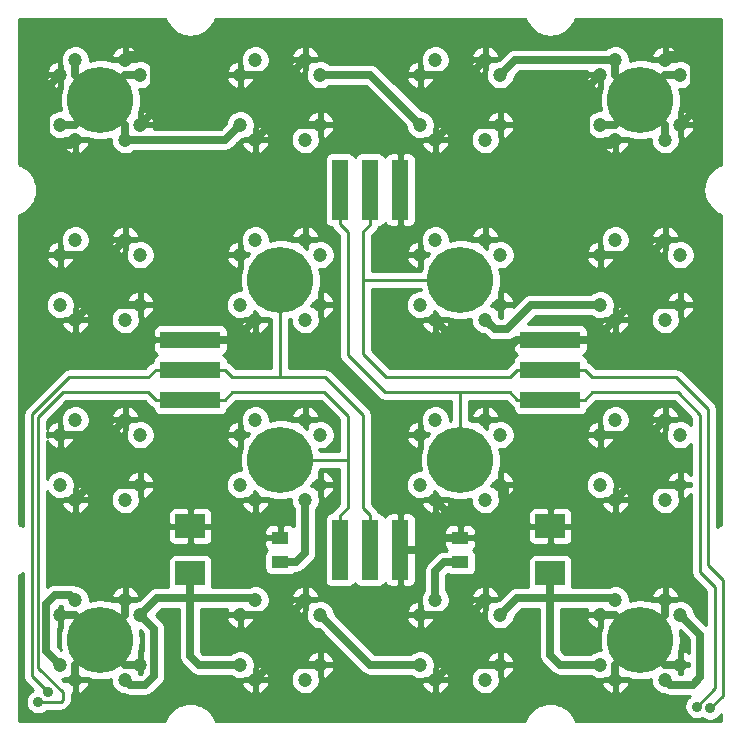
<source format=gbl>
G04 #@! TF.FileFunction,Copper,L2,Bot,Signal*
%FSLAX46Y46*%
G04 Gerber Fmt 4.6, Leading zero omitted, Abs format (unit mm)*
G04 Created by KiCad (PCBNEW 4.0.2-4+6225~38~ubuntu15.04.1-stable) date Fri Mar 18 16:27:35 2016*
%MOMM*%
G01*
G04 APERTURE LIST*
%ADD10C,0.254000*%
%ADD11R,1.422400X1.066800*%
%ADD12C,1.200000*%
%ADD13C,5.600000*%
%ADD14R,5.080000X1.397000*%
%ADD15C,1.397000*%
%ADD16R,1.397000X5.080000*%
%ADD17R,2.500000X2.000000*%
%ADD18C,0.889000*%
%ADD19C,0.635000*%
%ADD20C,0.250000*%
G04 APERTURE END LIST*
D10*
D11*
X38100000Y16256000D03*
X38100000Y14224000D03*
X22860000Y16256000D03*
X22860000Y14224000D03*
D12*
X55452944Y11005736D03*
X56725736Y9732944D03*
X40212944Y41485736D03*
X41485736Y40212944D03*
X56725736Y5507056D03*
X55452944Y4234264D03*
X51227056Y4234264D03*
X49954264Y5507056D03*
X41485736Y5507056D03*
X40212944Y4234264D03*
X35987056Y4234264D03*
X34714264Y5507056D03*
X26245736Y5507056D03*
X24972944Y4234264D03*
X20747056Y4234264D03*
X19474264Y5507056D03*
X11005736Y5507056D03*
X9732944Y4234264D03*
X5507056Y4234264D03*
X4234264Y5507056D03*
X4234264Y24972944D03*
X5507056Y26245736D03*
X4234264Y9732944D03*
X5507056Y11005736D03*
X5507056Y19474264D03*
X4234264Y20747056D03*
X5507056Y49954264D03*
X4234264Y51227056D03*
X4234264Y55452944D03*
X5507056Y56725736D03*
X9732944Y56725736D03*
X11005736Y55452944D03*
X11005736Y51227056D03*
X9732944Y49954264D03*
X9732944Y26245736D03*
X11005736Y24972944D03*
X11005736Y20747056D03*
X9732944Y19474264D03*
X9732944Y11005736D03*
X11005736Y9732944D03*
X19474264Y9732944D03*
X20747056Y11005736D03*
X19474264Y24972944D03*
X20747056Y26245736D03*
X20747056Y34714264D03*
X19474264Y35987056D03*
X19474264Y40212944D03*
X20747056Y41485736D03*
X19474264Y55452944D03*
X20747056Y56725736D03*
X24972944Y56725736D03*
X26245736Y55452944D03*
X26245736Y51227056D03*
X24972944Y49954264D03*
X24972944Y41485736D03*
X26245736Y40212944D03*
X26245736Y35987056D03*
X24972944Y34714264D03*
X24972944Y26245736D03*
X26245736Y24972944D03*
X26245736Y20747056D03*
X24972944Y19474264D03*
X24972944Y11005736D03*
X26245736Y9732944D03*
X34714264Y9732944D03*
X35987056Y11005736D03*
X35987056Y19474264D03*
X34714264Y20747056D03*
X34714264Y24972944D03*
X35987056Y26245736D03*
X35987056Y34714264D03*
X34714264Y35987056D03*
X35987056Y49954264D03*
X34714264Y51227056D03*
X34714264Y55452944D03*
X35987056Y56725736D03*
X40212944Y56725736D03*
X41485736Y55452944D03*
X41485736Y51227056D03*
X40212944Y49954264D03*
X41485736Y35987056D03*
X40212944Y34714264D03*
X40212944Y26245736D03*
X41485736Y24972944D03*
X41485736Y20747056D03*
X40212944Y19474264D03*
X40212944Y11005736D03*
X41485736Y9732944D03*
X49954264Y9732944D03*
X51227056Y11005736D03*
X51227056Y19474264D03*
X49954264Y20747056D03*
X49954264Y24972944D03*
X51227056Y26245736D03*
X51227056Y49954264D03*
X49954264Y51227056D03*
X49954264Y55452944D03*
X51227056Y56725736D03*
X55452944Y56725736D03*
X56725736Y55452944D03*
X56725736Y51227056D03*
X55452944Y49954264D03*
X55452944Y26245736D03*
X56725736Y24972944D03*
X56725736Y20747056D03*
X55452944Y19474264D03*
X5507056Y34714264D03*
X4234264Y35987056D03*
X4234264Y40212944D03*
X5507056Y41485736D03*
X9732944Y41485736D03*
X11005736Y40212944D03*
X11005736Y35987056D03*
X9732944Y34714264D03*
X20747056Y19474264D03*
X19474264Y20747056D03*
X34714264Y40212944D03*
X35987056Y41485736D03*
X51227056Y34714264D03*
X49954264Y35987056D03*
X49954264Y40212944D03*
X51227056Y41485736D03*
X55452944Y41485736D03*
X56725736Y40212944D03*
X56725736Y35987056D03*
X55452944Y34714264D03*
X20747056Y49954264D03*
X19474264Y51227056D03*
D13*
X53340000Y7620000D03*
X53340000Y53340000D03*
X38100000Y22860000D03*
X22860000Y22860000D03*
X7620000Y53340000D03*
X7620000Y7620000D03*
X22860000Y38100000D03*
X38100000Y38100000D03*
D14*
X45720000Y33020000D03*
X45720000Y30480000D03*
X45720000Y27940000D03*
D15*
X45720000Y33020000D03*
X45720000Y30480000D03*
X45720000Y27940000D03*
D16*
X33020000Y15240000D03*
X30480000Y15240000D03*
X27940000Y15240000D03*
D15*
X33020000Y15240000D03*
X30480000Y15240000D03*
X27940000Y15240000D03*
D16*
X27940000Y45720000D03*
X30480000Y45720000D03*
X33020000Y45720000D03*
D15*
X27940000Y45720000D03*
X30480000Y45720000D03*
X33020000Y45720000D03*
D14*
X15240000Y27940000D03*
X15240000Y30480000D03*
X15240000Y33020000D03*
D15*
X15240000Y27940000D03*
X15240000Y30480000D03*
X15240000Y33020000D03*
D17*
X15240000Y13240000D03*
X15240000Y17240000D03*
X45720000Y13240000D03*
X45720000Y17240000D03*
D18*
X2366780Y2366757D03*
X58141006Y1968460D03*
X3175008Y3192277D03*
X59275881Y1832313D03*
D10*
X15240000Y27940000D02*
X12319000Y27940000D01*
X12319000Y27940000D02*
X11684000Y28575000D01*
X22860000Y22860000D02*
X28575000Y22860000D01*
X2366780Y2366757D02*
X4271757Y2366757D01*
X4445000Y28575000D02*
X11684000Y28575000D01*
X2364252Y26494252D02*
X4445000Y28575000D01*
X4445000Y2540000D02*
X4445000Y3175000D01*
X4271757Y2366757D02*
X4445000Y2540000D01*
X2364252Y5255748D02*
X2364252Y26494252D01*
X4445000Y3175000D02*
X2364252Y5255748D01*
X18796000Y28575000D02*
X18161000Y27940000D01*
X26586564Y28575000D02*
X18796000Y28575000D01*
X28575000Y26586564D02*
X26586564Y28575000D01*
X18161000Y27940000D02*
X15240000Y27940000D01*
X28575000Y18796000D02*
X28575000Y22860000D01*
X28575000Y22860000D02*
X28575000Y26586564D01*
X27940000Y18161000D02*
X28575000Y18796000D01*
X27940000Y15240000D02*
X27940000Y18161000D01*
X40386000Y28575000D02*
X42291000Y28575000D01*
X42291000Y28575000D02*
X42926000Y27940000D01*
X58420000Y26670000D02*
X58420000Y13335000D01*
X59690000Y3517454D02*
X58141006Y1968460D01*
X59690000Y12065000D02*
X59690000Y3517454D01*
X58420000Y13335000D02*
X59690000Y12065000D01*
X45720000Y27940000D02*
X48641000Y27940000D01*
X48641000Y27940000D02*
X49276000Y28575000D01*
X49276000Y28575000D02*
X56515000Y28575000D01*
X56515000Y28575000D02*
X58420000Y26670000D01*
X28575000Y31750000D02*
X28575000Y42164000D01*
X38100000Y28575000D02*
X31750000Y28575000D01*
X31750000Y28575000D02*
X28575000Y31750000D01*
X40386000Y28575000D02*
X38100000Y28575000D01*
X38100000Y22860000D02*
X38100000Y28575000D01*
X45720000Y27940000D02*
X42926000Y27940000D01*
X28575000Y42164000D02*
X27940000Y42799000D01*
X27940000Y42799000D02*
X27940000Y45720000D01*
D19*
X45720000Y33020000D02*
X42926000Y33020000D01*
X38316320Y32385000D02*
X35987056Y34714264D01*
X42291000Y32385000D02*
X38316320Y32385000D01*
X42926000Y33020000D02*
X42291000Y32385000D01*
X45720000Y33020000D02*
X49532792Y33020000D01*
X49532792Y33020000D02*
X51227056Y34714264D01*
X38100000Y16256000D02*
X35941000Y16256000D01*
X34925000Y15240000D02*
X33020000Y15240000D01*
X35941000Y16256000D02*
X34925000Y15240000D01*
X15240000Y33020000D02*
X19052792Y33020000D01*
X19052792Y33020000D02*
X20747056Y34714264D01*
D10*
X33020000Y41910000D02*
X33020000Y45720000D01*
D19*
X26245736Y5507056D02*
X22019848Y5507056D01*
X22019848Y5507056D02*
X20747056Y4234264D01*
X19474264Y9732944D02*
X23700152Y9732944D01*
X23700152Y9732944D02*
X24972944Y11005736D01*
X41485736Y5507056D02*
X37259848Y5507056D01*
X37259848Y5507056D02*
X35987056Y4234264D01*
X34714264Y9732944D02*
X38940152Y9732944D01*
X38940152Y9732944D02*
X40212944Y11005736D01*
X56725736Y20747056D02*
X52499848Y20747056D01*
X52499848Y20747056D02*
X51227056Y19474264D01*
X49954264Y24972944D02*
X54180152Y24972944D01*
X54180152Y24972944D02*
X55452944Y26245736D01*
X11005736Y20747056D02*
X6779848Y20747056D01*
X6779848Y20747056D02*
X5507056Y19474264D01*
X4234264Y24972944D02*
X8460152Y24972944D01*
X8460152Y24972944D02*
X9732944Y26245736D01*
X56725736Y35987056D02*
X52499848Y35987056D01*
X52499848Y35987056D02*
X51227056Y34714264D01*
X49954264Y40212944D02*
X54180152Y40212944D01*
X54180152Y40212944D02*
X55452944Y41485736D01*
X11005736Y35987056D02*
X6779848Y35987056D01*
X6779848Y35987056D02*
X5507056Y34714264D01*
X4234264Y40212944D02*
X8460152Y40212944D01*
X8460152Y40212944D02*
X9732944Y41485736D01*
X41485736Y51227056D02*
X37259848Y51227056D01*
X37259848Y51227056D02*
X35987056Y49954264D01*
X34714264Y55452944D02*
X38940152Y55452944D01*
X38940152Y55452944D02*
X40212944Y56725736D01*
X26245736Y51227056D02*
X22019848Y51227056D01*
X22019848Y51227056D02*
X20747056Y49954264D01*
X19474264Y55452944D02*
X23700152Y55452944D01*
X23700152Y55452944D02*
X24972944Y56725736D01*
X11005736Y51227056D02*
X12177237Y52398557D01*
X12177237Y52398557D02*
X12177237Y56402763D01*
X12177237Y56402763D02*
X11430000Y57150000D01*
X11430000Y57150000D02*
X10157208Y57150000D01*
X10157208Y57150000D02*
X9732944Y56725736D01*
X4234264Y55452944D02*
X3062763Y54281443D01*
X3062763Y54281443D02*
X3062763Y50277237D01*
X3062763Y50277237D02*
X3810000Y49530000D01*
X3810000Y49530000D02*
X5082792Y49530000D01*
X5082792Y49530000D02*
X5507056Y49954264D01*
X56725736Y51227056D02*
X57897237Y52398557D01*
X57897237Y52398557D02*
X57897237Y56402763D01*
X57897237Y56402763D02*
X57150000Y57150000D01*
X57150000Y57150000D02*
X55877208Y57150000D01*
X55877208Y57150000D02*
X55452944Y56725736D01*
X49954264Y55452944D02*
X48782763Y54281443D01*
X48782763Y54281443D02*
X48782763Y50277237D01*
X48782763Y50277237D02*
X49530000Y49530000D01*
X49530000Y49530000D02*
X50802792Y49530000D01*
X50802792Y49530000D02*
X51227056Y49954264D01*
X9732944Y11005736D02*
X9732944Y9732944D01*
X9732944Y9732944D02*
X7620000Y7620000D01*
X5507056Y4234264D02*
X5507056Y5507056D01*
X5507056Y5507056D02*
X7620000Y7620000D01*
X51227056Y4234264D02*
X51227056Y5507056D01*
X51227056Y5507056D02*
X53340000Y7620000D01*
X55452944Y11005736D02*
X55452944Y9732944D01*
X55452944Y9732944D02*
X53340000Y7620000D01*
X56725736Y5507056D02*
X55452944Y5507056D01*
X55452944Y5507056D02*
X53340000Y7620000D01*
X49954264Y9732944D02*
X51227056Y9732944D01*
X51227056Y9732944D02*
X53340000Y7620000D01*
X11005736Y5507056D02*
X9732944Y5507056D01*
X9732944Y5507056D02*
X7620000Y7620000D01*
X4234264Y9732944D02*
X5507056Y9732944D01*
X5507056Y9732944D02*
X7620000Y7620000D01*
X41275000Y17780000D02*
X37681320Y17780000D01*
X37681320Y17780000D02*
X35987056Y19474264D01*
X41910000Y20307236D02*
X41371185Y20846051D01*
X41910000Y18415000D02*
X41910000Y20307236D01*
X41275000Y17780000D02*
X41910000Y18415000D01*
X49954264Y35987056D02*
X44115056Y35987056D01*
X41018208Y33909000D02*
X40212944Y34714264D01*
X42037000Y33909000D02*
X41018208Y33909000D01*
X44115056Y35987056D02*
X42037000Y33909000D01*
X19474264Y5507056D02*
X15955944Y5507056D01*
X15955944Y5507056D02*
X15240000Y6223000D01*
X15240000Y6223000D02*
X15240000Y11176000D01*
X45720000Y13240000D02*
X45720000Y11176000D01*
X15240000Y13240000D02*
X15240000Y11176000D01*
X45720000Y11176000D02*
X51056792Y11176000D01*
X51056792Y11176000D02*
X51227056Y11005736D01*
X46562944Y5507056D02*
X45720000Y6350000D01*
X45720000Y6350000D02*
X45720000Y11176000D01*
X49954264Y5507056D02*
X46562944Y5507056D01*
X15240000Y11176000D02*
X12448792Y11176000D01*
X12448792Y11176000D02*
X11005736Y9732944D01*
X34714264Y5507056D02*
X30471624Y5507056D01*
X30471624Y5507056D02*
X26245736Y9732944D01*
X51227056Y56725736D02*
X42758528Y56725736D01*
X42758528Y56725736D02*
X41485736Y55452944D01*
X26245736Y55452944D02*
X30488376Y55452944D01*
X30488376Y55452944D02*
X34714264Y51227056D01*
X9732944Y49954264D02*
X18201472Y49954264D01*
X18201472Y49954264D02*
X19474264Y51227056D01*
X45720000Y11176000D02*
X42928792Y11176000D01*
X42928792Y11176000D02*
X41485736Y9732944D01*
X35987056Y11005736D02*
X35987056Y13457256D01*
X35987056Y13457256D02*
X36753800Y14224000D01*
X36753800Y14224000D02*
X38100000Y14224000D01*
X24972944Y19474264D02*
X24972944Y14990744D01*
X24972944Y14990744D02*
X24206200Y14224000D01*
X24206200Y14224000D02*
X22860000Y14224000D01*
X15240000Y11176000D02*
X20576792Y11176000D01*
X20576792Y11176000D02*
X20747056Y11005736D01*
X49954264Y51227056D02*
X51227056Y51227056D01*
X51227056Y51227056D02*
X53340000Y53340000D01*
X55452944Y49954264D02*
X55452944Y51227056D01*
X55452944Y51227056D02*
X53340000Y53340000D01*
X56725736Y55452944D02*
X55452944Y55452944D01*
X55452944Y55452944D02*
X53340000Y53340000D01*
X51227056Y56725736D02*
X51227056Y55452944D01*
X51227056Y55452944D02*
X53340000Y53340000D01*
X9732944Y49954264D02*
X9732944Y51227056D01*
X9732944Y51227056D02*
X7620000Y53340000D01*
X11005736Y55452944D02*
X9732944Y55452944D01*
X9732944Y55452944D02*
X7620000Y53340000D01*
X5507056Y56725736D02*
X5507056Y55452944D01*
X5507056Y55452944D02*
X7620000Y53340000D01*
X4234264Y51227056D02*
X5507056Y51227056D01*
X5507056Y51227056D02*
X7620000Y53340000D01*
X56725736Y9732944D02*
X58420000Y8038680D01*
X58420000Y8038680D02*
X58420000Y4445000D01*
X58420000Y4445000D02*
X57785000Y3810000D01*
X57785000Y3810000D02*
X55877208Y3810000D01*
X55877208Y3810000D02*
X55452944Y4234264D01*
X11005736Y9732944D02*
X12177237Y8561443D01*
X11430000Y3810000D02*
X10157208Y3810000D01*
X12177237Y4557237D02*
X11430000Y3810000D01*
X12177237Y8561443D02*
X12177237Y4557237D01*
X10157208Y3810000D02*
X9732944Y4234264D01*
X4234264Y5507056D02*
X3062763Y6678557D01*
X3062763Y6678557D02*
X3062763Y10682763D01*
X3062763Y10682763D02*
X3810000Y11430000D01*
X3810000Y11430000D02*
X5080000Y11430000D01*
X5080000Y11430000D02*
X5504264Y11005736D01*
X5504264Y11005736D02*
X5507056Y11005736D01*
D10*
X9652000Y29845000D02*
X11684000Y29845000D01*
X11684000Y29845000D02*
X12319000Y30480000D01*
X30480000Y15240000D02*
X30480000Y18161000D01*
X29845000Y18796000D02*
X29845000Y26670000D01*
X30480000Y18161000D02*
X29845000Y18796000D01*
X15240000Y30480000D02*
X12319000Y30480000D01*
X9652000Y29845000D02*
X4996564Y29845000D01*
X1856241Y4511044D02*
X1856241Y26704677D01*
X1856241Y26704677D02*
X4996564Y29845000D01*
X3175008Y3192277D02*
X1856241Y4511044D01*
X22860000Y29845000D02*
X26670000Y29845000D01*
X26670000Y29845000D02*
X29845000Y26670000D01*
X18796000Y29845000D02*
X22860000Y29845000D01*
X22860000Y38100000D02*
X22860000Y29845000D01*
X15240000Y30480000D02*
X18161000Y30480000D01*
X18161000Y30480000D02*
X18796000Y29845000D01*
X45720000Y30480000D02*
X42926000Y30480000D01*
X42926000Y30480000D02*
X42291000Y29845000D01*
X59055000Y27178011D02*
X59055000Y13970000D01*
X60325000Y2881432D02*
X59275881Y1832313D01*
X60325000Y12700000D02*
X60325000Y2881432D01*
X59055000Y13970000D02*
X60325000Y12700000D01*
X45720000Y30480000D02*
X48641000Y30480000D01*
X49276000Y29845000D02*
X56388011Y29845000D01*
X48641000Y30480000D02*
X49276000Y29845000D01*
X56388011Y29845000D02*
X59055000Y27178011D01*
X31833436Y29845000D02*
X42291000Y29845000D01*
X29845000Y38100000D02*
X29845000Y31833436D01*
X29845000Y31833436D02*
X31833436Y29845000D01*
X29845000Y42164000D02*
X29845000Y38100000D01*
X38100000Y38100000D02*
X29845000Y38100000D01*
X30480000Y45720000D02*
X30480000Y42799000D01*
X30480000Y42799000D02*
X29845000Y42164000D01*
D20*
G36*
X13116712Y60147052D02*
X13143123Y60084222D01*
X13168655Y60021028D01*
X13173585Y60011757D01*
X13315051Y59750121D01*
X13353138Y59693655D01*
X13390483Y59636585D01*
X13397120Y59628448D01*
X13586710Y59399273D01*
X13635068Y59351251D01*
X13682761Y59302548D01*
X13690851Y59295855D01*
X13921346Y59107869D01*
X13978111Y59070154D01*
X14034353Y59031645D01*
X14043589Y59026651D01*
X14306207Y58887015D01*
X14369197Y58861053D01*
X14431865Y58834193D01*
X14441896Y58831088D01*
X14726634Y58745120D01*
X14793464Y58731887D01*
X14860163Y58717710D01*
X14870603Y58716613D01*
X14870605Y58716613D01*
X15166618Y58687589D01*
X15199460Y58687589D01*
X15232115Y58684041D01*
X15242615Y58684005D01*
X15253254Y58684042D01*
X15285939Y58687361D01*
X15318794Y58687132D01*
X15329244Y58688156D01*
X15625047Y58719246D01*
X15691792Y58732947D01*
X15758765Y58745723D01*
X15768817Y58748758D01*
X16052948Y58836712D01*
X16115778Y58863123D01*
X16178972Y58888655D01*
X16188243Y58893585D01*
X16449879Y59035051D01*
X16506345Y59073138D01*
X16563415Y59110483D01*
X16571552Y59117120D01*
X16800727Y59306710D01*
X16848749Y59355068D01*
X16897452Y59402761D01*
X16904145Y59410851D01*
X17092131Y59641346D01*
X17129846Y59698111D01*
X17168355Y59754353D01*
X17173349Y59763589D01*
X17312985Y60026207D01*
X17338947Y60089197D01*
X17365807Y60151865D01*
X17368912Y60161896D01*
X17382832Y60208000D01*
X43577845Y60208000D01*
X43596712Y60147052D01*
X43623123Y60084222D01*
X43648655Y60021028D01*
X43653585Y60011757D01*
X43795051Y59750121D01*
X43833138Y59693655D01*
X43870483Y59636585D01*
X43877120Y59628448D01*
X44066710Y59399273D01*
X44115068Y59351251D01*
X44162761Y59302548D01*
X44170851Y59295855D01*
X44401346Y59107869D01*
X44458111Y59070154D01*
X44514353Y59031645D01*
X44523589Y59026651D01*
X44786207Y58887015D01*
X44849197Y58861053D01*
X44911865Y58834193D01*
X44921896Y58831088D01*
X45206634Y58745120D01*
X45273464Y58731887D01*
X45340163Y58717710D01*
X45350603Y58716613D01*
X45350605Y58716613D01*
X45646618Y58687589D01*
X45679460Y58687589D01*
X45712115Y58684041D01*
X45722615Y58684005D01*
X45733254Y58684042D01*
X45765939Y58687361D01*
X45798794Y58687132D01*
X45809244Y58688156D01*
X46105047Y58719246D01*
X46171792Y58732947D01*
X46238765Y58745723D01*
X46248817Y58748758D01*
X46532948Y58836712D01*
X46595778Y58863123D01*
X46658972Y58888655D01*
X46668243Y58893585D01*
X46929879Y59035051D01*
X46986345Y59073138D01*
X47043415Y59110483D01*
X47051552Y59117120D01*
X47280727Y59306710D01*
X47328749Y59355068D01*
X47377452Y59402761D01*
X47384145Y59410851D01*
X47572131Y59641346D01*
X47609846Y59698111D01*
X47648355Y59754353D01*
X47653349Y59763589D01*
X47792985Y60026207D01*
X47818947Y60089197D01*
X47845807Y60151865D01*
X47848912Y60161896D01*
X47862832Y60208000D01*
X60208000Y60208000D01*
X60208000Y47862155D01*
X60147052Y47843288D01*
X60084214Y47816873D01*
X60021027Y47791344D01*
X60011756Y47786415D01*
X59750121Y47644949D01*
X59693655Y47606862D01*
X59636585Y47569517D01*
X59628448Y47562880D01*
X59399272Y47373290D01*
X59351268Y47324949D01*
X59302548Y47277240D01*
X59295856Y47269149D01*
X59107869Y47038655D01*
X59070142Y46981871D01*
X59031645Y46925647D01*
X59026651Y46916411D01*
X58887015Y46653793D01*
X58861058Y46590815D01*
X58834193Y46528135D01*
X58831088Y46518104D01*
X58745120Y46233366D01*
X58731885Y46166523D01*
X58717710Y46099837D01*
X58716613Y46089394D01*
X58687589Y45793382D01*
X58687589Y45760540D01*
X58684041Y45727885D01*
X58684005Y45717385D01*
X58684042Y45706746D01*
X58687361Y45674061D01*
X58687132Y45641206D01*
X58688156Y45630756D01*
X58719246Y45334953D01*
X58732947Y45268208D01*
X58745723Y45201235D01*
X58748758Y45191183D01*
X58836712Y44907052D01*
X58863123Y44844222D01*
X58888655Y44781028D01*
X58893585Y44771757D01*
X59035051Y44510121D01*
X59073138Y44453655D01*
X59110483Y44396585D01*
X59117120Y44388448D01*
X59306710Y44159273D01*
X59355068Y44111251D01*
X59402761Y44062548D01*
X59410851Y44055855D01*
X59641346Y43867869D01*
X59698111Y43830154D01*
X59754353Y43791645D01*
X59763589Y43786651D01*
X60026207Y43647015D01*
X60089197Y43621053D01*
X60151865Y43594193D01*
X60161896Y43591088D01*
X60208000Y43577168D01*
X60208000Y17382155D01*
X60147052Y17363288D01*
X60084214Y17336873D01*
X60021027Y17311344D01*
X60011756Y17306415D01*
X59807000Y17195703D01*
X59807000Y27178011D01*
X59800222Y27247137D01*
X59794167Y27316342D01*
X59793064Y27320139D01*
X59792678Y27324075D01*
X59772591Y27390606D01*
X59753221Y27457280D01*
X59751403Y27460788D01*
X59750259Y27464576D01*
X59717646Y27525912D01*
X59685681Y27587579D01*
X59683213Y27590671D01*
X59681357Y27594161D01*
X59637469Y27647973D01*
X59594117Y27702279D01*
X59588691Y27707781D01*
X59588597Y27707896D01*
X59588490Y27707984D01*
X59586744Y27709755D01*
X56919755Y30376744D01*
X56866089Y30420826D01*
X56812866Y30465485D01*
X56809400Y30467390D01*
X56806345Y30469900D01*
X56745136Y30502720D01*
X56684255Y30536190D01*
X56680485Y30537386D01*
X56677001Y30539254D01*
X56610577Y30559562D01*
X56544361Y30580567D01*
X56540432Y30581008D01*
X56536650Y30582164D01*
X56467572Y30589180D01*
X56398511Y30596927D01*
X56390776Y30596981D01*
X56390636Y30596995D01*
X56390505Y30596983D01*
X56388011Y30597000D01*
X49587489Y30597000D01*
X49172744Y31011744D01*
X49119078Y31055826D01*
X49065855Y31100485D01*
X49062389Y31102390D01*
X49059334Y31104900D01*
X48998125Y31137720D01*
X48937244Y31171190D01*
X48933474Y31172386D01*
X48929990Y31174254D01*
X48887322Y31187299D01*
X48880087Y31278029D01*
X48827809Y31446841D01*
X48730571Y31594405D01*
X48596073Y31709037D01*
X48509165Y31748212D01*
X48556049Y31767632D01*
X48658414Y31836031D01*
X48745469Y31923086D01*
X48813868Y32025452D01*
X48860982Y32139194D01*
X48885000Y32259943D01*
X48885000Y32738750D01*
X48728750Y32895000D01*
X47039325Y32895000D01*
X47047903Y33092923D01*
X47039871Y33145000D01*
X48728750Y33145000D01*
X48885000Y33301250D01*
X48885000Y33780057D01*
X48860982Y33900806D01*
X48813868Y34014548D01*
X48745469Y34116914D01*
X48658414Y34203969D01*
X48556049Y34272368D01*
X48442306Y34319482D01*
X48321557Y34343500D01*
X46001250Y34343500D01*
X45977314Y34319564D01*
X45907539Y34336614D01*
X45845002Y34339324D01*
X45845002Y34343500D01*
X45748664Y34343500D01*
X45647077Y34347903D01*
X45618531Y34343500D01*
X45594998Y34343500D01*
X45594998Y34339870D01*
X45462774Y34319476D01*
X45438750Y34343500D01*
X43804396Y34343500D01*
X43860135Y34399239D01*
X50037123Y34399239D01*
X50121446Y34173148D01*
X50248256Y33967852D01*
X50412681Y33791240D01*
X50608402Y33650099D01*
X50827898Y33549853D01*
X50912031Y33524331D01*
X51102056Y33646881D01*
X51102056Y34589264D01*
X51352056Y34589264D01*
X51352056Y33646881D01*
X51542081Y33524331D01*
X51768172Y33608654D01*
X51973468Y33735464D01*
X52150080Y33899889D01*
X52291221Y34095610D01*
X52391467Y34315106D01*
X52416989Y34399239D01*
X52294439Y34589264D01*
X51352056Y34589264D01*
X51102056Y34589264D01*
X50159673Y34589264D01*
X50037123Y34399239D01*
X43860135Y34399239D01*
X44072159Y34611263D01*
X54226334Y34611263D01*
X54269701Y34374975D01*
X54358137Y34151610D01*
X54488275Y33949676D01*
X54655156Y33776866D01*
X54852424Y33639761D01*
X55072567Y33543583D01*
X55307197Y33491996D01*
X55547380Y33486965D01*
X55783965Y33528681D01*
X56007941Y33615556D01*
X56210778Y33744280D01*
X56384750Y33909951D01*
X56523229Y34106258D01*
X56620941Y34325723D01*
X56674165Y34559988D01*
X56677996Y34834381D01*
X56631334Y35070041D01*
X56600736Y35144278D01*
X56600736Y35685277D01*
X56711595Y35796136D01*
X56645675Y35862056D01*
X56850736Y35862056D01*
X56850736Y34919673D01*
X57040761Y34797123D01*
X57266852Y34881446D01*
X57472148Y35008256D01*
X57648760Y35172681D01*
X57789901Y35368402D01*
X57890147Y35587898D01*
X57915669Y35672031D01*
X57793119Y35862056D01*
X56850736Y35862056D01*
X56645675Y35862056D01*
X56534816Y35972915D01*
X56423957Y35862056D01*
X55883753Y35862056D01*
X55816939Y35890142D01*
X55581611Y35938448D01*
X55341382Y35940125D01*
X55105402Y35895109D01*
X54882660Y35805116D01*
X54681640Y35673572D01*
X54509999Y35505489D01*
X54374274Y35307268D01*
X54279636Y35086459D01*
X54229688Y34851474D01*
X54226334Y34611263D01*
X44072159Y34611263D01*
X44505452Y35044556D01*
X49163817Y35044556D01*
X49353744Y34912553D01*
X49573887Y34816375D01*
X49808517Y34764788D01*
X50048700Y34759757D01*
X50285285Y34801473D01*
X50382716Y34839264D01*
X50925277Y34839264D01*
X51036136Y34728405D01*
X51212915Y34905184D01*
X51102056Y35016043D01*
X51102056Y35553134D01*
X51122261Y35598515D01*
X51163867Y35781647D01*
X51352056Y35781647D01*
X51352056Y34839264D01*
X52294439Y34839264D01*
X52416989Y35029289D01*
X52332666Y35255380D01*
X52205856Y35460676D01*
X52041431Y35637288D01*
X51845710Y35778429D01*
X51626214Y35878675D01*
X51542081Y35904197D01*
X51352056Y35781647D01*
X51163867Y35781647D01*
X51175485Y35832780D01*
X51179316Y36107173D01*
X51140724Y36302081D01*
X55535803Y36302081D01*
X55658353Y36112056D01*
X56600736Y36112056D01*
X56600736Y37054439D01*
X56850736Y37054439D01*
X56850736Y36112056D01*
X57793119Y36112056D01*
X57915669Y36302081D01*
X57831346Y36528172D01*
X57704536Y36733468D01*
X57540111Y36910080D01*
X57344390Y37051221D01*
X57124894Y37151467D01*
X57040761Y37176989D01*
X56850736Y37054439D01*
X56600736Y37054439D01*
X56410711Y37176989D01*
X56184620Y37092666D01*
X55979324Y36965856D01*
X55802712Y36801431D01*
X55661571Y36605710D01*
X55561325Y36386214D01*
X55535803Y36302081D01*
X51140724Y36302081D01*
X51132654Y36342833D01*
X51041108Y36564941D01*
X50908164Y36765038D01*
X50738886Y36935502D01*
X50539723Y37069839D01*
X50318259Y37162934D01*
X50082931Y37211240D01*
X49842702Y37212917D01*
X49606722Y37167901D01*
X49383980Y37077908D01*
X49182960Y36946364D01*
X49165796Y36929556D01*
X44115056Y36929556D01*
X44028421Y36921061D01*
X43941682Y36913472D01*
X43936925Y36912090D01*
X43931990Y36911606D01*
X43848614Y36886434D01*
X43765042Y36862154D01*
X43760644Y36859874D01*
X43755897Y36858441D01*
X43679004Y36817556D01*
X43601734Y36777503D01*
X43597861Y36774411D01*
X43593484Y36772084D01*
X43526003Y36717048D01*
X43457978Y36662744D01*
X43451081Y36655942D01*
X43450938Y36655826D01*
X43450829Y36655694D01*
X43448608Y36653504D01*
X42593910Y35798806D01*
X42553119Y35862056D01*
X41787515Y35862056D01*
X41676656Y35972915D01*
X41499877Y35796136D01*
X41610736Y35685277D01*
X41610736Y34919673D01*
X41673986Y34878882D01*
X41646604Y34851500D01*
X41434606Y34851500D01*
X41391334Y35070041D01*
X41360736Y35144278D01*
X41360736Y35685277D01*
X41471595Y35796136D01*
X41294816Y35972915D01*
X41183957Y35862056D01*
X40712907Y35862056D01*
X40889262Y36112056D01*
X41183957Y36112056D01*
X41294816Y36001197D01*
X41471595Y36177976D01*
X41360736Y36288835D01*
X41360736Y37002690D01*
X41365625Y37013671D01*
X41374887Y37054439D01*
X41610736Y37054439D01*
X41610736Y36112056D01*
X42553119Y36112056D01*
X42675669Y36302081D01*
X42591346Y36528172D01*
X42464536Y36733468D01*
X42300111Y36910080D01*
X42104390Y37051221D01*
X41884894Y37151467D01*
X41800761Y37176989D01*
X41610736Y37054439D01*
X41374887Y37054439D01*
X41514434Y37668657D01*
X41525147Y38435839D01*
X41415600Y38989092D01*
X41580172Y38985645D01*
X41816757Y39027361D01*
X42040733Y39114236D01*
X42243570Y39242960D01*
X42417542Y39408631D01*
X42556021Y39604938D01*
X42653733Y39824403D01*
X42670435Y39897919D01*
X48764331Y39897919D01*
X48848654Y39671828D01*
X48975464Y39466532D01*
X49139889Y39289920D01*
X49335610Y39148779D01*
X49555106Y39048533D01*
X49639239Y39023011D01*
X49829264Y39145561D01*
X49829264Y40087944D01*
X50079264Y40087944D01*
X50079264Y39145561D01*
X50269289Y39023011D01*
X50495380Y39107334D01*
X50700676Y39234144D01*
X50877288Y39398569D01*
X51018429Y39594290D01*
X51118675Y39813786D01*
X51144197Y39897919D01*
X51021647Y40087944D01*
X50079264Y40087944D01*
X49829264Y40087944D01*
X48886881Y40087944D01*
X48764331Y39897919D01*
X42670435Y39897919D01*
X42706957Y40058668D01*
X42710788Y40333061D01*
X42672196Y40527969D01*
X48764331Y40527969D01*
X48886881Y40337944D01*
X49829264Y40337944D01*
X49829264Y40403864D01*
X49968405Y40403864D01*
X50145184Y40227085D01*
X50256043Y40337944D01*
X50794288Y40337944D01*
X50846679Y40315055D01*
X51081309Y40263468D01*
X51321492Y40258437D01*
X51558077Y40300153D01*
X51782053Y40387028D01*
X51984890Y40515752D01*
X52158862Y40681423D01*
X52297341Y40877730D01*
X52395053Y41097195D01*
X52411755Y41170711D01*
X54263011Y41170711D01*
X54347334Y40944620D01*
X54474144Y40739324D01*
X54638569Y40562712D01*
X54834290Y40421571D01*
X55053786Y40321325D01*
X55137919Y40295803D01*
X55327944Y40418353D01*
X55327944Y41294816D01*
X55467085Y41294816D01*
X55577944Y41183957D01*
X55577944Y40644673D01*
X55552428Y40585139D01*
X55502480Y40350154D01*
X55499126Y40109943D01*
X55542493Y39873655D01*
X55630929Y39650290D01*
X55761067Y39448356D01*
X55927948Y39275546D01*
X56125216Y39138441D01*
X56345359Y39042263D01*
X56579989Y38990676D01*
X56820172Y38985645D01*
X57056757Y39027361D01*
X57280733Y39114236D01*
X57483570Y39242960D01*
X57657542Y39408631D01*
X57796021Y39604938D01*
X57893733Y39824403D01*
X57946957Y40058668D01*
X57950788Y40333061D01*
X57904126Y40568721D01*
X57812580Y40790829D01*
X57679636Y40990926D01*
X57510358Y41161390D01*
X57311195Y41295727D01*
X57089731Y41388822D01*
X56854403Y41437128D01*
X56614174Y41438805D01*
X56378194Y41393789D01*
X56296384Y41360736D01*
X55754723Y41360736D01*
X55643864Y41471595D01*
X55467085Y41294816D01*
X55327944Y41294816D01*
X55327944Y41360736D01*
X54385561Y41360736D01*
X54263011Y41170711D01*
X52411755Y41170711D01*
X52448277Y41331460D01*
X52452108Y41605853D01*
X52413516Y41800761D01*
X54263011Y41800761D01*
X54385561Y41610736D01*
X55327944Y41610736D01*
X55327944Y42553119D01*
X55577944Y42553119D01*
X55577944Y41610736D01*
X56520327Y41610736D01*
X56642877Y41800761D01*
X56558554Y42026852D01*
X56431744Y42232148D01*
X56267319Y42408760D01*
X56071598Y42549901D01*
X55852102Y42650147D01*
X55767969Y42675669D01*
X55577944Y42553119D01*
X55327944Y42553119D01*
X55137919Y42675669D01*
X54911828Y42591346D01*
X54706532Y42464536D01*
X54529920Y42300111D01*
X54388779Y42104390D01*
X54288533Y41884894D01*
X54263011Y41800761D01*
X52413516Y41800761D01*
X52405446Y41841513D01*
X52313900Y42063621D01*
X52180956Y42263718D01*
X52011678Y42434182D01*
X51812515Y42568519D01*
X51591051Y42661614D01*
X51355723Y42709920D01*
X51115494Y42711597D01*
X50879514Y42666581D01*
X50656772Y42576588D01*
X50455752Y42445044D01*
X50284111Y42276961D01*
X50148386Y42078740D01*
X50053748Y41857931D01*
X50003800Y41622946D01*
X50000446Y41382735D01*
X50043813Y41146447D01*
X50079264Y41056908D01*
X50079264Y40514723D01*
X49968405Y40403864D01*
X49829264Y40403864D01*
X49829264Y41280327D01*
X49639239Y41402877D01*
X49413148Y41318554D01*
X49207852Y41191744D01*
X49031240Y41027319D01*
X48890099Y40831598D01*
X48789853Y40612102D01*
X48764331Y40527969D01*
X42672196Y40527969D01*
X42664126Y40568721D01*
X42572580Y40790829D01*
X42439636Y40990926D01*
X42270358Y41161390D01*
X42071195Y41295727D01*
X41849731Y41388822D01*
X41614403Y41437128D01*
X41374174Y41438805D01*
X41138194Y41393789D01*
X41056384Y41360736D01*
X40514723Y41360736D01*
X40403864Y41471595D01*
X40227085Y41294816D01*
X40337944Y41183957D01*
X40337944Y40707264D01*
X40293741Y40751777D01*
X40087944Y40890589D01*
X40087944Y41183957D01*
X40198803Y41294816D01*
X40022024Y41471595D01*
X39911165Y41360736D01*
X39181748Y41360736D01*
X39117701Y41387659D01*
X38459742Y41522719D01*
X37788081Y41527408D01*
X37209472Y41417032D01*
X37212108Y41605853D01*
X37173516Y41800761D01*
X39023011Y41800761D01*
X39145561Y41610736D01*
X40087944Y41610736D01*
X40087944Y42553119D01*
X40337944Y42553119D01*
X40337944Y41610736D01*
X41280327Y41610736D01*
X41402877Y41800761D01*
X41318554Y42026852D01*
X41191744Y42232148D01*
X41027319Y42408760D01*
X40831598Y42549901D01*
X40612102Y42650147D01*
X40527969Y42675669D01*
X40337944Y42553119D01*
X40087944Y42553119D01*
X39897919Y42675669D01*
X39671828Y42591346D01*
X39466532Y42464536D01*
X39289920Y42300111D01*
X39148779Y42104390D01*
X39048533Y41884894D01*
X39023011Y41800761D01*
X37173516Y41800761D01*
X37165446Y41841513D01*
X37073900Y42063621D01*
X36940956Y42263718D01*
X36771678Y42434182D01*
X36572515Y42568519D01*
X36351051Y42661614D01*
X36115723Y42709920D01*
X35875494Y42711597D01*
X35639514Y42666581D01*
X35416772Y42576588D01*
X35215752Y42445044D01*
X35044111Y42276961D01*
X34908386Y42078740D01*
X34813748Y41857931D01*
X34763800Y41622946D01*
X34760446Y41382735D01*
X34803813Y41146447D01*
X34839264Y41056908D01*
X34839264Y40514723D01*
X34728405Y40403864D01*
X34905184Y40227085D01*
X35016043Y40337944D01*
X35489892Y40337944D01*
X35463603Y40312200D01*
X35310052Y40087944D01*
X35016043Y40087944D01*
X34905184Y40198803D01*
X34728405Y40022024D01*
X34839264Y39911165D01*
X34839264Y39186680D01*
X34819526Y39140628D01*
X34758176Y38852000D01*
X30597000Y38852000D01*
X30597000Y39897919D01*
X33524331Y39897919D01*
X33608654Y39671828D01*
X33735464Y39466532D01*
X33899889Y39289920D01*
X34095610Y39148779D01*
X34315106Y39048533D01*
X34399239Y39023011D01*
X34589264Y39145561D01*
X34589264Y40087944D01*
X33646881Y40087944D01*
X33524331Y39897919D01*
X30597000Y39897919D01*
X30597000Y40527969D01*
X33524331Y40527969D01*
X33646881Y40337944D01*
X34589264Y40337944D01*
X34589264Y41280327D01*
X34399239Y41402877D01*
X34173148Y41318554D01*
X33967852Y41191744D01*
X33791240Y41027319D01*
X33650099Y40831598D01*
X33549853Y40612102D01*
X33524331Y40527969D01*
X30597000Y40527969D01*
X30597000Y41852512D01*
X31011745Y42267256D01*
X31055851Y42320952D01*
X31100485Y42374145D01*
X31102390Y42377610D01*
X31104900Y42380666D01*
X31137739Y42441910D01*
X31171190Y42502756D01*
X31172385Y42506522D01*
X31174255Y42510010D01*
X31187300Y42552678D01*
X31278029Y42559913D01*
X31446841Y42612191D01*
X31594405Y42709429D01*
X31709037Y42843927D01*
X31748212Y42930835D01*
X31767632Y42883951D01*
X31836031Y42781586D01*
X31923086Y42694531D01*
X32025452Y42626132D01*
X32139194Y42579018D01*
X32259943Y42555000D01*
X32738750Y42555000D01*
X32895000Y42711250D01*
X32895000Y44400675D01*
X33092923Y44392097D01*
X33145000Y44400129D01*
X33145000Y42711250D01*
X33301250Y42555000D01*
X33780057Y42555000D01*
X33900806Y42579018D01*
X34014548Y42626132D01*
X34116914Y42694531D01*
X34203969Y42781586D01*
X34272368Y42883951D01*
X34319482Y42997694D01*
X34343500Y43118443D01*
X34343500Y45438750D01*
X34319564Y45462686D01*
X34336614Y45532461D01*
X34339324Y45594998D01*
X34343500Y45594998D01*
X34343500Y45691336D01*
X34347903Y45792923D01*
X34343500Y45821469D01*
X34343500Y45845002D01*
X34339870Y45845002D01*
X34319476Y45977226D01*
X34343500Y46001250D01*
X34343500Y48321557D01*
X34319482Y48442306D01*
X34272368Y48556049D01*
X34203969Y48658414D01*
X34116914Y48745469D01*
X34014548Y48813868D01*
X33900806Y48860982D01*
X33780057Y48885000D01*
X33301250Y48885000D01*
X33145000Y48728750D01*
X33145000Y47039325D01*
X32947077Y47047903D01*
X32895000Y47039871D01*
X32895000Y48728750D01*
X32738750Y48885000D01*
X32259943Y48885000D01*
X32139194Y48860982D01*
X32025452Y48813868D01*
X31923086Y48745469D01*
X31836031Y48658414D01*
X31767632Y48556049D01*
X31750521Y48514740D01*
X31746309Y48528341D01*
X31649071Y48675905D01*
X31514573Y48790537D01*
X31353463Y48863160D01*
X31178500Y48888024D01*
X29781500Y48888024D01*
X29681971Y48880087D01*
X29513159Y48827809D01*
X29365595Y48730571D01*
X29250963Y48596073D01*
X29212060Y48509769D01*
X29206309Y48528341D01*
X29109071Y48675905D01*
X28974573Y48790537D01*
X28813463Y48863160D01*
X28638500Y48888024D01*
X27241500Y48888024D01*
X27141971Y48880087D01*
X26973159Y48827809D01*
X26825595Y48730571D01*
X26710963Y48596073D01*
X26638340Y48434963D01*
X26613476Y48260000D01*
X26613476Y43180000D01*
X26621413Y43080471D01*
X26673691Y42911659D01*
X26770929Y42764095D01*
X26905427Y42649463D01*
X27066537Y42576840D01*
X27232020Y42553323D01*
X27241779Y42519731D01*
X27243597Y42516223D01*
X27244741Y42512435D01*
X27277354Y42451099D01*
X27309319Y42389432D01*
X27311787Y42386340D01*
X27313643Y42382850D01*
X27357531Y42329038D01*
X27400883Y42274732D01*
X27406309Y42269230D01*
X27406403Y42269115D01*
X27406510Y42269027D01*
X27408256Y42267256D01*
X27823000Y41852511D01*
X27823000Y31750000D01*
X27829778Y31680874D01*
X27835833Y31611669D01*
X27836936Y31607872D01*
X27837322Y31603936D01*
X27857409Y31537405D01*
X27876779Y31470731D01*
X27878597Y31467223D01*
X27879741Y31463435D01*
X27912354Y31402099D01*
X27944319Y31340432D01*
X27946787Y31337340D01*
X27948643Y31333850D01*
X27992531Y31280038D01*
X28035883Y31225732D01*
X28041309Y31220230D01*
X28041403Y31220115D01*
X28041510Y31220027D01*
X28043256Y31218256D01*
X31218256Y28043256D01*
X31271922Y27999174D01*
X31325145Y27954515D01*
X31328611Y27952610D01*
X31331666Y27950100D01*
X31392875Y27917280D01*
X31453756Y27883810D01*
X31457526Y27882614D01*
X31461010Y27880746D01*
X31527434Y27860438D01*
X31593650Y27839433D01*
X31597579Y27838992D01*
X31601361Y27837836D01*
X31670439Y27830820D01*
X31739500Y27823073D01*
X31747235Y27823019D01*
X31747375Y27823005D01*
X31747506Y27823017D01*
X31750000Y27823000D01*
X37348000Y27823000D01*
X37348000Y26203458D01*
X37209472Y26177032D01*
X37212108Y26365853D01*
X37165446Y26601513D01*
X37073900Y26823621D01*
X36940956Y27023718D01*
X36771678Y27194182D01*
X36572515Y27328519D01*
X36351051Y27421614D01*
X36115723Y27469920D01*
X35875494Y27471597D01*
X35639514Y27426581D01*
X35416772Y27336588D01*
X35215752Y27205044D01*
X35044111Y27036961D01*
X34908386Y26838740D01*
X34813748Y26617931D01*
X34763800Y26382946D01*
X34760446Y26142735D01*
X34803813Y25906447D01*
X34839264Y25816908D01*
X34839264Y25274723D01*
X34728405Y25163864D01*
X34905184Y24987085D01*
X35016043Y25097944D01*
X35489892Y25097944D01*
X35463603Y25072200D01*
X35310052Y24847944D01*
X35016043Y24847944D01*
X34905184Y24958803D01*
X34728405Y24782024D01*
X34839264Y24671165D01*
X34839264Y23946680D01*
X34819526Y23900628D01*
X34679876Y23243628D01*
X34670498Y22572017D01*
X34780682Y21971675D01*
X34602702Y21972917D01*
X34366722Y21927901D01*
X34143980Y21837908D01*
X33942960Y21706364D01*
X33771319Y21538281D01*
X33635594Y21340060D01*
X33540956Y21119251D01*
X33491008Y20884266D01*
X33487654Y20644055D01*
X33531021Y20407767D01*
X33619457Y20184402D01*
X33749595Y19982468D01*
X33916476Y19809658D01*
X34113744Y19672553D01*
X34333887Y19576375D01*
X34568517Y19524788D01*
X34808700Y19519757D01*
X35045285Y19561473D01*
X35142716Y19599264D01*
X35685277Y19599264D01*
X35796136Y19488405D01*
X35972915Y19665184D01*
X35862056Y19776043D01*
X35862056Y20246767D01*
X35869449Y20239111D01*
X36112056Y20070495D01*
X36112056Y19776043D01*
X36001197Y19665184D01*
X36177976Y19488405D01*
X36288835Y19599264D01*
X37008130Y19599264D01*
X37036496Y19586871D01*
X37692504Y19442638D01*
X38364034Y19428571D01*
X38988672Y19538712D01*
X38986334Y19371263D01*
X39029701Y19134975D01*
X39118137Y18911610D01*
X39248275Y18709676D01*
X39415156Y18536866D01*
X39612424Y18399761D01*
X39832567Y18303583D01*
X40067197Y18251996D01*
X40307380Y18246965D01*
X40543965Y18288681D01*
X40577161Y18301557D01*
X43845000Y18301557D01*
X43845000Y17521250D01*
X44001250Y17365000D01*
X45595000Y17365000D01*
X45595000Y18708750D01*
X45845000Y18708750D01*
X45845000Y17365000D01*
X47438750Y17365000D01*
X47595000Y17521250D01*
X47595000Y18301557D01*
X47570982Y18422306D01*
X47523868Y18536048D01*
X47455469Y18638414D01*
X47368414Y18725469D01*
X47266049Y18793868D01*
X47152306Y18840982D01*
X47031557Y18865000D01*
X46001250Y18865000D01*
X45845000Y18708750D01*
X45595000Y18708750D01*
X45438750Y18865000D01*
X44408443Y18865000D01*
X44287694Y18840982D01*
X44173951Y18793868D01*
X44071586Y18725469D01*
X43984531Y18638414D01*
X43916132Y18536048D01*
X43869018Y18422306D01*
X43845000Y18301557D01*
X40577161Y18301557D01*
X40767941Y18375556D01*
X40970778Y18504280D01*
X41144750Y18669951D01*
X41283229Y18866258D01*
X41380941Y19085723D01*
X41397643Y19159239D01*
X50037123Y19159239D01*
X50121446Y18933148D01*
X50248256Y18727852D01*
X50412681Y18551240D01*
X50608402Y18410099D01*
X50827898Y18309853D01*
X50912031Y18284331D01*
X51102056Y18406881D01*
X51102056Y19349264D01*
X51352056Y19349264D01*
X51352056Y18406881D01*
X51542081Y18284331D01*
X51768172Y18368654D01*
X51973468Y18495464D01*
X52150080Y18659889D01*
X52291221Y18855610D01*
X52391467Y19075106D01*
X52416989Y19159239D01*
X52294439Y19349264D01*
X51352056Y19349264D01*
X51102056Y19349264D01*
X50159673Y19349264D01*
X50037123Y19159239D01*
X41397643Y19159239D01*
X41434165Y19319988D01*
X41434880Y19371263D01*
X54226334Y19371263D01*
X54269701Y19134975D01*
X54358137Y18911610D01*
X54488275Y18709676D01*
X54655156Y18536866D01*
X54852424Y18399761D01*
X55072567Y18303583D01*
X55307197Y18251996D01*
X55547380Y18246965D01*
X55783965Y18288681D01*
X56007941Y18375556D01*
X56210778Y18504280D01*
X56384750Y18669951D01*
X56523229Y18866258D01*
X56620941Y19085723D01*
X56674165Y19319988D01*
X56677996Y19594381D01*
X56631334Y19830041D01*
X56600736Y19904278D01*
X56600736Y20445277D01*
X56711595Y20556136D01*
X56534816Y20732915D01*
X56423957Y20622056D01*
X55883753Y20622056D01*
X55816939Y20650142D01*
X55581611Y20698448D01*
X55341382Y20700125D01*
X55105402Y20655109D01*
X54882660Y20565116D01*
X54681640Y20433572D01*
X54509999Y20265489D01*
X54374274Y20067268D01*
X54279636Y19846459D01*
X54229688Y19611474D01*
X54226334Y19371263D01*
X41434880Y19371263D01*
X41437996Y19594381D01*
X41391334Y19830041D01*
X41360736Y19904278D01*
X41360736Y20445277D01*
X41471595Y20556136D01*
X41405675Y20622056D01*
X41610736Y20622056D01*
X41610736Y19679673D01*
X41800761Y19557123D01*
X42026852Y19641446D01*
X42232148Y19768256D01*
X42408760Y19932681D01*
X42549901Y20128402D01*
X42650147Y20347898D01*
X42675669Y20432031D01*
X42553119Y20622056D01*
X41610736Y20622056D01*
X41405675Y20622056D01*
X41383676Y20644055D01*
X48727654Y20644055D01*
X48771021Y20407767D01*
X48859457Y20184402D01*
X48989595Y19982468D01*
X49156476Y19809658D01*
X49353744Y19672553D01*
X49573887Y19576375D01*
X49808517Y19524788D01*
X50048700Y19519757D01*
X50285285Y19561473D01*
X50382716Y19599264D01*
X50925277Y19599264D01*
X51036136Y19488405D01*
X51212915Y19665184D01*
X51102056Y19776043D01*
X51102056Y20313134D01*
X51122261Y20358515D01*
X51163867Y20541647D01*
X51352056Y20541647D01*
X51352056Y19599264D01*
X52294439Y19599264D01*
X52416989Y19789289D01*
X52332666Y20015380D01*
X52205856Y20220676D01*
X52041431Y20397288D01*
X51845710Y20538429D01*
X51626214Y20638675D01*
X51542081Y20664197D01*
X51352056Y20541647D01*
X51163867Y20541647D01*
X51175485Y20592780D01*
X51179316Y20867173D01*
X51140724Y21062081D01*
X55535803Y21062081D01*
X55658353Y20872056D01*
X56600736Y20872056D01*
X56600736Y21814439D01*
X56410711Y21936989D01*
X56184620Y21852666D01*
X55979324Y21725856D01*
X55802712Y21561431D01*
X55661571Y21365710D01*
X55561325Y21146214D01*
X55535803Y21062081D01*
X51140724Y21062081D01*
X51132654Y21102833D01*
X51041108Y21324941D01*
X50908164Y21525038D01*
X50738886Y21695502D01*
X50539723Y21829839D01*
X50318259Y21922934D01*
X50082931Y21971240D01*
X49842702Y21972917D01*
X49606722Y21927901D01*
X49383980Y21837908D01*
X49182960Y21706364D01*
X49011319Y21538281D01*
X48875594Y21340060D01*
X48780956Y21119251D01*
X48731008Y20884266D01*
X48727654Y20644055D01*
X41383676Y20644055D01*
X41294816Y20732915D01*
X41183957Y20622056D01*
X40712907Y20622056D01*
X40889262Y20872056D01*
X41183957Y20872056D01*
X41294816Y20761197D01*
X41471595Y20937976D01*
X41360736Y21048835D01*
X41360736Y21762690D01*
X41365625Y21773671D01*
X41374887Y21814439D01*
X41610736Y21814439D01*
X41610736Y20872056D01*
X42553119Y20872056D01*
X42675669Y21062081D01*
X42591346Y21288172D01*
X42464536Y21493468D01*
X42300111Y21670080D01*
X42104390Y21811221D01*
X41884894Y21911467D01*
X41800761Y21936989D01*
X41610736Y21814439D01*
X41374887Y21814439D01*
X41514434Y22428657D01*
X41525147Y23195839D01*
X41415600Y23749092D01*
X41580172Y23745645D01*
X41816757Y23787361D01*
X42040733Y23874236D01*
X42243570Y24002960D01*
X42417542Y24168631D01*
X42556021Y24364938D01*
X42653733Y24584403D01*
X42670435Y24657919D01*
X48764331Y24657919D01*
X48848654Y24431828D01*
X48975464Y24226532D01*
X49139889Y24049920D01*
X49335610Y23908779D01*
X49555106Y23808533D01*
X49639239Y23783011D01*
X49829264Y23905561D01*
X49829264Y24847944D01*
X50079264Y24847944D01*
X50079264Y23905561D01*
X50269289Y23783011D01*
X50495380Y23867334D01*
X50700676Y23994144D01*
X50877288Y24158569D01*
X51018429Y24354290D01*
X51118675Y24573786D01*
X51144197Y24657919D01*
X51021647Y24847944D01*
X50079264Y24847944D01*
X49829264Y24847944D01*
X48886881Y24847944D01*
X48764331Y24657919D01*
X42670435Y24657919D01*
X42706957Y24818668D01*
X42710788Y25093061D01*
X42672196Y25287969D01*
X48764331Y25287969D01*
X48886881Y25097944D01*
X49829264Y25097944D01*
X49829264Y25163864D01*
X49968405Y25163864D01*
X50145184Y24987085D01*
X50256043Y25097944D01*
X50794288Y25097944D01*
X50846679Y25075055D01*
X51081309Y25023468D01*
X51321492Y25018437D01*
X51558077Y25060153D01*
X51782053Y25147028D01*
X51984890Y25275752D01*
X52158862Y25441423D01*
X52297341Y25637730D01*
X52395053Y25857195D01*
X52411755Y25930711D01*
X54263011Y25930711D01*
X54347334Y25704620D01*
X54474144Y25499324D01*
X54638569Y25322712D01*
X54834290Y25181571D01*
X55053786Y25081325D01*
X55137919Y25055803D01*
X55327944Y25178353D01*
X55327944Y26120736D01*
X54385561Y26120736D01*
X54263011Y25930711D01*
X52411755Y25930711D01*
X52448277Y26091460D01*
X52452108Y26365853D01*
X52413516Y26560761D01*
X54263011Y26560761D01*
X54385561Y26370736D01*
X55327944Y26370736D01*
X55327944Y27313119D01*
X55577944Y27313119D01*
X55577944Y26370736D01*
X56520327Y26370736D01*
X56642877Y26560761D01*
X56558554Y26786852D01*
X56431744Y26992148D01*
X56267319Y27168760D01*
X56071598Y27309901D01*
X55852102Y27410147D01*
X55767969Y27435669D01*
X55577944Y27313119D01*
X55327944Y27313119D01*
X55137919Y27435669D01*
X54911828Y27351346D01*
X54706532Y27224536D01*
X54529920Y27060111D01*
X54388779Y26864390D01*
X54288533Y26644894D01*
X54263011Y26560761D01*
X52413516Y26560761D01*
X52405446Y26601513D01*
X52313900Y26823621D01*
X52180956Y27023718D01*
X52011678Y27194182D01*
X51812515Y27328519D01*
X51591051Y27421614D01*
X51355723Y27469920D01*
X51115494Y27471597D01*
X50879514Y27426581D01*
X50656772Y27336588D01*
X50455752Y27205044D01*
X50284111Y27036961D01*
X50148386Y26838740D01*
X50053748Y26617931D01*
X50003800Y26382946D01*
X50000446Y26142735D01*
X50043813Y25906447D01*
X50079264Y25816908D01*
X50079264Y25274723D01*
X49968405Y25163864D01*
X49829264Y25163864D01*
X49829264Y26040327D01*
X49639239Y26162877D01*
X49413148Y26078554D01*
X49207852Y25951744D01*
X49031240Y25787319D01*
X48890099Y25591598D01*
X48789853Y25372102D01*
X48764331Y25287969D01*
X42672196Y25287969D01*
X42664126Y25328721D01*
X42572580Y25550829D01*
X42439636Y25750926D01*
X42270358Y25921390D01*
X42071195Y26055727D01*
X41849731Y26148822D01*
X41614403Y26197128D01*
X41374174Y26198805D01*
X41138194Y26153789D01*
X41056384Y26120736D01*
X40514723Y26120736D01*
X40403864Y26231595D01*
X40227085Y26054816D01*
X40337944Y25943957D01*
X40337944Y25467264D01*
X40293741Y25511777D01*
X40087944Y25650589D01*
X40087944Y25943957D01*
X40198803Y26054816D01*
X40022024Y26231595D01*
X39911165Y26120736D01*
X39181748Y26120736D01*
X39117701Y26147659D01*
X38852000Y26202200D01*
X38852000Y26560761D01*
X39023011Y26560761D01*
X39145561Y26370736D01*
X40087944Y26370736D01*
X40087944Y27313119D01*
X40337944Y27313119D01*
X40337944Y26370736D01*
X41280327Y26370736D01*
X41402877Y26560761D01*
X41318554Y26786852D01*
X41191744Y26992148D01*
X41027319Y27168760D01*
X40831598Y27309901D01*
X40612102Y27410147D01*
X40527969Y27435669D01*
X40337944Y27313119D01*
X40087944Y27313119D01*
X39897919Y27435669D01*
X39671828Y27351346D01*
X39466532Y27224536D01*
X39289920Y27060111D01*
X39148779Y26864390D01*
X39048533Y26644894D01*
X39023011Y26560761D01*
X38852000Y26560761D01*
X38852000Y27823000D01*
X41979512Y27823000D01*
X42394256Y27408255D01*
X42447952Y27364149D01*
X42501145Y27319515D01*
X42504610Y27317610D01*
X42507666Y27315100D01*
X42551976Y27291341D01*
X42551976Y27241500D01*
X42559913Y27141971D01*
X42612191Y26973159D01*
X42709429Y26825595D01*
X42843927Y26710963D01*
X43005037Y26638340D01*
X43180000Y26613476D01*
X48260000Y26613476D01*
X48359529Y26621413D01*
X48528341Y26673691D01*
X48675905Y26770929D01*
X48790537Y26905427D01*
X48863160Y27066537D01*
X48886677Y27232020D01*
X48920269Y27241779D01*
X48923777Y27243597D01*
X48927565Y27244741D01*
X48988901Y27277354D01*
X49050568Y27309319D01*
X49053660Y27311787D01*
X49057150Y27313643D01*
X49110962Y27357531D01*
X49165268Y27400883D01*
X49170770Y27406309D01*
X49170885Y27406403D01*
X49170973Y27406510D01*
X49172744Y27408256D01*
X49587489Y27823000D01*
X56203512Y27823000D01*
X57668000Y26358512D01*
X57668000Y25762644D01*
X57510358Y25921390D01*
X57311195Y26055727D01*
X57089731Y26148822D01*
X56854403Y26197128D01*
X56614174Y26198805D01*
X56378194Y26153789D01*
X56296384Y26120736D01*
X55754723Y26120736D01*
X55643864Y26231595D01*
X55467085Y26054816D01*
X55577944Y25943957D01*
X55577944Y25404673D01*
X55552428Y25345139D01*
X55502480Y25110154D01*
X55499126Y24869943D01*
X55542493Y24633655D01*
X55630929Y24410290D01*
X55761067Y24208356D01*
X55927948Y24035546D01*
X56125216Y23898441D01*
X56345359Y23802263D01*
X56579989Y23750676D01*
X56820172Y23745645D01*
X57056757Y23787361D01*
X57280733Y23874236D01*
X57483570Y24002960D01*
X57657542Y24168631D01*
X57668000Y24183456D01*
X57668000Y21532712D01*
X57540111Y21670080D01*
X57344390Y21811221D01*
X57124894Y21911467D01*
X57040761Y21936989D01*
X56850736Y21814439D01*
X56850736Y20872056D01*
X57668000Y20872056D01*
X57668000Y20622056D01*
X56850736Y20622056D01*
X56850736Y19679673D01*
X57040761Y19557123D01*
X57266852Y19641446D01*
X57472148Y19768256D01*
X57648760Y19932681D01*
X57668000Y19959361D01*
X57668000Y13335000D01*
X57674778Y13265874D01*
X57680833Y13196669D01*
X57681936Y13192872D01*
X57682322Y13188936D01*
X57702409Y13122405D01*
X57721779Y13055731D01*
X57723597Y13052223D01*
X57724741Y13048435D01*
X57757354Y12987099D01*
X57789319Y12925432D01*
X57791787Y12922340D01*
X57793643Y12918850D01*
X57837531Y12865038D01*
X57880883Y12810732D01*
X57886309Y12805230D01*
X57886403Y12805115D01*
X57886510Y12805027D01*
X57888256Y12803256D01*
X58938000Y11753512D01*
X58938000Y8853576D01*
X57950619Y9840957D01*
X57950788Y9853061D01*
X57904126Y10088721D01*
X57812580Y10310829D01*
X57679636Y10510926D01*
X57510358Y10681390D01*
X57311195Y10815727D01*
X57089731Y10908822D01*
X56854403Y10957128D01*
X56614174Y10958805D01*
X56378194Y10913789D01*
X56296384Y10880736D01*
X55754723Y10880736D01*
X55643864Y10991595D01*
X55467085Y10814816D01*
X55577944Y10703957D01*
X55577944Y10164673D01*
X55552428Y10105139D01*
X55544928Y10069854D01*
X55327944Y10379576D01*
X55327944Y10703957D01*
X55438803Y10814816D01*
X55262024Y10991595D01*
X55151165Y10880736D01*
X54389025Y10880736D01*
X54021343Y10993453D01*
X53350123Y11061557D01*
X52678514Y10997403D01*
X52449354Y10928624D01*
X52452108Y11125853D01*
X52413516Y11320761D01*
X54263011Y11320761D01*
X54385561Y11130736D01*
X55327944Y11130736D01*
X55327944Y12073119D01*
X55577944Y12073119D01*
X55577944Y11130736D01*
X56520327Y11130736D01*
X56642877Y11320761D01*
X56558554Y11546852D01*
X56431744Y11752148D01*
X56267319Y11928760D01*
X56071598Y12069901D01*
X55852102Y12170147D01*
X55767969Y12195669D01*
X55577944Y12073119D01*
X55327944Y12073119D01*
X55137919Y12195669D01*
X54911828Y12111346D01*
X54706532Y11984536D01*
X54529920Y11820111D01*
X54388779Y11624390D01*
X54288533Y11404894D01*
X54263011Y11320761D01*
X52413516Y11320761D01*
X52405446Y11361513D01*
X52313900Y11583621D01*
X52180956Y11783718D01*
X52011678Y11954182D01*
X51812515Y12088519D01*
X51591051Y12181614D01*
X51355723Y12229920D01*
X51115494Y12231597D01*
X50879514Y12186581D01*
X50711006Y12118500D01*
X47580758Y12118500D01*
X47598024Y12240000D01*
X47598024Y14240000D01*
X47590087Y14339529D01*
X47537809Y14508341D01*
X47440571Y14655905D01*
X47306073Y14770537D01*
X47144963Y14843160D01*
X46970000Y14868024D01*
X44470000Y14868024D01*
X44370471Y14860087D01*
X44201659Y14807809D01*
X44054095Y14710571D01*
X43939463Y14576073D01*
X43866840Y14414963D01*
X43841976Y14240000D01*
X43841976Y12240000D01*
X43849913Y12140471D01*
X43856717Y12118500D01*
X42928792Y12118500D01*
X42842157Y12110005D01*
X42755418Y12102416D01*
X42750661Y12101034D01*
X42745726Y12100550D01*
X42662318Y12075368D01*
X42578777Y12051097D01*
X42574382Y12048819D01*
X42569633Y12047385D01*
X42492723Y12006491D01*
X42415470Y11966447D01*
X42411597Y11963355D01*
X42407220Y11961028D01*
X42339763Y11906012D01*
X42271713Y11851688D01*
X42264815Y11844885D01*
X42264674Y11844770D01*
X42264566Y11844639D01*
X42262344Y11842448D01*
X41378670Y10958774D01*
X41374174Y10958805D01*
X41138194Y10913789D01*
X41056384Y10880736D01*
X40514723Y10880736D01*
X40403864Y10991595D01*
X40227085Y10814816D01*
X40337944Y10703957D01*
X40337944Y10164673D01*
X40312428Y10105139D01*
X40262480Y9870154D01*
X40259126Y9629943D01*
X40302493Y9393655D01*
X40390929Y9170290D01*
X40521067Y8968356D01*
X40687948Y8795546D01*
X40885216Y8658441D01*
X41105359Y8562263D01*
X41339989Y8510676D01*
X41580172Y8505645D01*
X41816757Y8547361D01*
X42040733Y8634236D01*
X42243570Y8762960D01*
X42417542Y8928631D01*
X42556021Y9124938D01*
X42653733Y9344403D01*
X42706957Y9578668D01*
X42707560Y9621872D01*
X43319188Y10233500D01*
X44777500Y10233500D01*
X44777500Y6350000D01*
X44785995Y6263365D01*
X44793584Y6176626D01*
X44794966Y6171869D01*
X44795450Y6166934D01*
X44820622Y6083558D01*
X44844902Y5999986D01*
X44847182Y5995588D01*
X44848615Y5990841D01*
X44889500Y5913948D01*
X44929553Y5836678D01*
X44932645Y5832805D01*
X44934972Y5828428D01*
X44990008Y5760947D01*
X45044312Y5692922D01*
X45051114Y5686025D01*
X45051230Y5685882D01*
X45051362Y5685773D01*
X45053552Y5683552D01*
X45896496Y4840608D01*
X45963758Y4785359D01*
X46030463Y4729387D01*
X46034804Y4727000D01*
X46038636Y4723853D01*
X46115393Y4682696D01*
X46191654Y4640771D01*
X46196376Y4639273D01*
X46200746Y4636930D01*
X46284026Y4611469D01*
X46366987Y4585152D01*
X46371911Y4584600D01*
X46376653Y4583150D01*
X46463279Y4574351D01*
X46549785Y4564648D01*
X46559475Y4564580D01*
X46559655Y4564562D01*
X46559822Y4564578D01*
X46562944Y4564556D01*
X49163817Y4564556D01*
X49353744Y4432553D01*
X49573887Y4336375D01*
X49808517Y4284788D01*
X50048700Y4279757D01*
X50285285Y4321473D01*
X50382716Y4359264D01*
X50925277Y4359264D01*
X51036136Y4248405D01*
X51212915Y4425184D01*
X51102056Y4536043D01*
X51102056Y5073134D01*
X51122261Y5118515D01*
X51134256Y5171311D01*
X51352056Y4860424D01*
X51352056Y4536043D01*
X51241197Y4425184D01*
X51417976Y4248405D01*
X51528835Y4359264D01*
X52290975Y4359264D01*
X52658657Y4246547D01*
X53329877Y4178443D01*
X54001486Y4242597D01*
X54228841Y4310835D01*
X54226334Y4131263D01*
X54269701Y3894975D01*
X54358137Y3671610D01*
X54488275Y3469676D01*
X54655156Y3296866D01*
X54852424Y3159761D01*
X55072567Y3063583D01*
X55307197Y3011996D01*
X55383484Y3010398D01*
X55429657Y2985640D01*
X55505918Y2943715D01*
X55510640Y2942217D01*
X55515010Y2939874D01*
X55598290Y2914413D01*
X55681251Y2888096D01*
X55686175Y2887544D01*
X55690917Y2886094D01*
X55777543Y2877295D01*
X55864049Y2867592D01*
X55873739Y2867524D01*
X55873919Y2867506D01*
X55874086Y2867522D01*
X55877208Y2867500D01*
X57561600Y2867500D01*
X57467611Y2805995D01*
X57317757Y2659248D01*
X57199261Y2486189D01*
X57116636Y2293409D01*
X57073028Y2088253D01*
X57070100Y1878534D01*
X57107962Y1672239D01*
X57185172Y1477228D01*
X57298790Y1300928D01*
X57444488Y1150054D01*
X57616715Y1030352D01*
X57808913Y946383D01*
X58013760Y901345D01*
X58223454Y896952D01*
X58430007Y933373D01*
X58600236Y999400D01*
X58751590Y894205D01*
X58943788Y810236D01*
X59148635Y765198D01*
X59358329Y760805D01*
X59564882Y797226D01*
X59760428Y873073D01*
X59937517Y985458D01*
X60089405Y1130098D01*
X60208000Y1298218D01*
X60208000Y752000D01*
X47862155Y752000D01*
X47843288Y812948D01*
X47816873Y875786D01*
X47791344Y938973D01*
X47786415Y948244D01*
X47644949Y1209879D01*
X47606862Y1266345D01*
X47569517Y1323415D01*
X47562880Y1331552D01*
X47373290Y1560728D01*
X47324949Y1608732D01*
X47277240Y1657452D01*
X47269149Y1664144D01*
X47038655Y1852131D01*
X46981871Y1889858D01*
X46925647Y1928355D01*
X46916411Y1933349D01*
X46653793Y2072985D01*
X46590815Y2098942D01*
X46528135Y2125807D01*
X46518104Y2128912D01*
X46233366Y2214880D01*
X46166523Y2228115D01*
X46099837Y2242290D01*
X46089400Y2243386D01*
X46089397Y2243387D01*
X46089394Y2243387D01*
X45793382Y2272411D01*
X45760540Y2272411D01*
X45727885Y2275959D01*
X45717385Y2275995D01*
X45706746Y2275958D01*
X45674061Y2272639D01*
X45641206Y2272868D01*
X45630756Y2271843D01*
X45334952Y2240754D01*
X45268194Y2227050D01*
X45201235Y2214277D01*
X45191183Y2211242D01*
X44907052Y2123288D01*
X44844214Y2096873D01*
X44781027Y2071344D01*
X44771756Y2066415D01*
X44510121Y1924949D01*
X44453655Y1886862D01*
X44396585Y1849517D01*
X44388448Y1842880D01*
X44159272Y1653290D01*
X44111268Y1604949D01*
X44062548Y1557240D01*
X44055856Y1549149D01*
X43867869Y1318655D01*
X43830142Y1261871D01*
X43791645Y1205647D01*
X43786651Y1196411D01*
X43647015Y933793D01*
X43621058Y870815D01*
X43594193Y808135D01*
X43591088Y798104D01*
X43577168Y752000D01*
X17382155Y752000D01*
X17363288Y812948D01*
X17336873Y875786D01*
X17311344Y938973D01*
X17306415Y948244D01*
X17164949Y1209879D01*
X17126862Y1266345D01*
X17089517Y1323415D01*
X17082880Y1331552D01*
X16893290Y1560728D01*
X16844949Y1608732D01*
X16797240Y1657452D01*
X16789149Y1664144D01*
X16558655Y1852131D01*
X16501871Y1889858D01*
X16445647Y1928355D01*
X16436411Y1933349D01*
X16173793Y2072985D01*
X16110815Y2098942D01*
X16048135Y2125807D01*
X16038104Y2128912D01*
X15753366Y2214880D01*
X15686523Y2228115D01*
X15619837Y2242290D01*
X15609400Y2243386D01*
X15609397Y2243387D01*
X15609394Y2243387D01*
X15313382Y2272411D01*
X15280540Y2272411D01*
X15247885Y2275959D01*
X15237385Y2275995D01*
X15226746Y2275958D01*
X15194061Y2272639D01*
X15161206Y2272868D01*
X15150756Y2271843D01*
X14854952Y2240754D01*
X14788194Y2227050D01*
X14721235Y2214277D01*
X14711183Y2211242D01*
X14427052Y2123288D01*
X14364214Y2096873D01*
X14301027Y2071344D01*
X14291756Y2066415D01*
X14030121Y1924949D01*
X13973655Y1886862D01*
X13916585Y1849517D01*
X13908448Y1842880D01*
X13679272Y1653290D01*
X13631268Y1604949D01*
X13582548Y1557240D01*
X13575856Y1549149D01*
X13387869Y1318655D01*
X13350142Y1261871D01*
X13311645Y1205647D01*
X13306651Y1196411D01*
X13167015Y933793D01*
X13141058Y870815D01*
X13114193Y808135D01*
X13111088Y798104D01*
X13097168Y752000D01*
X752000Y752000D01*
X752000Y13097845D01*
X812948Y13116712D01*
X875778Y13143123D01*
X938972Y13168655D01*
X948243Y13173585D01*
X1104241Y13257933D01*
X1104241Y4511044D01*
X1111019Y4441918D01*
X1117074Y4372713D01*
X1118177Y4368916D01*
X1118563Y4364980D01*
X1138650Y4298449D01*
X1158020Y4231775D01*
X1159838Y4228267D01*
X1160982Y4224479D01*
X1193595Y4163143D01*
X1225560Y4101476D01*
X1228028Y4098384D01*
X1229884Y4094894D01*
X1273772Y4041082D01*
X1317124Y3986776D01*
X1322550Y3981274D01*
X1322644Y3981159D01*
X1322751Y3981071D01*
X1324497Y3979300D01*
X1951344Y3352453D01*
X1868887Y3319138D01*
X1693385Y3204292D01*
X1543531Y3057545D01*
X1425035Y2884486D01*
X1342410Y2691706D01*
X1298802Y2486550D01*
X1295874Y2276831D01*
X1333736Y2070536D01*
X1410946Y1875525D01*
X1524564Y1699225D01*
X1670262Y1548351D01*
X1842489Y1428649D01*
X2034687Y1344680D01*
X2239534Y1299642D01*
X2449228Y1295249D01*
X2655781Y1331670D01*
X2851327Y1407517D01*
X3028416Y1519902D01*
X3128024Y1614757D01*
X4271757Y1614757D01*
X4340883Y1621535D01*
X4410088Y1627590D01*
X4413885Y1628693D01*
X4417821Y1629079D01*
X4484352Y1649166D01*
X4551026Y1668536D01*
X4554534Y1670354D01*
X4558322Y1671498D01*
X4619658Y1704111D01*
X4681325Y1736076D01*
X4684417Y1738544D01*
X4687907Y1740400D01*
X4741719Y1784288D01*
X4796025Y1827640D01*
X4801527Y1833066D01*
X4801642Y1833160D01*
X4801730Y1833267D01*
X4803501Y1835013D01*
X4976745Y2008256D01*
X5020851Y2061952D01*
X5065485Y2115145D01*
X5067390Y2118610D01*
X5069900Y2121666D01*
X5102739Y2182910D01*
X5136190Y2243756D01*
X5137385Y2247522D01*
X5139255Y2251010D01*
X5159577Y2317480D01*
X5180567Y2383650D01*
X5181008Y2387579D01*
X5182164Y2391361D01*
X5189185Y2460479D01*
X5196927Y2529500D01*
X5196981Y2537225D01*
X5196996Y2537376D01*
X5196983Y2537516D01*
X5197000Y2540000D01*
X5197000Y3047536D01*
X5382056Y3166881D01*
X5382056Y3932485D01*
X5492915Y4043344D01*
X5426995Y4109264D01*
X5632056Y4109264D01*
X5632056Y3166881D01*
X5822081Y3044331D01*
X6048172Y3128654D01*
X6253468Y3255464D01*
X6430080Y3419889D01*
X6571221Y3615610D01*
X6671467Y3835106D01*
X6696989Y3919239D01*
X6574439Y4109264D01*
X5632056Y4109264D01*
X5426995Y4109264D01*
X5316136Y4220123D01*
X5205277Y4109264D01*
X4574224Y4109264D01*
X4392484Y4291004D01*
X4565285Y4321473D01*
X4662716Y4359264D01*
X5205277Y4359264D01*
X5316136Y4248405D01*
X5492915Y4425184D01*
X5382056Y4536043D01*
X5382056Y5073134D01*
X5402261Y5118515D01*
X5414256Y5171311D01*
X5632056Y4860424D01*
X5632056Y4536043D01*
X5521197Y4425184D01*
X5697976Y4248405D01*
X5808835Y4359264D01*
X6570975Y4359264D01*
X6938657Y4246547D01*
X7609877Y4178443D01*
X8281486Y4242597D01*
X8508841Y4310835D01*
X8506334Y4131263D01*
X8549701Y3894975D01*
X8638137Y3671610D01*
X8768275Y3469676D01*
X8935156Y3296866D01*
X9132424Y3159761D01*
X9352567Y3063583D01*
X9587197Y3011996D01*
X9663484Y3010398D01*
X9709657Y2985640D01*
X9785918Y2943715D01*
X9790640Y2942217D01*
X9795010Y2939874D01*
X9878290Y2914413D01*
X9961251Y2888096D01*
X9966175Y2887544D01*
X9970917Y2886094D01*
X10057543Y2877295D01*
X10144049Y2867592D01*
X10153739Y2867524D01*
X10153919Y2867506D01*
X10154086Y2867522D01*
X10157208Y2867500D01*
X11430000Y2867500D01*
X11516635Y2875995D01*
X11603374Y2883584D01*
X11608131Y2884966D01*
X11613066Y2885450D01*
X11696442Y2910622D01*
X11780014Y2934902D01*
X11784412Y2937182D01*
X11789159Y2938615D01*
X11866052Y2979500D01*
X11943322Y3019553D01*
X11947195Y3022645D01*
X11951572Y3024972D01*
X12019053Y3080008D01*
X12087078Y3134312D01*
X12093975Y3141114D01*
X12094118Y3141230D01*
X12094227Y3141362D01*
X12096448Y3143552D01*
X12843685Y3890789D01*
X12867053Y3919239D01*
X19557123Y3919239D01*
X19641446Y3693148D01*
X19768256Y3487852D01*
X19932681Y3311240D01*
X20128402Y3170099D01*
X20347898Y3069853D01*
X20432031Y3044331D01*
X20622056Y3166881D01*
X20622056Y4109264D01*
X20872056Y4109264D01*
X20872056Y3166881D01*
X21062081Y3044331D01*
X21288172Y3128654D01*
X21493468Y3255464D01*
X21670080Y3419889D01*
X21811221Y3615610D01*
X21911467Y3835106D01*
X21936989Y3919239D01*
X21814439Y4109264D01*
X20872056Y4109264D01*
X20622056Y4109264D01*
X19679673Y4109264D01*
X19557123Y3919239D01*
X12867053Y3919239D01*
X12898934Y3958051D01*
X12954906Y4024756D01*
X12957293Y4029097D01*
X12960440Y4032929D01*
X13001597Y4109686D01*
X13013459Y4131263D01*
X23746334Y4131263D01*
X23789701Y3894975D01*
X23878137Y3671610D01*
X24008275Y3469676D01*
X24175156Y3296866D01*
X24372424Y3159761D01*
X24592567Y3063583D01*
X24827197Y3011996D01*
X25067380Y3006965D01*
X25303965Y3048681D01*
X25527941Y3135556D01*
X25730778Y3264280D01*
X25904750Y3429951D01*
X26043229Y3626258D01*
X26140941Y3845723D01*
X26157643Y3919239D01*
X34797123Y3919239D01*
X34881446Y3693148D01*
X35008256Y3487852D01*
X35172681Y3311240D01*
X35368402Y3170099D01*
X35587898Y3069853D01*
X35672031Y3044331D01*
X35862056Y3166881D01*
X35862056Y4109264D01*
X36112056Y4109264D01*
X36112056Y3166881D01*
X36302081Y3044331D01*
X36528172Y3128654D01*
X36733468Y3255464D01*
X36910080Y3419889D01*
X37051221Y3615610D01*
X37151467Y3835106D01*
X37176989Y3919239D01*
X37054439Y4109264D01*
X36112056Y4109264D01*
X35862056Y4109264D01*
X34919673Y4109264D01*
X34797123Y3919239D01*
X26157643Y3919239D01*
X26194165Y4079988D01*
X26194880Y4131263D01*
X38986334Y4131263D01*
X39029701Y3894975D01*
X39118137Y3671610D01*
X39248275Y3469676D01*
X39415156Y3296866D01*
X39612424Y3159761D01*
X39832567Y3063583D01*
X40067197Y3011996D01*
X40307380Y3006965D01*
X40543965Y3048681D01*
X40767941Y3135556D01*
X40970778Y3264280D01*
X41144750Y3429951D01*
X41283229Y3626258D01*
X41380941Y3845723D01*
X41397643Y3919239D01*
X50037123Y3919239D01*
X50121446Y3693148D01*
X50248256Y3487852D01*
X50412681Y3311240D01*
X50608402Y3170099D01*
X50827898Y3069853D01*
X50912031Y3044331D01*
X51102056Y3166881D01*
X51102056Y4109264D01*
X51352056Y4109264D01*
X51352056Y3166881D01*
X51542081Y3044331D01*
X51768172Y3128654D01*
X51973468Y3255464D01*
X52150080Y3419889D01*
X52291221Y3615610D01*
X52391467Y3835106D01*
X52416989Y3919239D01*
X52294439Y4109264D01*
X51352056Y4109264D01*
X51102056Y4109264D01*
X50159673Y4109264D01*
X50037123Y3919239D01*
X41397643Y3919239D01*
X41434165Y4079988D01*
X41437996Y4354381D01*
X41391334Y4590041D01*
X41360736Y4664278D01*
X41360736Y5205277D01*
X41471595Y5316136D01*
X41405675Y5382056D01*
X41610736Y5382056D01*
X41610736Y4439673D01*
X41800761Y4317123D01*
X42026852Y4401446D01*
X42232148Y4528256D01*
X42408760Y4692681D01*
X42549901Y4888402D01*
X42650147Y5107898D01*
X42675669Y5192031D01*
X42553119Y5382056D01*
X41610736Y5382056D01*
X41405675Y5382056D01*
X41294816Y5492915D01*
X41183957Y5382056D01*
X40643753Y5382056D01*
X40576939Y5410142D01*
X40341611Y5458448D01*
X40101382Y5460125D01*
X39865402Y5415109D01*
X39642660Y5325116D01*
X39441640Y5193572D01*
X39269999Y5025489D01*
X39134274Y4827268D01*
X39039636Y4606459D01*
X38989688Y4371474D01*
X38986334Y4131263D01*
X26194880Y4131263D01*
X26197996Y4354381D01*
X26151334Y4590041D01*
X26120736Y4664278D01*
X26120736Y5205277D01*
X26231595Y5316136D01*
X26165675Y5382056D01*
X26370736Y5382056D01*
X26370736Y4439673D01*
X26560761Y4317123D01*
X26786852Y4401446D01*
X26992148Y4528256D01*
X27168760Y4692681D01*
X27309901Y4888402D01*
X27410147Y5107898D01*
X27435669Y5192031D01*
X27313119Y5382056D01*
X26370736Y5382056D01*
X26165675Y5382056D01*
X26054816Y5492915D01*
X25943957Y5382056D01*
X25403753Y5382056D01*
X25336939Y5410142D01*
X25101611Y5458448D01*
X24861382Y5460125D01*
X24625402Y5415109D01*
X24402660Y5325116D01*
X24201640Y5193572D01*
X24029999Y5025489D01*
X23894274Y4827268D01*
X23799636Y4606459D01*
X23749688Y4371474D01*
X23746334Y4131263D01*
X13013459Y4131263D01*
X13043522Y4185947D01*
X13045020Y4190669D01*
X13047363Y4195039D01*
X13072824Y4278319D01*
X13099141Y4361280D01*
X13099693Y4366204D01*
X13101143Y4370946D01*
X13109942Y4457572D01*
X13119645Y4544078D01*
X13119713Y4553768D01*
X13119731Y4553948D01*
X13119715Y4554115D01*
X13119737Y4557237D01*
X13119737Y8561443D01*
X13111242Y8648078D01*
X13103653Y8734817D01*
X13102271Y8739574D01*
X13101787Y8744509D01*
X13076615Y8827885D01*
X13052335Y8911457D01*
X13050055Y8915855D01*
X13048622Y8920602D01*
X13007737Y8997495D01*
X12967684Y9074765D01*
X12964592Y9078638D01*
X12962265Y9083015D01*
X12907229Y9150496D01*
X12852925Y9218521D01*
X12846123Y9225418D01*
X12846007Y9225561D01*
X12845875Y9225670D01*
X12843685Y9227891D01*
X12338632Y9732944D01*
X12839188Y10233500D01*
X14297500Y10233500D01*
X14297500Y6223000D01*
X14305995Y6136365D01*
X14313584Y6049626D01*
X14314966Y6044869D01*
X14315450Y6039934D01*
X14340622Y5956558D01*
X14364902Y5872986D01*
X14367182Y5868588D01*
X14368615Y5863841D01*
X14409500Y5786948D01*
X14449553Y5709678D01*
X14452645Y5705805D01*
X14454972Y5701428D01*
X14510008Y5633947D01*
X14564312Y5565922D01*
X14571114Y5559025D01*
X14571230Y5558882D01*
X14571362Y5558773D01*
X14573552Y5556552D01*
X15289496Y4840608D01*
X15356758Y4785359D01*
X15423463Y4729387D01*
X15427804Y4727000D01*
X15431636Y4723853D01*
X15508393Y4682696D01*
X15584654Y4640771D01*
X15589376Y4639273D01*
X15593746Y4636930D01*
X15677026Y4611469D01*
X15759987Y4585152D01*
X15764911Y4584600D01*
X15769653Y4583150D01*
X15856279Y4574351D01*
X15942785Y4564648D01*
X15952475Y4564580D01*
X15952655Y4564562D01*
X15952822Y4564578D01*
X15955944Y4564556D01*
X18683817Y4564556D01*
X18873744Y4432553D01*
X19093887Y4336375D01*
X19328517Y4284788D01*
X19568700Y4279757D01*
X19805285Y4321473D01*
X19902716Y4359264D01*
X20445277Y4359264D01*
X20556136Y4248405D01*
X20732915Y4425184D01*
X20622056Y4536043D01*
X20622056Y5073134D01*
X20642261Y5118515D01*
X20683867Y5301647D01*
X20872056Y5301647D01*
X20872056Y4359264D01*
X21814439Y4359264D01*
X21936989Y4549289D01*
X21852666Y4775380D01*
X21725856Y4980676D01*
X21561431Y5157288D01*
X21365710Y5298429D01*
X21146214Y5398675D01*
X21062081Y5424197D01*
X20872056Y5301647D01*
X20683867Y5301647D01*
X20695485Y5352780D01*
X20699316Y5627173D01*
X20660724Y5822081D01*
X25055803Y5822081D01*
X25178353Y5632056D01*
X26120736Y5632056D01*
X26120736Y6574439D01*
X26370736Y6574439D01*
X26370736Y5632056D01*
X27313119Y5632056D01*
X27435669Y5822081D01*
X27351346Y6048172D01*
X27224536Y6253468D01*
X27060111Y6430080D01*
X26864390Y6571221D01*
X26644894Y6671467D01*
X26560761Y6696989D01*
X26370736Y6574439D01*
X26120736Y6574439D01*
X25930711Y6696989D01*
X25704620Y6612666D01*
X25499324Y6485856D01*
X25322712Y6321431D01*
X25181571Y6125710D01*
X25081325Y5906214D01*
X25055803Y5822081D01*
X20660724Y5822081D01*
X20652654Y5862833D01*
X20561108Y6084941D01*
X20428164Y6285038D01*
X20258886Y6455502D01*
X20059723Y6589839D01*
X19838259Y6682934D01*
X19602931Y6731240D01*
X19362702Y6732917D01*
X19126722Y6687901D01*
X18903980Y6597908D01*
X18702960Y6466364D01*
X18685796Y6449556D01*
X16346340Y6449556D01*
X16182500Y6613396D01*
X16182500Y9417919D01*
X18284331Y9417919D01*
X18368654Y9191828D01*
X18495464Y8986532D01*
X18659889Y8809920D01*
X18855610Y8668779D01*
X19075106Y8568533D01*
X19159239Y8543011D01*
X19349264Y8665561D01*
X19349264Y9607944D01*
X19599264Y9607944D01*
X19599264Y8665561D01*
X19789289Y8543011D01*
X20015380Y8627334D01*
X20220676Y8754144D01*
X20397288Y8918569D01*
X20538429Y9114290D01*
X20638675Y9333786D01*
X20664197Y9417919D01*
X20541647Y9607944D01*
X19599264Y9607944D01*
X19349264Y9607944D01*
X18406881Y9607944D01*
X18284331Y9417919D01*
X16182500Y9417919D01*
X16182500Y10233500D01*
X18356162Y10233500D01*
X18309853Y10132102D01*
X18284331Y10047969D01*
X18406881Y9857944D01*
X19172485Y9857944D01*
X19283344Y9747085D01*
X19460123Y9923864D01*
X19349264Y10034723D01*
X19349264Y10233500D01*
X19599264Y10233500D01*
X19599264Y10034723D01*
X19488405Y9923864D01*
X19665184Y9747085D01*
X19776043Y9857944D01*
X20314288Y9857944D01*
X20366679Y9835055D01*
X20601309Y9783468D01*
X20841492Y9778437D01*
X21078077Y9820153D01*
X21302053Y9907028D01*
X21504890Y10035752D01*
X21678862Y10201423D01*
X21817341Y10397730D01*
X21915053Y10617195D01*
X21931755Y10690711D01*
X23783011Y10690711D01*
X23867334Y10464620D01*
X23994144Y10259324D01*
X24158569Y10082712D01*
X24354290Y9941571D01*
X24573786Y9841325D01*
X24657919Y9815803D01*
X24847944Y9938353D01*
X24847944Y10814816D01*
X24987085Y10814816D01*
X25097944Y10703957D01*
X25097944Y10164673D01*
X25072428Y10105139D01*
X25022480Y9870154D01*
X25019126Y9629943D01*
X25062493Y9393655D01*
X25150929Y9170290D01*
X25281067Y8968356D01*
X25447948Y8795546D01*
X25645216Y8658441D01*
X25865359Y8562263D01*
X26099989Y8510676D01*
X26135859Y8509925D01*
X29805176Y4840608D01*
X29872438Y4785359D01*
X29939143Y4729387D01*
X29943484Y4727000D01*
X29947316Y4723853D01*
X30024092Y4682686D01*
X30100334Y4640771D01*
X30105054Y4639274D01*
X30109425Y4636930D01*
X30192732Y4611460D01*
X30275667Y4585152D01*
X30280590Y4584600D01*
X30285332Y4583150D01*
X30371968Y4574350D01*
X30458465Y4564648D01*
X30468154Y4564580D01*
X30468334Y4564562D01*
X30468501Y4564578D01*
X30471624Y4564556D01*
X33923817Y4564556D01*
X34113744Y4432553D01*
X34333887Y4336375D01*
X34568517Y4284788D01*
X34808700Y4279757D01*
X35045285Y4321473D01*
X35142716Y4359264D01*
X35685277Y4359264D01*
X35796136Y4248405D01*
X35972915Y4425184D01*
X35862056Y4536043D01*
X35862056Y5073134D01*
X35882261Y5118515D01*
X35923867Y5301647D01*
X36112056Y5301647D01*
X36112056Y4359264D01*
X37054439Y4359264D01*
X37176989Y4549289D01*
X37092666Y4775380D01*
X36965856Y4980676D01*
X36801431Y5157288D01*
X36605710Y5298429D01*
X36386214Y5398675D01*
X36302081Y5424197D01*
X36112056Y5301647D01*
X35923867Y5301647D01*
X35935485Y5352780D01*
X35939316Y5627173D01*
X35900724Y5822081D01*
X40295803Y5822081D01*
X40418353Y5632056D01*
X41360736Y5632056D01*
X41360736Y6574439D01*
X41610736Y6574439D01*
X41610736Y5632056D01*
X42553119Y5632056D01*
X42675669Y5822081D01*
X42591346Y6048172D01*
X42464536Y6253468D01*
X42300111Y6430080D01*
X42104390Y6571221D01*
X41884894Y6671467D01*
X41800761Y6696989D01*
X41610736Y6574439D01*
X41360736Y6574439D01*
X41170711Y6696989D01*
X40944620Y6612666D01*
X40739324Y6485856D01*
X40562712Y6321431D01*
X40421571Y6125710D01*
X40321325Y5906214D01*
X40295803Y5822081D01*
X35900724Y5822081D01*
X35892654Y5862833D01*
X35801108Y6084941D01*
X35668164Y6285038D01*
X35498886Y6455502D01*
X35299723Y6589839D01*
X35078259Y6682934D01*
X34842931Y6731240D01*
X34602702Y6732917D01*
X34366722Y6687901D01*
X34143980Y6597908D01*
X33942960Y6466364D01*
X33925796Y6449556D01*
X30862020Y6449556D01*
X27893657Y9417919D01*
X33524331Y9417919D01*
X33608654Y9191828D01*
X33735464Y8986532D01*
X33899889Y8809920D01*
X34095610Y8668779D01*
X34315106Y8568533D01*
X34399239Y8543011D01*
X34589264Y8665561D01*
X34589264Y9607944D01*
X34839264Y9607944D01*
X34839264Y8665561D01*
X35029289Y8543011D01*
X35255380Y8627334D01*
X35460676Y8754144D01*
X35637288Y8918569D01*
X35778429Y9114290D01*
X35878675Y9333786D01*
X35904197Y9417919D01*
X35781647Y9607944D01*
X34839264Y9607944D01*
X34589264Y9607944D01*
X33646881Y9607944D01*
X33524331Y9417919D01*
X27893657Y9417919D01*
X27470619Y9840957D01*
X27470788Y9853061D01*
X27432196Y10047969D01*
X33524331Y10047969D01*
X33646881Y9857944D01*
X34589264Y9857944D01*
X34589264Y9923864D01*
X34728405Y9923864D01*
X34905184Y9747085D01*
X35016043Y9857944D01*
X35554288Y9857944D01*
X35606679Y9835055D01*
X35841309Y9783468D01*
X36081492Y9778437D01*
X36318077Y9820153D01*
X36542053Y9907028D01*
X36744890Y10035752D01*
X36918862Y10201423D01*
X37057341Y10397730D01*
X37155053Y10617195D01*
X37171755Y10690711D01*
X39023011Y10690711D01*
X39107334Y10464620D01*
X39234144Y10259324D01*
X39398569Y10082712D01*
X39594290Y9941571D01*
X39813786Y9841325D01*
X39897919Y9815803D01*
X40087944Y9938353D01*
X40087944Y10880736D01*
X39145561Y10880736D01*
X39023011Y10690711D01*
X37171755Y10690711D01*
X37208277Y10851460D01*
X37212108Y11125853D01*
X37173516Y11320761D01*
X39023011Y11320761D01*
X39145561Y11130736D01*
X40087944Y11130736D01*
X40087944Y12073119D01*
X40337944Y12073119D01*
X40337944Y11130736D01*
X41280327Y11130736D01*
X41402877Y11320761D01*
X41318554Y11546852D01*
X41191744Y11752148D01*
X41027319Y11928760D01*
X40831598Y12069901D01*
X40612102Y12170147D01*
X40527969Y12195669D01*
X40337944Y12073119D01*
X40087944Y12073119D01*
X39897919Y12195669D01*
X39671828Y12111346D01*
X39466532Y11984536D01*
X39289920Y11820111D01*
X39148779Y11624390D01*
X39048533Y11404894D01*
X39023011Y11320761D01*
X37173516Y11320761D01*
X37165446Y11361513D01*
X37073900Y11583621D01*
X36940956Y11783718D01*
X36929556Y11795198D01*
X36929556Y13066860D01*
X37036548Y13173852D01*
X37052727Y13160063D01*
X37213837Y13087440D01*
X37388800Y13062576D01*
X38811200Y13062576D01*
X38910729Y13070513D01*
X39079541Y13122791D01*
X39227105Y13220029D01*
X39341737Y13354527D01*
X39414360Y13515637D01*
X39439224Y13690600D01*
X39439224Y14757400D01*
X39431287Y14856929D01*
X39379009Y15025741D01*
X39281771Y15173305D01*
X39208084Y15236108D01*
X39209614Y15237131D01*
X39296669Y15324186D01*
X39365068Y15426552D01*
X39412182Y15540294D01*
X39436200Y15661043D01*
X39436200Y15974750D01*
X39279950Y16131000D01*
X38225000Y16131000D01*
X38225000Y16111000D01*
X37975000Y16111000D01*
X37975000Y16131000D01*
X36920050Y16131000D01*
X36763800Y15974750D01*
X36763800Y15661043D01*
X36787818Y15540294D01*
X36834932Y15426552D01*
X36903331Y15324186D01*
X36988960Y15238557D01*
X36972895Y15227971D01*
X36920504Y15166500D01*
X36753800Y15166500D01*
X36667165Y15158005D01*
X36580426Y15150416D01*
X36575669Y15149034D01*
X36570734Y15148550D01*
X36487358Y15123378D01*
X36403786Y15099098D01*
X36399388Y15096818D01*
X36394641Y15095385D01*
X36317748Y15054500D01*
X36240478Y15014447D01*
X36236605Y15011355D01*
X36232228Y15009028D01*
X36164747Y14953992D01*
X36096722Y14899688D01*
X36089825Y14892886D01*
X36089682Y14892770D01*
X36089573Y14892638D01*
X36087352Y14890448D01*
X35320608Y14123704D01*
X35265359Y14056442D01*
X35209387Y13989737D01*
X35207000Y13985396D01*
X35203853Y13981564D01*
X35162696Y13904807D01*
X35120771Y13828546D01*
X35119273Y13823824D01*
X35116930Y13819454D01*
X35091465Y13736162D01*
X35065152Y13653213D01*
X35064600Y13648290D01*
X35063150Y13643548D01*
X35054351Y13556916D01*
X35044648Y13470415D01*
X35044580Y13460725D01*
X35044562Y13460545D01*
X35044578Y13460378D01*
X35044556Y13457256D01*
X35044556Y11797397D01*
X35044111Y11796961D01*
X34908386Y11598740D01*
X34813748Y11377931D01*
X34763800Y11142946D01*
X34760446Y10902735D01*
X34803813Y10666447D01*
X34839264Y10576908D01*
X34839264Y10034723D01*
X34728405Y9923864D01*
X34589264Y9923864D01*
X34589264Y10800327D01*
X34399239Y10922877D01*
X34173148Y10838554D01*
X33967852Y10711744D01*
X33791240Y10547319D01*
X33650099Y10351598D01*
X33549853Y10132102D01*
X33524331Y10047969D01*
X27432196Y10047969D01*
X27424126Y10088721D01*
X27332580Y10310829D01*
X27199636Y10510926D01*
X27030358Y10681390D01*
X26831195Y10815727D01*
X26609731Y10908822D01*
X26374403Y10957128D01*
X26134174Y10958805D01*
X25898194Y10913789D01*
X25816384Y10880736D01*
X25274723Y10880736D01*
X25163864Y10991595D01*
X24987085Y10814816D01*
X24847944Y10814816D01*
X24847944Y10880736D01*
X23905561Y10880736D01*
X23783011Y10690711D01*
X21931755Y10690711D01*
X21968277Y10851460D01*
X21972108Y11125853D01*
X21933516Y11320761D01*
X23783011Y11320761D01*
X23905561Y11130736D01*
X24847944Y11130736D01*
X24847944Y12073119D01*
X25097944Y12073119D01*
X25097944Y11130736D01*
X26040327Y11130736D01*
X26162877Y11320761D01*
X26078554Y11546852D01*
X25951744Y11752148D01*
X25787319Y11928760D01*
X25591598Y12069901D01*
X25372102Y12170147D01*
X25287969Y12195669D01*
X25097944Y12073119D01*
X24847944Y12073119D01*
X24657919Y12195669D01*
X24431828Y12111346D01*
X24226532Y11984536D01*
X24049920Y11820111D01*
X23908779Y11624390D01*
X23808533Y11404894D01*
X23783011Y11320761D01*
X21933516Y11320761D01*
X21925446Y11361513D01*
X21833900Y11583621D01*
X21700956Y11783718D01*
X21531678Y11954182D01*
X21332515Y12088519D01*
X21111051Y12181614D01*
X20875723Y12229920D01*
X20635494Y12231597D01*
X20399514Y12186581D01*
X20231006Y12118500D01*
X17100758Y12118500D01*
X17118024Y12240000D01*
X17118024Y14240000D01*
X17110087Y14339529D01*
X17057809Y14508341D01*
X16960571Y14655905D01*
X16826073Y14770537D01*
X16664963Y14843160D01*
X16490000Y14868024D01*
X13990000Y14868024D01*
X13890471Y14860087D01*
X13721659Y14807809D01*
X13574095Y14710571D01*
X13459463Y14576073D01*
X13386840Y14414963D01*
X13361976Y14240000D01*
X13361976Y12240000D01*
X13369913Y12140471D01*
X13376717Y12118500D01*
X12448792Y12118500D01*
X12362157Y12110005D01*
X12275418Y12102416D01*
X12270661Y12101034D01*
X12265726Y12100550D01*
X12182318Y12075368D01*
X12098777Y12051097D01*
X12094382Y12048819D01*
X12089633Y12047385D01*
X12012723Y12006491D01*
X11935470Y11966447D01*
X11931597Y11963355D01*
X11927220Y11961028D01*
X11859763Y11906012D01*
X11791713Y11851688D01*
X11784815Y11844885D01*
X11784674Y11844770D01*
X11784566Y11844639D01*
X11782344Y11842448D01*
X10898670Y10958774D01*
X10894174Y10958805D01*
X10658194Y10913789D01*
X10576384Y10880736D01*
X10034723Y10880736D01*
X9923864Y10991595D01*
X9747085Y10814816D01*
X9857944Y10703957D01*
X9857944Y10164673D01*
X9832428Y10105139D01*
X9824928Y10069854D01*
X9607944Y10379576D01*
X9607944Y10703957D01*
X9718803Y10814816D01*
X9542024Y10991595D01*
X9431165Y10880736D01*
X8669025Y10880736D01*
X8301343Y10993453D01*
X7630123Y11061557D01*
X6958514Y10997403D01*
X6729354Y10928624D01*
X6732108Y11125853D01*
X6693516Y11320761D01*
X8543011Y11320761D01*
X8665561Y11130736D01*
X9607944Y11130736D01*
X9607944Y12073119D01*
X9857944Y12073119D01*
X9857944Y11130736D01*
X10800327Y11130736D01*
X10922877Y11320761D01*
X10838554Y11546852D01*
X10711744Y11752148D01*
X10547319Y11928760D01*
X10351598Y12069901D01*
X10132102Y12170147D01*
X10047969Y12195669D01*
X9857944Y12073119D01*
X9607944Y12073119D01*
X9417919Y12195669D01*
X9191828Y12111346D01*
X8986532Y11984536D01*
X8809920Y11820111D01*
X8668779Y11624390D01*
X8568533Y11404894D01*
X8543011Y11320761D01*
X6693516Y11320761D01*
X6685446Y11361513D01*
X6593900Y11583621D01*
X6460956Y11783718D01*
X6291678Y11954182D01*
X6092515Y12088519D01*
X5871051Y12181614D01*
X5635723Y12229920D01*
X5572305Y12230363D01*
X5527551Y12254360D01*
X5451290Y12296285D01*
X5446568Y12297783D01*
X5442198Y12300126D01*
X5358906Y12325591D01*
X5275957Y12351904D01*
X5271034Y12352456D01*
X5266292Y12353906D01*
X5179660Y12362705D01*
X5093159Y12372408D01*
X5083469Y12372476D01*
X5083289Y12372494D01*
X5083122Y12372478D01*
X5080000Y12372500D01*
X3810000Y12372500D01*
X3723365Y12364005D01*
X3636626Y12356416D01*
X3631869Y12355034D01*
X3626934Y12354550D01*
X3543558Y12329378D01*
X3459986Y12305098D01*
X3455588Y12302818D01*
X3450841Y12301385D01*
X3373948Y12260500D01*
X3296678Y12220447D01*
X3292805Y12217355D01*
X3288428Y12215028D01*
X3220947Y12159992D01*
X3152922Y12105688D01*
X3146025Y12098886D01*
X3145882Y12098770D01*
X3145773Y12098638D01*
X3143552Y12096448D01*
X3116252Y12069148D01*
X3116252Y16958750D01*
X13365000Y16958750D01*
X13365000Y16178443D01*
X13389018Y16057694D01*
X13436132Y15943952D01*
X13504531Y15841586D01*
X13591586Y15754531D01*
X13693951Y15686132D01*
X13807694Y15639018D01*
X13928443Y15615000D01*
X14958750Y15615000D01*
X15115000Y15771250D01*
X15115000Y17115000D01*
X15365000Y17115000D01*
X15365000Y15771250D01*
X15521250Y15615000D01*
X16551557Y15615000D01*
X16672306Y15639018D01*
X16786049Y15686132D01*
X16888414Y15754531D01*
X16975469Y15841586D01*
X17043868Y15943952D01*
X17090982Y16057694D01*
X17115000Y16178443D01*
X17115000Y16850957D01*
X21523800Y16850957D01*
X21523800Y16537250D01*
X21680050Y16381000D01*
X22735000Y16381000D01*
X22735000Y17258150D01*
X22578750Y17414400D01*
X22087243Y17414400D01*
X21966494Y17390382D01*
X21852751Y17343268D01*
X21750386Y17274869D01*
X21663331Y17187814D01*
X21594932Y17085448D01*
X21547818Y16971706D01*
X21523800Y16850957D01*
X17115000Y16850957D01*
X17115000Y16958750D01*
X16958750Y17115000D01*
X15365000Y17115000D01*
X15115000Y17115000D01*
X13521250Y17115000D01*
X13365000Y16958750D01*
X3116252Y16958750D01*
X3116252Y19159239D01*
X4317123Y19159239D01*
X4401446Y18933148D01*
X4528256Y18727852D01*
X4692681Y18551240D01*
X4888402Y18410099D01*
X5107898Y18309853D01*
X5192031Y18284331D01*
X5382056Y18406881D01*
X5382056Y19349264D01*
X5632056Y19349264D01*
X5632056Y18406881D01*
X5822081Y18284331D01*
X6048172Y18368654D01*
X6253468Y18495464D01*
X6430080Y18659889D01*
X6571221Y18855610D01*
X6671467Y19075106D01*
X6696989Y19159239D01*
X6574439Y19349264D01*
X5632056Y19349264D01*
X5382056Y19349264D01*
X4439673Y19349264D01*
X4317123Y19159239D01*
X3116252Y19159239D01*
X3116252Y19371263D01*
X8506334Y19371263D01*
X8549701Y19134975D01*
X8638137Y18911610D01*
X8768275Y18709676D01*
X8935156Y18536866D01*
X9132424Y18399761D01*
X9352567Y18303583D01*
X9587197Y18251996D01*
X9827380Y18246965D01*
X10063965Y18288681D01*
X10097161Y18301557D01*
X13365000Y18301557D01*
X13365000Y17521250D01*
X13521250Y17365000D01*
X15115000Y17365000D01*
X15115000Y18708750D01*
X15365000Y18708750D01*
X15365000Y17365000D01*
X16958750Y17365000D01*
X17115000Y17521250D01*
X17115000Y18301557D01*
X17090982Y18422306D01*
X17043868Y18536048D01*
X16975469Y18638414D01*
X16888414Y18725469D01*
X16786049Y18793868D01*
X16672306Y18840982D01*
X16551557Y18865000D01*
X15521250Y18865000D01*
X15365000Y18708750D01*
X15115000Y18708750D01*
X14958750Y18865000D01*
X13928443Y18865000D01*
X13807694Y18840982D01*
X13693951Y18793868D01*
X13591586Y18725469D01*
X13504531Y18638414D01*
X13436132Y18536048D01*
X13389018Y18422306D01*
X13365000Y18301557D01*
X10097161Y18301557D01*
X10287941Y18375556D01*
X10490778Y18504280D01*
X10664750Y18669951D01*
X10803229Y18866258D01*
X10900941Y19085723D01*
X10917643Y19159239D01*
X19557123Y19159239D01*
X19641446Y18933148D01*
X19768256Y18727852D01*
X19932681Y18551240D01*
X20128402Y18410099D01*
X20347898Y18309853D01*
X20432031Y18284331D01*
X20622056Y18406881D01*
X20622056Y19349264D01*
X20872056Y19349264D01*
X20872056Y18406881D01*
X21062081Y18284331D01*
X21288172Y18368654D01*
X21493468Y18495464D01*
X21670080Y18659889D01*
X21811221Y18855610D01*
X21911467Y19075106D01*
X21936989Y19159239D01*
X21814439Y19349264D01*
X20872056Y19349264D01*
X20622056Y19349264D01*
X19679673Y19349264D01*
X19557123Y19159239D01*
X10917643Y19159239D01*
X10954165Y19319988D01*
X10957996Y19594381D01*
X10911334Y19830041D01*
X10880736Y19904278D01*
X10880736Y20445277D01*
X10991595Y20556136D01*
X10925675Y20622056D01*
X11130736Y20622056D01*
X11130736Y19679673D01*
X11320761Y19557123D01*
X11546852Y19641446D01*
X11752148Y19768256D01*
X11928760Y19932681D01*
X12069901Y20128402D01*
X12170147Y20347898D01*
X12195669Y20432031D01*
X12073119Y20622056D01*
X11130736Y20622056D01*
X10925675Y20622056D01*
X10814816Y20732915D01*
X10703957Y20622056D01*
X10163753Y20622056D01*
X10096939Y20650142D01*
X9861611Y20698448D01*
X9621382Y20700125D01*
X9385402Y20655109D01*
X9162660Y20565116D01*
X8961640Y20433572D01*
X8789999Y20265489D01*
X8654274Y20067268D01*
X8559636Y19846459D01*
X8509688Y19611474D01*
X8506334Y19371263D01*
X3116252Y19371263D01*
X3116252Y20243011D01*
X3139457Y20184402D01*
X3269595Y19982468D01*
X3436476Y19809658D01*
X3633744Y19672553D01*
X3853887Y19576375D01*
X4088517Y19524788D01*
X4328700Y19519757D01*
X4565285Y19561473D01*
X4662716Y19599264D01*
X5205277Y19599264D01*
X5316136Y19488405D01*
X5492915Y19665184D01*
X5382056Y19776043D01*
X5382056Y20313134D01*
X5402261Y20358515D01*
X5443867Y20541647D01*
X5632056Y20541647D01*
X5632056Y19599264D01*
X6574439Y19599264D01*
X6696989Y19789289D01*
X6612666Y20015380D01*
X6485856Y20220676D01*
X6321431Y20397288D01*
X6125710Y20538429D01*
X5906214Y20638675D01*
X5822081Y20664197D01*
X5632056Y20541647D01*
X5443867Y20541647D01*
X5455485Y20592780D01*
X5459316Y20867173D01*
X5420724Y21062081D01*
X9815803Y21062081D01*
X9938353Y20872056D01*
X10880736Y20872056D01*
X10880736Y21814439D01*
X11130736Y21814439D01*
X11130736Y20872056D01*
X12073119Y20872056D01*
X12195669Y21062081D01*
X12111346Y21288172D01*
X11984536Y21493468D01*
X11820111Y21670080D01*
X11624390Y21811221D01*
X11404894Y21911467D01*
X11320761Y21936989D01*
X11130736Y21814439D01*
X10880736Y21814439D01*
X10690711Y21936989D01*
X10464620Y21852666D01*
X10259324Y21725856D01*
X10082712Y21561431D01*
X9941571Y21365710D01*
X9841325Y21146214D01*
X9815803Y21062081D01*
X5420724Y21062081D01*
X5412654Y21102833D01*
X5321108Y21324941D01*
X5188164Y21525038D01*
X5018886Y21695502D01*
X4819723Y21829839D01*
X4598259Y21922934D01*
X4362931Y21971240D01*
X4122702Y21972917D01*
X3886722Y21927901D01*
X3663980Y21837908D01*
X3462960Y21706364D01*
X3291319Y21538281D01*
X3155594Y21340060D01*
X3116252Y21248267D01*
X3116252Y24465081D01*
X3128654Y24431828D01*
X3255464Y24226532D01*
X3419889Y24049920D01*
X3615610Y23908779D01*
X3835106Y23808533D01*
X3919239Y23783011D01*
X4109264Y23905561D01*
X4109264Y24847944D01*
X4359264Y24847944D01*
X4359264Y23905561D01*
X4549289Y23783011D01*
X4775380Y23867334D01*
X4980676Y23994144D01*
X5157288Y24158569D01*
X5298429Y24354290D01*
X5398675Y24573786D01*
X5424197Y24657919D01*
X5301647Y24847944D01*
X4359264Y24847944D01*
X4109264Y24847944D01*
X3166881Y24847944D01*
X3116252Y24769439D01*
X3116252Y25176449D01*
X3166881Y25097944D01*
X4109264Y25097944D01*
X4109264Y25163864D01*
X4248405Y25163864D01*
X4425184Y24987085D01*
X4536043Y25097944D01*
X5074288Y25097944D01*
X5126679Y25075055D01*
X5361309Y25023468D01*
X5601492Y25018437D01*
X5838077Y25060153D01*
X6062053Y25147028D01*
X6264890Y25275752D01*
X6438862Y25441423D01*
X6577341Y25637730D01*
X6675053Y25857195D01*
X6691755Y25930711D01*
X8543011Y25930711D01*
X8627334Y25704620D01*
X8754144Y25499324D01*
X8918569Y25322712D01*
X9114290Y25181571D01*
X9333786Y25081325D01*
X9417919Y25055803D01*
X9607944Y25178353D01*
X9607944Y26054816D01*
X9747085Y26054816D01*
X9857944Y25943957D01*
X9857944Y25404673D01*
X9832428Y25345139D01*
X9782480Y25110154D01*
X9779126Y24869943D01*
X9822493Y24633655D01*
X9910929Y24410290D01*
X10041067Y24208356D01*
X10207948Y24035546D01*
X10405216Y23898441D01*
X10625359Y23802263D01*
X10859989Y23750676D01*
X11100172Y23745645D01*
X11336757Y23787361D01*
X11560733Y23874236D01*
X11763570Y24002960D01*
X11937542Y24168631D01*
X12076021Y24364938D01*
X12173733Y24584403D01*
X12190435Y24657919D01*
X18284331Y24657919D01*
X18368654Y24431828D01*
X18495464Y24226532D01*
X18659889Y24049920D01*
X18855610Y23908779D01*
X19075106Y23808533D01*
X19159239Y23783011D01*
X19349264Y23905561D01*
X19349264Y24847944D01*
X18406881Y24847944D01*
X18284331Y24657919D01*
X12190435Y24657919D01*
X12226957Y24818668D01*
X12230788Y25093061D01*
X12192196Y25287969D01*
X18284331Y25287969D01*
X18406881Y25097944D01*
X19349264Y25097944D01*
X19349264Y26040327D01*
X19159239Y26162877D01*
X18933148Y26078554D01*
X18727852Y25951744D01*
X18551240Y25787319D01*
X18410099Y25591598D01*
X18309853Y25372102D01*
X18284331Y25287969D01*
X12192196Y25287969D01*
X12184126Y25328721D01*
X12092580Y25550829D01*
X11959636Y25750926D01*
X11790358Y25921390D01*
X11591195Y26055727D01*
X11369731Y26148822D01*
X11134403Y26197128D01*
X10894174Y26198805D01*
X10658194Y26153789D01*
X10576384Y26120736D01*
X10034723Y26120736D01*
X9923864Y26231595D01*
X9747085Y26054816D01*
X9607944Y26054816D01*
X9607944Y26120736D01*
X8665561Y26120736D01*
X8543011Y25930711D01*
X6691755Y25930711D01*
X6728277Y26091460D01*
X6732108Y26365853D01*
X6693516Y26560761D01*
X8543011Y26560761D01*
X8665561Y26370736D01*
X9607944Y26370736D01*
X9607944Y27313119D01*
X9857944Y27313119D01*
X9857944Y26370736D01*
X10800327Y26370736D01*
X10922877Y26560761D01*
X10838554Y26786852D01*
X10711744Y26992148D01*
X10547319Y27168760D01*
X10351598Y27309901D01*
X10132102Y27410147D01*
X10047969Y27435669D01*
X9857944Y27313119D01*
X9607944Y27313119D01*
X9417919Y27435669D01*
X9191828Y27351346D01*
X8986532Y27224536D01*
X8809920Y27060111D01*
X8668779Y26864390D01*
X8568533Y26644894D01*
X8543011Y26560761D01*
X6693516Y26560761D01*
X6685446Y26601513D01*
X6593900Y26823621D01*
X6460956Y27023718D01*
X6291678Y27194182D01*
X6092515Y27328519D01*
X5871051Y27421614D01*
X5635723Y27469920D01*
X5395494Y27471597D01*
X5159514Y27426581D01*
X4936772Y27336588D01*
X4735752Y27205044D01*
X4564111Y27036961D01*
X4428386Y26838740D01*
X4333748Y26617931D01*
X4283800Y26382946D01*
X4280446Y26142735D01*
X4323813Y25906447D01*
X4359264Y25816908D01*
X4359264Y25274723D01*
X4248405Y25163864D01*
X4109264Y25163864D01*
X4109264Y26040327D01*
X3919239Y26162877D01*
X3693148Y26078554D01*
X3487852Y25951744D01*
X3311240Y25787319D01*
X3170099Y25591598D01*
X3116252Y25473696D01*
X3116252Y26182764D01*
X4756488Y27823000D01*
X11372512Y27823000D01*
X11787256Y27408255D01*
X11840952Y27364149D01*
X11894145Y27319515D01*
X11897610Y27317610D01*
X11900666Y27315100D01*
X11961910Y27282261D01*
X12022756Y27248810D01*
X12026522Y27247615D01*
X12030010Y27245745D01*
X12072678Y27232700D01*
X12079913Y27141971D01*
X12132191Y26973159D01*
X12229429Y26825595D01*
X12363927Y26710963D01*
X12525037Y26638340D01*
X12700000Y26613476D01*
X17780000Y26613476D01*
X17879529Y26621413D01*
X18048341Y26673691D01*
X18195905Y26770929D01*
X18310537Y26905427D01*
X18383160Y27066537D01*
X18406677Y27232020D01*
X18440269Y27241779D01*
X18443777Y27243597D01*
X18447565Y27244741D01*
X18508901Y27277354D01*
X18570568Y27309319D01*
X18573660Y27311787D01*
X18577150Y27313643D01*
X18630962Y27357531D01*
X18685268Y27400883D01*
X18690770Y27406309D01*
X18690885Y27406403D01*
X18690973Y27406510D01*
X18692744Y27408256D01*
X19107489Y27823000D01*
X26275076Y27823000D01*
X27823000Y26275076D01*
X27823000Y23612000D01*
X26202745Y23612000D01*
X26175600Y23749092D01*
X26340172Y23745645D01*
X26576757Y23787361D01*
X26800733Y23874236D01*
X27003570Y24002960D01*
X27177542Y24168631D01*
X27316021Y24364938D01*
X27413733Y24584403D01*
X27466957Y24818668D01*
X27470788Y25093061D01*
X27424126Y25328721D01*
X27332580Y25550829D01*
X27199636Y25750926D01*
X27030358Y25921390D01*
X26831195Y26055727D01*
X26609731Y26148822D01*
X26374403Y26197128D01*
X26134174Y26198805D01*
X25898194Y26153789D01*
X25816384Y26120736D01*
X25274723Y26120736D01*
X25163864Y26231595D01*
X24987085Y26054816D01*
X25097944Y25943957D01*
X25097944Y25467264D01*
X25053741Y25511777D01*
X24847944Y25650589D01*
X24847944Y25943957D01*
X24958803Y26054816D01*
X24782024Y26231595D01*
X24671165Y26120736D01*
X23941748Y26120736D01*
X23877701Y26147659D01*
X23219742Y26282719D01*
X22548081Y26287408D01*
X21969472Y26177032D01*
X21972108Y26365853D01*
X21933516Y26560761D01*
X23783011Y26560761D01*
X23905561Y26370736D01*
X24847944Y26370736D01*
X24847944Y27313119D01*
X25097944Y27313119D01*
X25097944Y26370736D01*
X26040327Y26370736D01*
X26162877Y26560761D01*
X26078554Y26786852D01*
X25951744Y26992148D01*
X25787319Y27168760D01*
X25591598Y27309901D01*
X25372102Y27410147D01*
X25287969Y27435669D01*
X25097944Y27313119D01*
X24847944Y27313119D01*
X24657919Y27435669D01*
X24431828Y27351346D01*
X24226532Y27224536D01*
X24049920Y27060111D01*
X23908779Y26864390D01*
X23808533Y26644894D01*
X23783011Y26560761D01*
X21933516Y26560761D01*
X21925446Y26601513D01*
X21833900Y26823621D01*
X21700956Y27023718D01*
X21531678Y27194182D01*
X21332515Y27328519D01*
X21111051Y27421614D01*
X20875723Y27469920D01*
X20635494Y27471597D01*
X20399514Y27426581D01*
X20176772Y27336588D01*
X19975752Y27205044D01*
X19804111Y27036961D01*
X19668386Y26838740D01*
X19573748Y26617931D01*
X19523800Y26382946D01*
X19520446Y26142735D01*
X19563813Y25906447D01*
X19599264Y25816908D01*
X19599264Y25274723D01*
X19488405Y25163864D01*
X19665184Y24987085D01*
X19776043Y25097944D01*
X20249892Y25097944D01*
X20223603Y25072200D01*
X20070052Y24847944D01*
X19776043Y24847944D01*
X19665184Y24958803D01*
X19488405Y24782024D01*
X19599264Y24671165D01*
X19599264Y23946680D01*
X19579526Y23900628D01*
X19439876Y23243628D01*
X19430498Y22572017D01*
X19540682Y21971675D01*
X19362702Y21972917D01*
X19126722Y21927901D01*
X18903980Y21837908D01*
X18702960Y21706364D01*
X18531319Y21538281D01*
X18395594Y21340060D01*
X18300956Y21119251D01*
X18251008Y20884266D01*
X18247654Y20644055D01*
X18291021Y20407767D01*
X18379457Y20184402D01*
X18509595Y19982468D01*
X18676476Y19809658D01*
X18873744Y19672553D01*
X19093887Y19576375D01*
X19328517Y19524788D01*
X19568700Y19519757D01*
X19805285Y19561473D01*
X19902716Y19599264D01*
X20445277Y19599264D01*
X20556136Y19488405D01*
X20732915Y19665184D01*
X20622056Y19776043D01*
X20622056Y20246767D01*
X20629449Y20239111D01*
X20872056Y20070495D01*
X20872056Y19776043D01*
X20761197Y19665184D01*
X20937976Y19488405D01*
X21048835Y19599264D01*
X21768130Y19599264D01*
X21796496Y19586871D01*
X22452504Y19442638D01*
X23124034Y19428571D01*
X23748672Y19538712D01*
X23746334Y19371263D01*
X23789701Y19134975D01*
X23878137Y18911610D01*
X24008275Y18709676D01*
X24030444Y18686719D01*
X24030444Y17214039D01*
X23969614Y17274869D01*
X23867249Y17343268D01*
X23753506Y17390382D01*
X23632757Y17414400D01*
X23141250Y17414400D01*
X22985000Y17258150D01*
X22985000Y16381000D01*
X23005000Y16381000D01*
X23005000Y16131000D01*
X22985000Y16131000D01*
X22985000Y16111000D01*
X22735000Y16111000D01*
X22735000Y16131000D01*
X21680050Y16131000D01*
X21523800Y15974750D01*
X21523800Y15661043D01*
X21547818Y15540294D01*
X21594932Y15426552D01*
X21663331Y15324186D01*
X21748960Y15238557D01*
X21732895Y15227971D01*
X21618263Y15093473D01*
X21545640Y14932363D01*
X21520776Y14757400D01*
X21520776Y13690600D01*
X21528713Y13591071D01*
X21580991Y13422259D01*
X21678229Y13274695D01*
X21812727Y13160063D01*
X21973837Y13087440D01*
X22148800Y13062576D01*
X23571200Y13062576D01*
X23670729Y13070513D01*
X23839541Y13122791D01*
X23987105Y13220029D01*
X24039496Y13281500D01*
X24206200Y13281500D01*
X24292835Y13289995D01*
X24379574Y13297584D01*
X24384331Y13298966D01*
X24389266Y13299450D01*
X24472642Y13324622D01*
X24556214Y13348902D01*
X24560612Y13351182D01*
X24565359Y13352615D01*
X24642252Y13393500D01*
X24719522Y13433553D01*
X24723395Y13436645D01*
X24727772Y13438972D01*
X24795253Y13494008D01*
X24863278Y13548312D01*
X24870175Y13555114D01*
X24870318Y13555230D01*
X24870427Y13555362D01*
X24872648Y13557552D01*
X25639392Y14324296D01*
X25694641Y14391558D01*
X25750613Y14458263D01*
X25753000Y14462604D01*
X25756147Y14466436D01*
X25797304Y14543193D01*
X25839229Y14619454D01*
X25840727Y14624176D01*
X25843070Y14628546D01*
X25868531Y14711826D01*
X25894848Y14794787D01*
X25895400Y14799711D01*
X25896850Y14804453D01*
X25905649Y14891079D01*
X25915352Y14977585D01*
X25915420Y14987275D01*
X25915438Y14987455D01*
X25915422Y14987622D01*
X25915444Y14990744D01*
X25915444Y18685111D01*
X26043229Y18866258D01*
X26140941Y19085723D01*
X26194165Y19319988D01*
X26197996Y19594381D01*
X26151334Y19830041D01*
X26120736Y19904278D01*
X26120736Y20445277D01*
X26231595Y20556136D01*
X26165675Y20622056D01*
X26370736Y20622056D01*
X26370736Y19679673D01*
X26560761Y19557123D01*
X26786852Y19641446D01*
X26992148Y19768256D01*
X27168760Y19932681D01*
X27309901Y20128402D01*
X27410147Y20347898D01*
X27435669Y20432031D01*
X27313119Y20622056D01*
X26370736Y20622056D01*
X26165675Y20622056D01*
X26054816Y20732915D01*
X25943957Y20622056D01*
X25472907Y20622056D01*
X25649262Y20872056D01*
X25943957Y20872056D01*
X26054816Y20761197D01*
X26231595Y20937976D01*
X26120736Y21048835D01*
X26120736Y21762690D01*
X26125625Y21773671D01*
X26134887Y21814439D01*
X26370736Y21814439D01*
X26370736Y20872056D01*
X27313119Y20872056D01*
X27435669Y21062081D01*
X27351346Y21288172D01*
X27224536Y21493468D01*
X27060111Y21670080D01*
X26864390Y21811221D01*
X26644894Y21911467D01*
X26560761Y21936989D01*
X26370736Y21814439D01*
X26134887Y21814439D01*
X26201583Y22108000D01*
X27823000Y22108000D01*
X27823000Y19107489D01*
X27408256Y18692744D01*
X27364174Y18639078D01*
X27319515Y18585855D01*
X27317610Y18582389D01*
X27315100Y18579334D01*
X27282280Y18518125D01*
X27248810Y18457244D01*
X27247614Y18453474D01*
X27245746Y18449990D01*
X27232701Y18407322D01*
X27141971Y18400087D01*
X26973159Y18347809D01*
X26825595Y18250571D01*
X26710963Y18116073D01*
X26638340Y17954963D01*
X26613476Y17780000D01*
X26613476Y12700000D01*
X26621413Y12600471D01*
X26673691Y12431659D01*
X26770929Y12284095D01*
X26905427Y12169463D01*
X27066537Y12096840D01*
X27241500Y12071976D01*
X28638500Y12071976D01*
X28738029Y12079913D01*
X28906841Y12132191D01*
X29054405Y12229429D01*
X29169037Y12363927D01*
X29207940Y12450231D01*
X29213691Y12431659D01*
X29310929Y12284095D01*
X29445427Y12169463D01*
X29606537Y12096840D01*
X29781500Y12071976D01*
X31178500Y12071976D01*
X31278029Y12079913D01*
X31446841Y12132191D01*
X31594405Y12229429D01*
X31709037Y12363927D01*
X31748212Y12450835D01*
X31767632Y12403951D01*
X31836031Y12301586D01*
X31923086Y12214531D01*
X32025452Y12146132D01*
X32139194Y12099018D01*
X32259943Y12075000D01*
X32738750Y12075000D01*
X32895000Y12231250D01*
X32895000Y13920675D01*
X33092923Y13912097D01*
X33145000Y13920129D01*
X33145000Y12231250D01*
X33301250Y12075000D01*
X33780057Y12075000D01*
X33900806Y12099018D01*
X34014548Y12146132D01*
X34116914Y12214531D01*
X34203969Y12301586D01*
X34272368Y12403951D01*
X34319482Y12517694D01*
X34343500Y12638443D01*
X34343500Y14958750D01*
X34319564Y14982686D01*
X34336614Y15052461D01*
X34339324Y15114998D01*
X34343500Y15114998D01*
X34343500Y15211336D01*
X34347903Y15312923D01*
X34343500Y15341469D01*
X34343500Y15365002D01*
X34339870Y15365002D01*
X34319476Y15497226D01*
X34343500Y15521250D01*
X34343500Y16850957D01*
X36763800Y16850957D01*
X36763800Y16537250D01*
X36920050Y16381000D01*
X37975000Y16381000D01*
X37975000Y17258150D01*
X38225000Y17258150D01*
X38225000Y16381000D01*
X39279950Y16381000D01*
X39436200Y16537250D01*
X39436200Y16850957D01*
X39414760Y16958750D01*
X43845000Y16958750D01*
X43845000Y16178443D01*
X43869018Y16057694D01*
X43916132Y15943952D01*
X43984531Y15841586D01*
X44071586Y15754531D01*
X44173951Y15686132D01*
X44287694Y15639018D01*
X44408443Y15615000D01*
X45438750Y15615000D01*
X45595000Y15771250D01*
X45595000Y17115000D01*
X45845000Y17115000D01*
X45845000Y15771250D01*
X46001250Y15615000D01*
X47031557Y15615000D01*
X47152306Y15639018D01*
X47266049Y15686132D01*
X47368414Y15754531D01*
X47455469Y15841586D01*
X47523868Y15943952D01*
X47570982Y16057694D01*
X47595000Y16178443D01*
X47595000Y16958750D01*
X47438750Y17115000D01*
X45845000Y17115000D01*
X45595000Y17115000D01*
X44001250Y17115000D01*
X43845000Y16958750D01*
X39414760Y16958750D01*
X39412182Y16971706D01*
X39365068Y17085448D01*
X39296669Y17187814D01*
X39209614Y17274869D01*
X39107249Y17343268D01*
X38993506Y17390382D01*
X38872757Y17414400D01*
X38381250Y17414400D01*
X38225000Y17258150D01*
X37975000Y17258150D01*
X37818750Y17414400D01*
X37327243Y17414400D01*
X37206494Y17390382D01*
X37092751Y17343268D01*
X36990386Y17274869D01*
X36903331Y17187814D01*
X36834932Y17085448D01*
X36787818Y16971706D01*
X36763800Y16850957D01*
X34343500Y16850957D01*
X34343500Y17841557D01*
X34319482Y17962306D01*
X34272368Y18076049D01*
X34203969Y18178414D01*
X34116914Y18265469D01*
X34014548Y18333868D01*
X33900806Y18380982D01*
X33780057Y18405000D01*
X33301250Y18405000D01*
X33145000Y18248750D01*
X33145000Y16559325D01*
X32947077Y16567903D01*
X32895000Y16559871D01*
X32895000Y18248750D01*
X32738750Y18405000D01*
X32259943Y18405000D01*
X32139194Y18380982D01*
X32025452Y18333868D01*
X31923086Y18265469D01*
X31836031Y18178414D01*
X31767632Y18076049D01*
X31750521Y18034740D01*
X31746309Y18048341D01*
X31649071Y18195905D01*
X31514573Y18310537D01*
X31353463Y18383160D01*
X31187981Y18406677D01*
X31178222Y18440269D01*
X31176401Y18443781D01*
X31175259Y18447565D01*
X31142664Y18508866D01*
X31110681Y18570568D01*
X31108213Y18573660D01*
X31106357Y18577150D01*
X31062494Y18630932D01*
X31019118Y18685268D01*
X31013686Y18690776D01*
X31013597Y18690885D01*
X31013496Y18690969D01*
X31011745Y18692744D01*
X30597000Y19107488D01*
X30597000Y19159239D01*
X34797123Y19159239D01*
X34881446Y18933148D01*
X35008256Y18727852D01*
X35172681Y18551240D01*
X35368402Y18410099D01*
X35587898Y18309853D01*
X35672031Y18284331D01*
X35862056Y18406881D01*
X35862056Y19349264D01*
X36112056Y19349264D01*
X36112056Y18406881D01*
X36302081Y18284331D01*
X36528172Y18368654D01*
X36733468Y18495464D01*
X36910080Y18659889D01*
X37051221Y18855610D01*
X37151467Y19075106D01*
X37176989Y19159239D01*
X37054439Y19349264D01*
X36112056Y19349264D01*
X35862056Y19349264D01*
X34919673Y19349264D01*
X34797123Y19159239D01*
X30597000Y19159239D01*
X30597000Y24657919D01*
X33524331Y24657919D01*
X33608654Y24431828D01*
X33735464Y24226532D01*
X33899889Y24049920D01*
X34095610Y23908779D01*
X34315106Y23808533D01*
X34399239Y23783011D01*
X34589264Y23905561D01*
X34589264Y24847944D01*
X33646881Y24847944D01*
X33524331Y24657919D01*
X30597000Y24657919D01*
X30597000Y25287969D01*
X33524331Y25287969D01*
X33646881Y25097944D01*
X34589264Y25097944D01*
X34589264Y26040327D01*
X34399239Y26162877D01*
X34173148Y26078554D01*
X33967852Y25951744D01*
X33791240Y25787319D01*
X33650099Y25591598D01*
X33549853Y25372102D01*
X33524331Y25287969D01*
X30597000Y25287969D01*
X30597000Y26670000D01*
X30590222Y26739126D01*
X30584167Y26808331D01*
X30583064Y26812128D01*
X30582678Y26816064D01*
X30562591Y26882595D01*
X30543221Y26949269D01*
X30541403Y26952777D01*
X30540259Y26956565D01*
X30507646Y27017901D01*
X30475681Y27079568D01*
X30473213Y27082660D01*
X30471357Y27086150D01*
X30427469Y27139962D01*
X30384117Y27194268D01*
X30378691Y27199770D01*
X30378597Y27199885D01*
X30378490Y27199973D01*
X30376744Y27201744D01*
X27201744Y30376744D01*
X27148078Y30420826D01*
X27094855Y30465485D01*
X27091389Y30467390D01*
X27088334Y30469900D01*
X27027125Y30502720D01*
X26966244Y30536190D01*
X26962474Y30537386D01*
X26958990Y30539254D01*
X26892566Y30559562D01*
X26826350Y30580567D01*
X26822421Y30581008D01*
X26818639Y30582164D01*
X26749561Y30589180D01*
X26680500Y30596927D01*
X26672765Y30596981D01*
X26672625Y30596995D01*
X26672494Y30596983D01*
X26670000Y30597000D01*
X23612000Y30597000D01*
X23612000Y34754613D01*
X23748672Y34778712D01*
X23746334Y34611263D01*
X23789701Y34374975D01*
X23878137Y34151610D01*
X24008275Y33949676D01*
X24175156Y33776866D01*
X24372424Y33639761D01*
X24592567Y33543583D01*
X24827197Y33491996D01*
X25067380Y33486965D01*
X25303965Y33528681D01*
X25527941Y33615556D01*
X25730778Y33744280D01*
X25904750Y33909951D01*
X26043229Y34106258D01*
X26140941Y34325723D01*
X26194165Y34559988D01*
X26197996Y34834381D01*
X26151334Y35070041D01*
X26120736Y35144278D01*
X26120736Y35685277D01*
X26231595Y35796136D01*
X26165675Y35862056D01*
X26370736Y35862056D01*
X26370736Y34919673D01*
X26560761Y34797123D01*
X26786852Y34881446D01*
X26992148Y35008256D01*
X27168760Y35172681D01*
X27309901Y35368402D01*
X27410147Y35587898D01*
X27435669Y35672031D01*
X27313119Y35862056D01*
X26370736Y35862056D01*
X26165675Y35862056D01*
X26054816Y35972915D01*
X25943957Y35862056D01*
X25472907Y35862056D01*
X25649262Y36112056D01*
X25943957Y36112056D01*
X26054816Y36001197D01*
X26231595Y36177976D01*
X26120736Y36288835D01*
X26120736Y37002690D01*
X26125625Y37013671D01*
X26134887Y37054439D01*
X26370736Y37054439D01*
X26370736Y36112056D01*
X27313119Y36112056D01*
X27435669Y36302081D01*
X27351346Y36528172D01*
X27224536Y36733468D01*
X27060111Y36910080D01*
X26864390Y37051221D01*
X26644894Y37151467D01*
X26560761Y37176989D01*
X26370736Y37054439D01*
X26134887Y37054439D01*
X26274434Y37668657D01*
X26285147Y38435839D01*
X26175600Y38989092D01*
X26340172Y38985645D01*
X26576757Y39027361D01*
X26800733Y39114236D01*
X27003570Y39242960D01*
X27177542Y39408631D01*
X27316021Y39604938D01*
X27413733Y39824403D01*
X27466957Y40058668D01*
X27470788Y40333061D01*
X27424126Y40568721D01*
X27332580Y40790829D01*
X27199636Y40990926D01*
X27030358Y41161390D01*
X26831195Y41295727D01*
X26609731Y41388822D01*
X26374403Y41437128D01*
X26134174Y41438805D01*
X25898194Y41393789D01*
X25816384Y41360736D01*
X25274723Y41360736D01*
X25163864Y41471595D01*
X24987085Y41294816D01*
X25097944Y41183957D01*
X25097944Y40707264D01*
X25053741Y40751777D01*
X24847944Y40890589D01*
X24847944Y41183957D01*
X24958803Y41294816D01*
X24782024Y41471595D01*
X24671165Y41360736D01*
X23941748Y41360736D01*
X23877701Y41387659D01*
X23219742Y41522719D01*
X22548081Y41527408D01*
X21969472Y41417032D01*
X21972108Y41605853D01*
X21933516Y41800761D01*
X23783011Y41800761D01*
X23905561Y41610736D01*
X24847944Y41610736D01*
X24847944Y42553119D01*
X25097944Y42553119D01*
X25097944Y41610736D01*
X26040327Y41610736D01*
X26162877Y41800761D01*
X26078554Y42026852D01*
X25951744Y42232148D01*
X25787319Y42408760D01*
X25591598Y42549901D01*
X25372102Y42650147D01*
X25287969Y42675669D01*
X25097944Y42553119D01*
X24847944Y42553119D01*
X24657919Y42675669D01*
X24431828Y42591346D01*
X24226532Y42464536D01*
X24049920Y42300111D01*
X23908779Y42104390D01*
X23808533Y41884894D01*
X23783011Y41800761D01*
X21933516Y41800761D01*
X21925446Y41841513D01*
X21833900Y42063621D01*
X21700956Y42263718D01*
X21531678Y42434182D01*
X21332515Y42568519D01*
X21111051Y42661614D01*
X20875723Y42709920D01*
X20635494Y42711597D01*
X20399514Y42666581D01*
X20176772Y42576588D01*
X19975752Y42445044D01*
X19804111Y42276961D01*
X19668386Y42078740D01*
X19573748Y41857931D01*
X19523800Y41622946D01*
X19520446Y41382735D01*
X19563813Y41146447D01*
X19599264Y41056908D01*
X19599264Y40514723D01*
X19488405Y40403864D01*
X19665184Y40227085D01*
X19776043Y40337944D01*
X20249892Y40337944D01*
X20223603Y40312200D01*
X20070052Y40087944D01*
X19776043Y40087944D01*
X19665184Y40198803D01*
X19488405Y40022024D01*
X19599264Y39911165D01*
X19599264Y39186680D01*
X19579526Y39140628D01*
X19439876Y38483628D01*
X19430498Y37812017D01*
X19540682Y37211675D01*
X19362702Y37212917D01*
X19126722Y37167901D01*
X18903980Y37077908D01*
X18702960Y36946364D01*
X18531319Y36778281D01*
X18395594Y36580060D01*
X18300956Y36359251D01*
X18251008Y36124266D01*
X18247654Y35884055D01*
X18291021Y35647767D01*
X18379457Y35424402D01*
X18509595Y35222468D01*
X18676476Y35049658D01*
X18873744Y34912553D01*
X19093887Y34816375D01*
X19328517Y34764788D01*
X19568700Y34759757D01*
X19805285Y34801473D01*
X19902716Y34839264D01*
X20445277Y34839264D01*
X20556136Y34728405D01*
X20732915Y34905184D01*
X20622056Y35016043D01*
X20622056Y35486767D01*
X20629449Y35479111D01*
X20872056Y35310495D01*
X20872056Y35016043D01*
X20761197Y34905184D01*
X20937976Y34728405D01*
X21048835Y34839264D01*
X21768130Y34839264D01*
X21796496Y34826871D01*
X22108000Y34758382D01*
X22108000Y30597000D01*
X19107489Y30597000D01*
X18692744Y31011744D01*
X18639078Y31055826D01*
X18585855Y31100485D01*
X18582389Y31102390D01*
X18579334Y31104900D01*
X18518125Y31137720D01*
X18457244Y31171190D01*
X18453474Y31172386D01*
X18449990Y31174254D01*
X18407322Y31187299D01*
X18400087Y31278029D01*
X18347809Y31446841D01*
X18250571Y31594405D01*
X18116073Y31709037D01*
X18029165Y31748212D01*
X18076049Y31767632D01*
X18178414Y31836031D01*
X18265469Y31923086D01*
X18333868Y32025452D01*
X18380982Y32139194D01*
X18405000Y32259943D01*
X18405000Y32738750D01*
X18248750Y32895000D01*
X16559325Y32895000D01*
X16567903Y33092923D01*
X16559871Y33145000D01*
X18248750Y33145000D01*
X18405000Y33301250D01*
X18405000Y33780057D01*
X18380982Y33900806D01*
X18333868Y34014548D01*
X18265469Y34116914D01*
X18178414Y34203969D01*
X18076049Y34272368D01*
X17962306Y34319482D01*
X17841557Y34343500D01*
X15521250Y34343500D01*
X15497314Y34319564D01*
X15427539Y34336614D01*
X15365002Y34339324D01*
X15365002Y34343500D01*
X15268664Y34343500D01*
X15167077Y34347903D01*
X15138531Y34343500D01*
X15114998Y34343500D01*
X15114998Y34339870D01*
X14982774Y34319476D01*
X14958750Y34343500D01*
X12638443Y34343500D01*
X12517694Y34319482D01*
X12403951Y34272368D01*
X12301586Y34203969D01*
X12214531Y34116914D01*
X12146132Y34014548D01*
X12099018Y33900806D01*
X12075000Y33780057D01*
X12075000Y33301250D01*
X12231250Y33145000D01*
X13920675Y33145000D01*
X13912097Y32947077D01*
X13920129Y32895000D01*
X12231250Y32895000D01*
X12075000Y32738750D01*
X12075000Y32259943D01*
X12099018Y32139194D01*
X12146132Y32025452D01*
X12214531Y31923086D01*
X12301586Y31836031D01*
X12403951Y31767632D01*
X12445260Y31750521D01*
X12431659Y31746309D01*
X12284095Y31649071D01*
X12169463Y31514573D01*
X12096840Y31353463D01*
X12073323Y31187981D01*
X12039731Y31178222D01*
X12036219Y31176401D01*
X12032435Y31175259D01*
X11971134Y31142664D01*
X11909432Y31110681D01*
X11906340Y31108213D01*
X11902850Y31106357D01*
X11849068Y31062494D01*
X11794732Y31019118D01*
X11789224Y31013686D01*
X11789115Y31013597D01*
X11789031Y31013496D01*
X11787256Y31011745D01*
X11372512Y30597000D01*
X4996564Y30597000D01*
X4927397Y30590218D01*
X4858232Y30584167D01*
X4854435Y30583064D01*
X4850500Y30582678D01*
X4783981Y30562595D01*
X4717295Y30543221D01*
X4713787Y30541403D01*
X4709999Y30540259D01*
X4648644Y30507636D01*
X4586995Y30475680D01*
X4583905Y30473213D01*
X4580414Y30471357D01*
X4526596Y30427464D01*
X4472296Y30384117D01*
X4466790Y30378687D01*
X4466679Y30378597D01*
X4466594Y30378495D01*
X4464819Y30376744D01*
X1324497Y27236421D01*
X1280415Y27182755D01*
X1235756Y27129532D01*
X1233851Y27126066D01*
X1231341Y27123011D01*
X1198521Y27061802D01*
X1165051Y27000921D01*
X1163855Y26997151D01*
X1161987Y26993667D01*
X1141679Y26927243D01*
X1120674Y26861027D01*
X1120233Y26857098D01*
X1119077Y26853316D01*
X1112061Y26784238D01*
X1104314Y26715177D01*
X1104260Y26707442D01*
X1104246Y26707302D01*
X1104258Y26707171D01*
X1104241Y26704677D01*
X1104241Y17222356D01*
X933793Y17312985D01*
X870815Y17338942D01*
X808135Y17365807D01*
X798104Y17368912D01*
X752000Y17382832D01*
X752000Y34399239D01*
X4317123Y34399239D01*
X4401446Y34173148D01*
X4528256Y33967852D01*
X4692681Y33791240D01*
X4888402Y33650099D01*
X5107898Y33549853D01*
X5192031Y33524331D01*
X5382056Y33646881D01*
X5382056Y34589264D01*
X5632056Y34589264D01*
X5632056Y33646881D01*
X5822081Y33524331D01*
X6048172Y33608654D01*
X6253468Y33735464D01*
X6430080Y33899889D01*
X6571221Y34095610D01*
X6671467Y34315106D01*
X6696989Y34399239D01*
X6574439Y34589264D01*
X5632056Y34589264D01*
X5382056Y34589264D01*
X4439673Y34589264D01*
X4317123Y34399239D01*
X752000Y34399239D01*
X752000Y34611263D01*
X8506334Y34611263D01*
X8549701Y34374975D01*
X8638137Y34151610D01*
X8768275Y33949676D01*
X8935156Y33776866D01*
X9132424Y33639761D01*
X9352567Y33543583D01*
X9587197Y33491996D01*
X9827380Y33486965D01*
X10063965Y33528681D01*
X10287941Y33615556D01*
X10490778Y33744280D01*
X10664750Y33909951D01*
X10803229Y34106258D01*
X10900941Y34325723D01*
X10917643Y34399239D01*
X19557123Y34399239D01*
X19641446Y34173148D01*
X19768256Y33967852D01*
X19932681Y33791240D01*
X20128402Y33650099D01*
X20347898Y33549853D01*
X20432031Y33524331D01*
X20622056Y33646881D01*
X20622056Y34589264D01*
X20872056Y34589264D01*
X20872056Y33646881D01*
X21062081Y33524331D01*
X21288172Y33608654D01*
X21493468Y33735464D01*
X21670080Y33899889D01*
X21811221Y34095610D01*
X21911467Y34315106D01*
X21936989Y34399239D01*
X21814439Y34589264D01*
X20872056Y34589264D01*
X20622056Y34589264D01*
X19679673Y34589264D01*
X19557123Y34399239D01*
X10917643Y34399239D01*
X10954165Y34559988D01*
X10957996Y34834381D01*
X10911334Y35070041D01*
X10880736Y35144278D01*
X10880736Y35685277D01*
X10991595Y35796136D01*
X10925675Y35862056D01*
X11130736Y35862056D01*
X11130736Y34919673D01*
X11320761Y34797123D01*
X11546852Y34881446D01*
X11752148Y35008256D01*
X11928760Y35172681D01*
X12069901Y35368402D01*
X12170147Y35587898D01*
X12195669Y35672031D01*
X12073119Y35862056D01*
X11130736Y35862056D01*
X10925675Y35862056D01*
X10814816Y35972915D01*
X10703957Y35862056D01*
X10163753Y35862056D01*
X10096939Y35890142D01*
X9861611Y35938448D01*
X9621382Y35940125D01*
X9385402Y35895109D01*
X9162660Y35805116D01*
X8961640Y35673572D01*
X8789999Y35505489D01*
X8654274Y35307268D01*
X8559636Y35086459D01*
X8509688Y34851474D01*
X8506334Y34611263D01*
X752000Y34611263D01*
X752000Y35884055D01*
X3007654Y35884055D01*
X3051021Y35647767D01*
X3139457Y35424402D01*
X3269595Y35222468D01*
X3436476Y35049658D01*
X3633744Y34912553D01*
X3853887Y34816375D01*
X4088517Y34764788D01*
X4328700Y34759757D01*
X4565285Y34801473D01*
X4662716Y34839264D01*
X5205277Y34839264D01*
X5316136Y34728405D01*
X5492915Y34905184D01*
X5382056Y35016043D01*
X5382056Y35553134D01*
X5402261Y35598515D01*
X5443867Y35781647D01*
X5632056Y35781647D01*
X5632056Y34839264D01*
X6574439Y34839264D01*
X6696989Y35029289D01*
X6612666Y35255380D01*
X6485856Y35460676D01*
X6321431Y35637288D01*
X6125710Y35778429D01*
X5906214Y35878675D01*
X5822081Y35904197D01*
X5632056Y35781647D01*
X5443867Y35781647D01*
X5455485Y35832780D01*
X5459316Y36107173D01*
X5420724Y36302081D01*
X9815803Y36302081D01*
X9938353Y36112056D01*
X10880736Y36112056D01*
X10880736Y37054439D01*
X11130736Y37054439D01*
X11130736Y36112056D01*
X12073119Y36112056D01*
X12195669Y36302081D01*
X12111346Y36528172D01*
X11984536Y36733468D01*
X11820111Y36910080D01*
X11624390Y37051221D01*
X11404894Y37151467D01*
X11320761Y37176989D01*
X11130736Y37054439D01*
X10880736Y37054439D01*
X10690711Y37176989D01*
X10464620Y37092666D01*
X10259324Y36965856D01*
X10082712Y36801431D01*
X9941571Y36605710D01*
X9841325Y36386214D01*
X9815803Y36302081D01*
X5420724Y36302081D01*
X5412654Y36342833D01*
X5321108Y36564941D01*
X5188164Y36765038D01*
X5018886Y36935502D01*
X4819723Y37069839D01*
X4598259Y37162934D01*
X4362931Y37211240D01*
X4122702Y37212917D01*
X3886722Y37167901D01*
X3663980Y37077908D01*
X3462960Y36946364D01*
X3291319Y36778281D01*
X3155594Y36580060D01*
X3060956Y36359251D01*
X3011008Y36124266D01*
X3007654Y35884055D01*
X752000Y35884055D01*
X752000Y39897919D01*
X3044331Y39897919D01*
X3128654Y39671828D01*
X3255464Y39466532D01*
X3419889Y39289920D01*
X3615610Y39148779D01*
X3835106Y39048533D01*
X3919239Y39023011D01*
X4109264Y39145561D01*
X4109264Y40087944D01*
X4359264Y40087944D01*
X4359264Y39145561D01*
X4549289Y39023011D01*
X4775380Y39107334D01*
X4980676Y39234144D01*
X5157288Y39398569D01*
X5298429Y39594290D01*
X5398675Y39813786D01*
X5424197Y39897919D01*
X5301647Y40087944D01*
X4359264Y40087944D01*
X4109264Y40087944D01*
X3166881Y40087944D01*
X3044331Y39897919D01*
X752000Y39897919D01*
X752000Y40527969D01*
X3044331Y40527969D01*
X3166881Y40337944D01*
X4109264Y40337944D01*
X4109264Y40403864D01*
X4248405Y40403864D01*
X4425184Y40227085D01*
X4536043Y40337944D01*
X5074288Y40337944D01*
X5126679Y40315055D01*
X5361309Y40263468D01*
X5601492Y40258437D01*
X5838077Y40300153D01*
X6062053Y40387028D01*
X6264890Y40515752D01*
X6438862Y40681423D01*
X6577341Y40877730D01*
X6675053Y41097195D01*
X6691755Y41170711D01*
X8543011Y41170711D01*
X8627334Y40944620D01*
X8754144Y40739324D01*
X8918569Y40562712D01*
X9114290Y40421571D01*
X9333786Y40321325D01*
X9417919Y40295803D01*
X9607944Y40418353D01*
X9607944Y41294816D01*
X9747085Y41294816D01*
X9857944Y41183957D01*
X9857944Y40644673D01*
X9832428Y40585139D01*
X9782480Y40350154D01*
X9779126Y40109943D01*
X9822493Y39873655D01*
X9910929Y39650290D01*
X10041067Y39448356D01*
X10207948Y39275546D01*
X10405216Y39138441D01*
X10625359Y39042263D01*
X10859989Y38990676D01*
X11100172Y38985645D01*
X11336757Y39027361D01*
X11560733Y39114236D01*
X11763570Y39242960D01*
X11937542Y39408631D01*
X12076021Y39604938D01*
X12173733Y39824403D01*
X12190435Y39897919D01*
X18284331Y39897919D01*
X18368654Y39671828D01*
X18495464Y39466532D01*
X18659889Y39289920D01*
X18855610Y39148779D01*
X19075106Y39048533D01*
X19159239Y39023011D01*
X19349264Y39145561D01*
X19349264Y40087944D01*
X18406881Y40087944D01*
X18284331Y39897919D01*
X12190435Y39897919D01*
X12226957Y40058668D01*
X12230788Y40333061D01*
X12192196Y40527969D01*
X18284331Y40527969D01*
X18406881Y40337944D01*
X19349264Y40337944D01*
X19349264Y41280327D01*
X19159239Y41402877D01*
X18933148Y41318554D01*
X18727852Y41191744D01*
X18551240Y41027319D01*
X18410099Y40831598D01*
X18309853Y40612102D01*
X18284331Y40527969D01*
X12192196Y40527969D01*
X12184126Y40568721D01*
X12092580Y40790829D01*
X11959636Y40990926D01*
X11790358Y41161390D01*
X11591195Y41295727D01*
X11369731Y41388822D01*
X11134403Y41437128D01*
X10894174Y41438805D01*
X10658194Y41393789D01*
X10576384Y41360736D01*
X10034723Y41360736D01*
X9923864Y41471595D01*
X9747085Y41294816D01*
X9607944Y41294816D01*
X9607944Y41360736D01*
X8665561Y41360736D01*
X8543011Y41170711D01*
X6691755Y41170711D01*
X6728277Y41331460D01*
X6732108Y41605853D01*
X6693516Y41800761D01*
X8543011Y41800761D01*
X8665561Y41610736D01*
X9607944Y41610736D01*
X9607944Y42553119D01*
X9857944Y42553119D01*
X9857944Y41610736D01*
X10800327Y41610736D01*
X10922877Y41800761D01*
X10838554Y42026852D01*
X10711744Y42232148D01*
X10547319Y42408760D01*
X10351598Y42549901D01*
X10132102Y42650147D01*
X10047969Y42675669D01*
X9857944Y42553119D01*
X9607944Y42553119D01*
X9417919Y42675669D01*
X9191828Y42591346D01*
X8986532Y42464536D01*
X8809920Y42300111D01*
X8668779Y42104390D01*
X8568533Y41884894D01*
X8543011Y41800761D01*
X6693516Y41800761D01*
X6685446Y41841513D01*
X6593900Y42063621D01*
X6460956Y42263718D01*
X6291678Y42434182D01*
X6092515Y42568519D01*
X5871051Y42661614D01*
X5635723Y42709920D01*
X5395494Y42711597D01*
X5159514Y42666581D01*
X4936772Y42576588D01*
X4735752Y42445044D01*
X4564111Y42276961D01*
X4428386Y42078740D01*
X4333748Y41857931D01*
X4283800Y41622946D01*
X4280446Y41382735D01*
X4323813Y41146447D01*
X4359264Y41056908D01*
X4359264Y40514723D01*
X4248405Y40403864D01*
X4109264Y40403864D01*
X4109264Y41280327D01*
X3919239Y41402877D01*
X3693148Y41318554D01*
X3487852Y41191744D01*
X3311240Y41027319D01*
X3170099Y40831598D01*
X3069853Y40612102D01*
X3044331Y40527969D01*
X752000Y40527969D01*
X752000Y43577845D01*
X812948Y43596712D01*
X875778Y43623123D01*
X938972Y43648655D01*
X948243Y43653585D01*
X1209879Y43795051D01*
X1266345Y43833138D01*
X1323415Y43870483D01*
X1331552Y43877120D01*
X1560727Y44066710D01*
X1608749Y44115068D01*
X1657452Y44162761D01*
X1664145Y44170851D01*
X1852131Y44401346D01*
X1889846Y44458111D01*
X1928355Y44514353D01*
X1933349Y44523589D01*
X2072985Y44786207D01*
X2098947Y44849197D01*
X2125807Y44911865D01*
X2128912Y44921896D01*
X2214880Y45206634D01*
X2228113Y45273464D01*
X2242290Y45340163D01*
X2243387Y45350605D01*
X2272411Y45646618D01*
X2272411Y45679460D01*
X2275959Y45712115D01*
X2275995Y45722615D01*
X2275958Y45733254D01*
X2272639Y45765939D01*
X2272868Y45798794D01*
X2271843Y45809244D01*
X2240754Y46105048D01*
X2227050Y46171806D01*
X2214277Y46238765D01*
X2211242Y46248817D01*
X2123288Y46532948D01*
X2096873Y46595786D01*
X2071344Y46658973D01*
X2066415Y46668244D01*
X1924949Y46929879D01*
X1886862Y46986345D01*
X1849517Y47043415D01*
X1842880Y47051552D01*
X1653290Y47280728D01*
X1604949Y47328732D01*
X1557240Y47377452D01*
X1549149Y47384144D01*
X1318655Y47572131D01*
X1261871Y47609858D01*
X1205647Y47648355D01*
X1196411Y47653349D01*
X933793Y47792985D01*
X870815Y47818942D01*
X808135Y47845807D01*
X798104Y47848912D01*
X752000Y47862832D01*
X752000Y49639239D01*
X4317123Y49639239D01*
X4401446Y49413148D01*
X4528256Y49207852D01*
X4692681Y49031240D01*
X4888402Y48890099D01*
X5107898Y48789853D01*
X5192031Y48764331D01*
X5382056Y48886881D01*
X5382056Y49829264D01*
X5632056Y49829264D01*
X5632056Y48886881D01*
X5822081Y48764331D01*
X6048172Y48848654D01*
X6253468Y48975464D01*
X6430080Y49139889D01*
X6571221Y49335610D01*
X6671467Y49555106D01*
X6696989Y49639239D01*
X6574439Y49829264D01*
X5632056Y49829264D01*
X5382056Y49829264D01*
X4439673Y49829264D01*
X4317123Y49639239D01*
X752000Y49639239D01*
X752000Y51124055D01*
X3007654Y51124055D01*
X3051021Y50887767D01*
X3139457Y50664402D01*
X3269595Y50462468D01*
X3436476Y50289658D01*
X3633744Y50152553D01*
X3853887Y50056375D01*
X4088517Y50004788D01*
X4328700Y49999757D01*
X4565285Y50041473D01*
X4662716Y50079264D01*
X5205277Y50079264D01*
X5316136Y49968405D01*
X5492915Y50145184D01*
X5382056Y50256043D01*
X5382056Y50284556D01*
X5507056Y50284556D01*
X5593691Y50293051D01*
X5632056Y50296407D01*
X5632056Y50256043D01*
X5521197Y50145184D01*
X5697976Y49968405D01*
X5808835Y50079264D01*
X6528130Y50079264D01*
X6556496Y50066871D01*
X7212504Y49922638D01*
X7884034Y49908571D01*
X8508672Y50018712D01*
X8506334Y49851263D01*
X8549701Y49614975D01*
X8638137Y49391610D01*
X8768275Y49189676D01*
X8935156Y49016866D01*
X9132424Y48879761D01*
X9352567Y48783583D01*
X9587197Y48731996D01*
X9827380Y48726965D01*
X10063965Y48768681D01*
X10287941Y48855556D01*
X10490778Y48984280D01*
X10519639Y49011764D01*
X18201472Y49011764D01*
X18288107Y49020259D01*
X18374846Y49027848D01*
X18379603Y49029230D01*
X18384538Y49029714D01*
X18467914Y49054886D01*
X18551486Y49079166D01*
X18555884Y49081446D01*
X18560631Y49082879D01*
X18637524Y49123764D01*
X18714794Y49163817D01*
X18718667Y49166909D01*
X18723044Y49169236D01*
X18790525Y49224272D01*
X18858550Y49278576D01*
X18865447Y49285378D01*
X18865590Y49285494D01*
X18865699Y49285626D01*
X18867920Y49287816D01*
X19219343Y49639239D01*
X19557123Y49639239D01*
X19641446Y49413148D01*
X19768256Y49207852D01*
X19932681Y49031240D01*
X20128402Y48890099D01*
X20347898Y48789853D01*
X20432031Y48764331D01*
X20622056Y48886881D01*
X20622056Y49829264D01*
X20872056Y49829264D01*
X20872056Y48886881D01*
X21062081Y48764331D01*
X21288172Y48848654D01*
X21493468Y48975464D01*
X21670080Y49139889D01*
X21811221Y49335610D01*
X21911467Y49555106D01*
X21936989Y49639239D01*
X21814439Y49829264D01*
X20872056Y49829264D01*
X20622056Y49829264D01*
X19679673Y49829264D01*
X19557123Y49639239D01*
X19219343Y49639239D01*
X19431367Y49851263D01*
X23746334Y49851263D01*
X23789701Y49614975D01*
X23878137Y49391610D01*
X24008275Y49189676D01*
X24175156Y49016866D01*
X24372424Y48879761D01*
X24592567Y48783583D01*
X24827197Y48731996D01*
X25067380Y48726965D01*
X25303965Y48768681D01*
X25527941Y48855556D01*
X25730778Y48984280D01*
X25904750Y49149951D01*
X26043229Y49346258D01*
X26140941Y49565723D01*
X26157643Y49639239D01*
X34797123Y49639239D01*
X34881446Y49413148D01*
X35008256Y49207852D01*
X35172681Y49031240D01*
X35368402Y48890099D01*
X35587898Y48789853D01*
X35672031Y48764331D01*
X35862056Y48886881D01*
X35862056Y49829264D01*
X36112056Y49829264D01*
X36112056Y48886881D01*
X36302081Y48764331D01*
X36528172Y48848654D01*
X36733468Y48975464D01*
X36910080Y49139889D01*
X37051221Y49335610D01*
X37151467Y49555106D01*
X37176989Y49639239D01*
X37054439Y49829264D01*
X36112056Y49829264D01*
X35862056Y49829264D01*
X34919673Y49829264D01*
X34797123Y49639239D01*
X26157643Y49639239D01*
X26194165Y49799988D01*
X26194880Y49851263D01*
X38986334Y49851263D01*
X39029701Y49614975D01*
X39118137Y49391610D01*
X39248275Y49189676D01*
X39415156Y49016866D01*
X39612424Y48879761D01*
X39832567Y48783583D01*
X40067197Y48731996D01*
X40307380Y48726965D01*
X40543965Y48768681D01*
X40767941Y48855556D01*
X40970778Y48984280D01*
X41144750Y49149951D01*
X41283229Y49346258D01*
X41380941Y49565723D01*
X41397643Y49639239D01*
X50037123Y49639239D01*
X50121446Y49413148D01*
X50248256Y49207852D01*
X50412681Y49031240D01*
X50608402Y48890099D01*
X50827898Y48789853D01*
X50912031Y48764331D01*
X51102056Y48886881D01*
X51102056Y49829264D01*
X51352056Y49829264D01*
X51352056Y48886881D01*
X51542081Y48764331D01*
X51768172Y48848654D01*
X51973468Y48975464D01*
X52150080Y49139889D01*
X52291221Y49335610D01*
X52391467Y49555106D01*
X52416989Y49639239D01*
X52294439Y49829264D01*
X51352056Y49829264D01*
X51102056Y49829264D01*
X50159673Y49829264D01*
X50037123Y49639239D01*
X41397643Y49639239D01*
X41434165Y49799988D01*
X41437996Y50074381D01*
X41391334Y50310041D01*
X41360736Y50384278D01*
X41360736Y50925277D01*
X41471595Y51036136D01*
X41405675Y51102056D01*
X41610736Y51102056D01*
X41610736Y50159673D01*
X41800761Y50037123D01*
X42026852Y50121446D01*
X42232148Y50248256D01*
X42408760Y50412681D01*
X42549901Y50608402D01*
X42650147Y50827898D01*
X42675669Y50912031D01*
X42553119Y51102056D01*
X41610736Y51102056D01*
X41405675Y51102056D01*
X41294816Y51212915D01*
X41183957Y51102056D01*
X40643753Y51102056D01*
X40576939Y51130142D01*
X40341611Y51178448D01*
X40101382Y51180125D01*
X39865402Y51135109D01*
X39642660Y51045116D01*
X39441640Y50913572D01*
X39269999Y50745489D01*
X39134274Y50547268D01*
X39039636Y50326459D01*
X38989688Y50091474D01*
X38986334Y49851263D01*
X26194880Y49851263D01*
X26197996Y50074381D01*
X26151334Y50310041D01*
X26120736Y50384278D01*
X26120736Y50925277D01*
X26231595Y51036136D01*
X26165675Y51102056D01*
X26370736Y51102056D01*
X26370736Y50159673D01*
X26560761Y50037123D01*
X26786852Y50121446D01*
X26992148Y50248256D01*
X27168760Y50412681D01*
X27309901Y50608402D01*
X27410147Y50827898D01*
X27435669Y50912031D01*
X27313119Y51102056D01*
X26370736Y51102056D01*
X26165675Y51102056D01*
X26054816Y51212915D01*
X25943957Y51102056D01*
X25403753Y51102056D01*
X25336939Y51130142D01*
X25101611Y51178448D01*
X24861382Y51180125D01*
X24625402Y51135109D01*
X24402660Y51045116D01*
X24201640Y50913572D01*
X24029999Y50745489D01*
X23894274Y50547268D01*
X23799636Y50326459D01*
X23749688Y50091474D01*
X23746334Y49851263D01*
X19431367Y49851263D01*
X19582250Y50002146D01*
X19805285Y50041473D01*
X19902716Y50079264D01*
X20445277Y50079264D01*
X20556136Y49968405D01*
X20732915Y50145184D01*
X20622056Y50256043D01*
X20622056Y50793134D01*
X20642261Y50838515D01*
X20683867Y51021647D01*
X20872056Y51021647D01*
X20872056Y50079264D01*
X21814439Y50079264D01*
X21936989Y50269289D01*
X21852666Y50495380D01*
X21725856Y50700676D01*
X21561431Y50877288D01*
X21365710Y51018429D01*
X21146214Y51118675D01*
X21062081Y51144197D01*
X20872056Y51021647D01*
X20683867Y51021647D01*
X20695485Y51072780D01*
X20699316Y51347173D01*
X20660724Y51542081D01*
X25055803Y51542081D01*
X25178353Y51352056D01*
X26120736Y51352056D01*
X26120736Y52294439D01*
X26370736Y52294439D01*
X26370736Y51352056D01*
X27313119Y51352056D01*
X27435669Y51542081D01*
X27351346Y51768172D01*
X27224536Y51973468D01*
X27060111Y52150080D01*
X26864390Y52291221D01*
X26644894Y52391467D01*
X26560761Y52416989D01*
X26370736Y52294439D01*
X26120736Y52294439D01*
X25930711Y52416989D01*
X25704620Y52332666D01*
X25499324Y52205856D01*
X25322712Y52041431D01*
X25181571Y51845710D01*
X25081325Y51626214D01*
X25055803Y51542081D01*
X20660724Y51542081D01*
X20652654Y51582833D01*
X20561108Y51804941D01*
X20428164Y52005038D01*
X20258886Y52175502D01*
X20059723Y52309839D01*
X19838259Y52402934D01*
X19602931Y52451240D01*
X19362702Y52452917D01*
X19126722Y52407901D01*
X18903980Y52317908D01*
X18702960Y52186364D01*
X18531319Y52018281D01*
X18395594Y51820060D01*
X18300956Y51599251D01*
X18251008Y51364266D01*
X18250618Y51336306D01*
X17811076Y50896764D01*
X12191038Y50896764D01*
X12195669Y50912031D01*
X12073119Y51102056D01*
X11307515Y51102056D01*
X11196656Y51212915D01*
X11019877Y51036136D01*
X11130736Y50925277D01*
X11130736Y50896764D01*
X10880736Y50896764D01*
X10880736Y50925277D01*
X10991595Y51036136D01*
X10814816Y51212915D01*
X10703957Y51102056D01*
X10675444Y51102056D01*
X10675444Y51227056D01*
X10666949Y51313691D01*
X10663593Y51352056D01*
X10703957Y51352056D01*
X10814816Y51241197D01*
X10991595Y51417976D01*
X10880736Y51528835D01*
X10880736Y52242690D01*
X10885625Y52253671D01*
X10894887Y52294439D01*
X11130736Y52294439D01*
X11130736Y51352056D01*
X12073119Y51352056D01*
X12195669Y51542081D01*
X12111346Y51768172D01*
X11984536Y51973468D01*
X11820111Y52150080D01*
X11624390Y52291221D01*
X11404894Y52391467D01*
X11320761Y52416989D01*
X11130736Y52294439D01*
X10894887Y52294439D01*
X11034434Y52908657D01*
X11045147Y53675839D01*
X10935600Y54229092D01*
X11100172Y54225645D01*
X11336757Y54267361D01*
X11560733Y54354236D01*
X11763570Y54482960D01*
X11937542Y54648631D01*
X12076021Y54844938D01*
X12173733Y55064403D01*
X12190435Y55137919D01*
X18284331Y55137919D01*
X18368654Y54911828D01*
X18495464Y54706532D01*
X18659889Y54529920D01*
X18855610Y54388779D01*
X19075106Y54288533D01*
X19159239Y54263011D01*
X19349264Y54385561D01*
X19349264Y55327944D01*
X19599264Y55327944D01*
X19599264Y54385561D01*
X19789289Y54263011D01*
X20015380Y54347334D01*
X20220676Y54474144D01*
X20397288Y54638569D01*
X20538429Y54834290D01*
X20638675Y55053786D01*
X20664197Y55137919D01*
X20541647Y55327944D01*
X19599264Y55327944D01*
X19349264Y55327944D01*
X18406881Y55327944D01*
X18284331Y55137919D01*
X12190435Y55137919D01*
X12226957Y55298668D01*
X12230788Y55573061D01*
X12192196Y55767969D01*
X18284331Y55767969D01*
X18406881Y55577944D01*
X19349264Y55577944D01*
X19349264Y55643864D01*
X19488405Y55643864D01*
X19665184Y55467085D01*
X19776043Y55577944D01*
X20314288Y55577944D01*
X20366679Y55555055D01*
X20601309Y55503468D01*
X20841492Y55498437D01*
X21078077Y55540153D01*
X21302053Y55627028D01*
X21504890Y55755752D01*
X21678862Y55921423D01*
X21817341Y56117730D01*
X21915053Y56337195D01*
X21931755Y56410711D01*
X23783011Y56410711D01*
X23867334Y56184620D01*
X23994144Y55979324D01*
X24158569Y55802712D01*
X24354290Y55661571D01*
X24573786Y55561325D01*
X24657919Y55535803D01*
X24847944Y55658353D01*
X24847944Y56534816D01*
X24987085Y56534816D01*
X25097944Y56423957D01*
X25097944Y55884673D01*
X25072428Y55825139D01*
X25022480Y55590154D01*
X25019126Y55349943D01*
X25062493Y55113655D01*
X25150929Y54890290D01*
X25281067Y54688356D01*
X25447948Y54515546D01*
X25645216Y54378441D01*
X25865359Y54282263D01*
X26099989Y54230676D01*
X26340172Y54225645D01*
X26576757Y54267361D01*
X26800733Y54354236D01*
X27003570Y54482960D01*
X27032431Y54510444D01*
X30097980Y54510444D01*
X33488392Y51120032D01*
X33531021Y50887767D01*
X33619457Y50664402D01*
X33749595Y50462468D01*
X33916476Y50289658D01*
X34113744Y50152553D01*
X34333887Y50056375D01*
X34568517Y50004788D01*
X34808700Y49999757D01*
X35045285Y50041473D01*
X35142716Y50079264D01*
X35685277Y50079264D01*
X35796136Y49968405D01*
X35972915Y50145184D01*
X35862056Y50256043D01*
X35862056Y50793134D01*
X35882261Y50838515D01*
X35923867Y51021647D01*
X36112056Y51021647D01*
X36112056Y50079264D01*
X37054439Y50079264D01*
X37176989Y50269289D01*
X37092666Y50495380D01*
X36965856Y50700676D01*
X36801431Y50877288D01*
X36605710Y51018429D01*
X36386214Y51118675D01*
X36302081Y51144197D01*
X36112056Y51021647D01*
X35923867Y51021647D01*
X35935485Y51072780D01*
X35939316Y51347173D01*
X35900724Y51542081D01*
X40295803Y51542081D01*
X40418353Y51352056D01*
X41360736Y51352056D01*
X41360736Y52294439D01*
X41610736Y52294439D01*
X41610736Y51352056D01*
X42553119Y51352056D01*
X42675669Y51542081D01*
X42591346Y51768172D01*
X42464536Y51973468D01*
X42300111Y52150080D01*
X42104390Y52291221D01*
X41884894Y52391467D01*
X41800761Y52416989D01*
X41610736Y52294439D01*
X41360736Y52294439D01*
X41170711Y52416989D01*
X40944620Y52332666D01*
X40739324Y52205856D01*
X40562712Y52041431D01*
X40421571Y51845710D01*
X40321325Y51626214D01*
X40295803Y51542081D01*
X35900724Y51542081D01*
X35892654Y51582833D01*
X35801108Y51804941D01*
X35668164Y52005038D01*
X35498886Y52175502D01*
X35299723Y52309839D01*
X35078259Y52402934D01*
X34842931Y52451240D01*
X34822836Y52451380D01*
X32136297Y55137919D01*
X33524331Y55137919D01*
X33608654Y54911828D01*
X33735464Y54706532D01*
X33899889Y54529920D01*
X34095610Y54388779D01*
X34315106Y54288533D01*
X34399239Y54263011D01*
X34589264Y54385561D01*
X34589264Y55327944D01*
X34839264Y55327944D01*
X34839264Y54385561D01*
X35029289Y54263011D01*
X35255380Y54347334D01*
X35460676Y54474144D01*
X35637288Y54638569D01*
X35778429Y54834290D01*
X35878675Y55053786D01*
X35904197Y55137919D01*
X35781647Y55327944D01*
X34839264Y55327944D01*
X34589264Y55327944D01*
X33646881Y55327944D01*
X33524331Y55137919D01*
X32136297Y55137919D01*
X31506247Y55767969D01*
X33524331Y55767969D01*
X33646881Y55577944D01*
X34589264Y55577944D01*
X34589264Y55643864D01*
X34728405Y55643864D01*
X34905184Y55467085D01*
X35016043Y55577944D01*
X35554288Y55577944D01*
X35606679Y55555055D01*
X35841309Y55503468D01*
X36081492Y55498437D01*
X36318077Y55540153D01*
X36542053Y55627028D01*
X36744890Y55755752D01*
X36918862Y55921423D01*
X37057341Y56117730D01*
X37155053Y56337195D01*
X37171755Y56410711D01*
X39023011Y56410711D01*
X39107334Y56184620D01*
X39234144Y55979324D01*
X39398569Y55802712D01*
X39594290Y55661571D01*
X39813786Y55561325D01*
X39897919Y55535803D01*
X40087944Y55658353D01*
X40087944Y56534816D01*
X40227085Y56534816D01*
X40337944Y56423957D01*
X40337944Y55884673D01*
X40312428Y55825139D01*
X40262480Y55590154D01*
X40259126Y55349943D01*
X40302493Y55113655D01*
X40390929Y54890290D01*
X40521067Y54688356D01*
X40687948Y54515546D01*
X40885216Y54378441D01*
X41105359Y54282263D01*
X41339989Y54230676D01*
X41580172Y54225645D01*
X41816757Y54267361D01*
X42040733Y54354236D01*
X42243570Y54482960D01*
X42417542Y54648631D01*
X42556021Y54844938D01*
X42653733Y55064403D01*
X42670435Y55137919D01*
X48764331Y55137919D01*
X48848654Y54911828D01*
X48975464Y54706532D01*
X49139889Y54529920D01*
X49335610Y54388779D01*
X49555106Y54288533D01*
X49639239Y54263011D01*
X49829264Y54385561D01*
X49829264Y55327944D01*
X48886881Y55327944D01*
X48764331Y55137919D01*
X42670435Y55137919D01*
X42706957Y55298668D01*
X42707560Y55341872D01*
X43148924Y55783236D01*
X48768962Y55783236D01*
X48764331Y55767969D01*
X48886881Y55577944D01*
X49652485Y55577944D01*
X49763344Y55467085D01*
X49940123Y55643864D01*
X49829264Y55754723D01*
X49829264Y55783236D01*
X50079264Y55783236D01*
X50079264Y55754723D01*
X49968405Y55643864D01*
X50145184Y55467085D01*
X50256043Y55577944D01*
X50284556Y55577944D01*
X50284556Y55452944D01*
X50293051Y55366309D01*
X50296407Y55327944D01*
X50256043Y55327944D01*
X50145184Y55438803D01*
X49968405Y55262024D01*
X50079264Y55151165D01*
X50079264Y54426680D01*
X50059526Y54380628D01*
X49919876Y53723628D01*
X49910498Y53052017D01*
X50020682Y52451675D01*
X49842702Y52452917D01*
X49606722Y52407901D01*
X49383980Y52317908D01*
X49182960Y52186364D01*
X49011319Y52018281D01*
X48875594Y51820060D01*
X48780956Y51599251D01*
X48731008Y51364266D01*
X48727654Y51124055D01*
X48771021Y50887767D01*
X48859457Y50664402D01*
X48989595Y50462468D01*
X49156476Y50289658D01*
X49353744Y50152553D01*
X49573887Y50056375D01*
X49808517Y50004788D01*
X50048700Y49999757D01*
X50285285Y50041473D01*
X50382716Y50079264D01*
X50925277Y50079264D01*
X51036136Y49968405D01*
X51212915Y50145184D01*
X51102056Y50256043D01*
X51102056Y50284556D01*
X51227056Y50284556D01*
X51313691Y50293051D01*
X51352056Y50296407D01*
X51352056Y50256043D01*
X51241197Y50145184D01*
X51417976Y49968405D01*
X51528835Y50079264D01*
X52248130Y50079264D01*
X52276496Y50066871D01*
X52932504Y49922638D01*
X53604034Y49908571D01*
X54228672Y50018712D01*
X54226334Y49851263D01*
X54269701Y49614975D01*
X54358137Y49391610D01*
X54488275Y49189676D01*
X54655156Y49016866D01*
X54852424Y48879761D01*
X55072567Y48783583D01*
X55307197Y48731996D01*
X55547380Y48726965D01*
X55783965Y48768681D01*
X56007941Y48855556D01*
X56210778Y48984280D01*
X56384750Y49149951D01*
X56523229Y49346258D01*
X56620941Y49565723D01*
X56674165Y49799988D01*
X56677996Y50074381D01*
X56631334Y50310041D01*
X56600736Y50384278D01*
X56600736Y50925277D01*
X56711595Y51036136D01*
X56645675Y51102056D01*
X56850736Y51102056D01*
X56850736Y50159673D01*
X57040761Y50037123D01*
X57266852Y50121446D01*
X57472148Y50248256D01*
X57648760Y50412681D01*
X57789901Y50608402D01*
X57890147Y50827898D01*
X57915669Y50912031D01*
X57793119Y51102056D01*
X56850736Y51102056D01*
X56645675Y51102056D01*
X56534816Y51212915D01*
X56423957Y51102056D01*
X56395444Y51102056D01*
X56395444Y51227056D01*
X56386949Y51313691D01*
X56383593Y51352056D01*
X56423957Y51352056D01*
X56534816Y51241197D01*
X56711595Y51417976D01*
X56600736Y51528835D01*
X56600736Y52242690D01*
X56605625Y52253671D01*
X56614887Y52294439D01*
X56850736Y52294439D01*
X56850736Y51352056D01*
X57793119Y51352056D01*
X57915669Y51542081D01*
X57831346Y51768172D01*
X57704536Y51973468D01*
X57540111Y52150080D01*
X57344390Y52291221D01*
X57124894Y52391467D01*
X57040761Y52416989D01*
X56850736Y52294439D01*
X56614887Y52294439D01*
X56754434Y52908657D01*
X56765147Y53675839D01*
X56655600Y54229092D01*
X56820172Y54225645D01*
X57056757Y54267361D01*
X57280733Y54354236D01*
X57483570Y54482960D01*
X57657542Y54648631D01*
X57796021Y54844938D01*
X57893733Y55064403D01*
X57946957Y55298668D01*
X57950788Y55573061D01*
X57904126Y55808721D01*
X57812580Y56030829D01*
X57679636Y56230926D01*
X57510358Y56401390D01*
X57311195Y56535727D01*
X57089731Y56628822D01*
X56854403Y56677128D01*
X56614174Y56678805D01*
X56378194Y56633789D01*
X56296384Y56600736D01*
X55754723Y56600736D01*
X55643864Y56711595D01*
X55467085Y56534816D01*
X55577944Y56423957D01*
X55577944Y56395444D01*
X55452944Y56395444D01*
X55366309Y56386949D01*
X55327944Y56383593D01*
X55327944Y56423957D01*
X55438803Y56534816D01*
X55262024Y56711595D01*
X55151165Y56600736D01*
X54421748Y56600736D01*
X54357701Y56627659D01*
X53699742Y56762719D01*
X53028081Y56767408D01*
X52449472Y56657032D01*
X52452108Y56845853D01*
X52413516Y57040761D01*
X54263011Y57040761D01*
X54385561Y56850736D01*
X55327944Y56850736D01*
X55327944Y57793119D01*
X55577944Y57793119D01*
X55577944Y56850736D01*
X56520327Y56850736D01*
X56642877Y57040761D01*
X56558554Y57266852D01*
X56431744Y57472148D01*
X56267319Y57648760D01*
X56071598Y57789901D01*
X55852102Y57890147D01*
X55767969Y57915669D01*
X55577944Y57793119D01*
X55327944Y57793119D01*
X55137919Y57915669D01*
X54911828Y57831346D01*
X54706532Y57704536D01*
X54529920Y57540111D01*
X54388779Y57344390D01*
X54288533Y57124894D01*
X54263011Y57040761D01*
X52413516Y57040761D01*
X52405446Y57081513D01*
X52313900Y57303621D01*
X52180956Y57503718D01*
X52011678Y57674182D01*
X51812515Y57808519D01*
X51591051Y57901614D01*
X51355723Y57949920D01*
X51115494Y57951597D01*
X50879514Y57906581D01*
X50656772Y57816588D01*
X50455752Y57685044D01*
X50438588Y57668236D01*
X42758528Y57668236D01*
X42671893Y57659741D01*
X42585154Y57652152D01*
X42580397Y57650770D01*
X42575462Y57650286D01*
X42492086Y57625114D01*
X42408514Y57600834D01*
X42404116Y57598554D01*
X42399369Y57597121D01*
X42322476Y57556236D01*
X42245206Y57516183D01*
X42241333Y57513091D01*
X42236956Y57510764D01*
X42169475Y57455728D01*
X42101450Y57401424D01*
X42094553Y57394622D01*
X42094410Y57394506D01*
X42094301Y57394374D01*
X42092080Y57392184D01*
X41378670Y56678774D01*
X41374174Y56678805D01*
X41138194Y56633789D01*
X41056384Y56600736D01*
X40514723Y56600736D01*
X40403864Y56711595D01*
X40227085Y56534816D01*
X40087944Y56534816D01*
X40087944Y56600736D01*
X39145561Y56600736D01*
X39023011Y56410711D01*
X37171755Y56410711D01*
X37208277Y56571460D01*
X37212108Y56845853D01*
X37173516Y57040761D01*
X39023011Y57040761D01*
X39145561Y56850736D01*
X40087944Y56850736D01*
X40087944Y57793119D01*
X40337944Y57793119D01*
X40337944Y56850736D01*
X41280327Y56850736D01*
X41402877Y57040761D01*
X41318554Y57266852D01*
X41191744Y57472148D01*
X41027319Y57648760D01*
X40831598Y57789901D01*
X40612102Y57890147D01*
X40527969Y57915669D01*
X40337944Y57793119D01*
X40087944Y57793119D01*
X39897919Y57915669D01*
X39671828Y57831346D01*
X39466532Y57704536D01*
X39289920Y57540111D01*
X39148779Y57344390D01*
X39048533Y57124894D01*
X39023011Y57040761D01*
X37173516Y57040761D01*
X37165446Y57081513D01*
X37073900Y57303621D01*
X36940956Y57503718D01*
X36771678Y57674182D01*
X36572515Y57808519D01*
X36351051Y57901614D01*
X36115723Y57949920D01*
X35875494Y57951597D01*
X35639514Y57906581D01*
X35416772Y57816588D01*
X35215752Y57685044D01*
X35044111Y57516961D01*
X34908386Y57318740D01*
X34813748Y57097931D01*
X34763800Y56862946D01*
X34760446Y56622735D01*
X34803813Y56386447D01*
X34839264Y56296908D01*
X34839264Y55754723D01*
X34728405Y55643864D01*
X34589264Y55643864D01*
X34589264Y56520327D01*
X34399239Y56642877D01*
X34173148Y56558554D01*
X33967852Y56431744D01*
X33791240Y56267319D01*
X33650099Y56071598D01*
X33549853Y55852102D01*
X33524331Y55767969D01*
X31506247Y55767969D01*
X31154824Y56119392D01*
X31087562Y56174641D01*
X31020857Y56230613D01*
X31016516Y56233000D01*
X31012684Y56236147D01*
X30935927Y56277304D01*
X30859666Y56319229D01*
X30854944Y56320727D01*
X30850574Y56323070D01*
X30767282Y56348535D01*
X30684333Y56374848D01*
X30679410Y56375400D01*
X30674668Y56376850D01*
X30588036Y56385649D01*
X30501535Y56395352D01*
X30491845Y56395420D01*
X30491665Y56395438D01*
X30491498Y56395422D01*
X30488376Y56395444D01*
X27036263Y56395444D01*
X27030358Y56401390D01*
X26831195Y56535727D01*
X26609731Y56628822D01*
X26374403Y56677128D01*
X26134174Y56678805D01*
X25898194Y56633789D01*
X25816384Y56600736D01*
X25274723Y56600736D01*
X25163864Y56711595D01*
X24987085Y56534816D01*
X24847944Y56534816D01*
X24847944Y56600736D01*
X23905561Y56600736D01*
X23783011Y56410711D01*
X21931755Y56410711D01*
X21968277Y56571460D01*
X21972108Y56845853D01*
X21933516Y57040761D01*
X23783011Y57040761D01*
X23905561Y56850736D01*
X24847944Y56850736D01*
X24847944Y57793119D01*
X25097944Y57793119D01*
X25097944Y56850736D01*
X26040327Y56850736D01*
X26162877Y57040761D01*
X26078554Y57266852D01*
X25951744Y57472148D01*
X25787319Y57648760D01*
X25591598Y57789901D01*
X25372102Y57890147D01*
X25287969Y57915669D01*
X25097944Y57793119D01*
X24847944Y57793119D01*
X24657919Y57915669D01*
X24431828Y57831346D01*
X24226532Y57704536D01*
X24049920Y57540111D01*
X23908779Y57344390D01*
X23808533Y57124894D01*
X23783011Y57040761D01*
X21933516Y57040761D01*
X21925446Y57081513D01*
X21833900Y57303621D01*
X21700956Y57503718D01*
X21531678Y57674182D01*
X21332515Y57808519D01*
X21111051Y57901614D01*
X20875723Y57949920D01*
X20635494Y57951597D01*
X20399514Y57906581D01*
X20176772Y57816588D01*
X19975752Y57685044D01*
X19804111Y57516961D01*
X19668386Y57318740D01*
X19573748Y57097931D01*
X19523800Y56862946D01*
X19520446Y56622735D01*
X19563813Y56386447D01*
X19599264Y56296908D01*
X19599264Y55754723D01*
X19488405Y55643864D01*
X19349264Y55643864D01*
X19349264Y56520327D01*
X19159239Y56642877D01*
X18933148Y56558554D01*
X18727852Y56431744D01*
X18551240Y56267319D01*
X18410099Y56071598D01*
X18309853Y55852102D01*
X18284331Y55767969D01*
X12192196Y55767969D01*
X12184126Y55808721D01*
X12092580Y56030829D01*
X11959636Y56230926D01*
X11790358Y56401390D01*
X11591195Y56535727D01*
X11369731Y56628822D01*
X11134403Y56677128D01*
X10894174Y56678805D01*
X10658194Y56633789D01*
X10576384Y56600736D01*
X10034723Y56600736D01*
X9923864Y56711595D01*
X9747085Y56534816D01*
X9857944Y56423957D01*
X9857944Y56395444D01*
X9732944Y56395444D01*
X9646309Y56386949D01*
X9607944Y56383593D01*
X9607944Y56423957D01*
X9718803Y56534816D01*
X9542024Y56711595D01*
X9431165Y56600736D01*
X8701748Y56600736D01*
X8637701Y56627659D01*
X7979742Y56762719D01*
X7308081Y56767408D01*
X6729472Y56657032D01*
X6732108Y56845853D01*
X6693516Y57040761D01*
X8543011Y57040761D01*
X8665561Y56850736D01*
X9607944Y56850736D01*
X9607944Y57793119D01*
X9857944Y57793119D01*
X9857944Y56850736D01*
X10800327Y56850736D01*
X10922877Y57040761D01*
X10838554Y57266852D01*
X10711744Y57472148D01*
X10547319Y57648760D01*
X10351598Y57789901D01*
X10132102Y57890147D01*
X10047969Y57915669D01*
X9857944Y57793119D01*
X9607944Y57793119D01*
X9417919Y57915669D01*
X9191828Y57831346D01*
X8986532Y57704536D01*
X8809920Y57540111D01*
X8668779Y57344390D01*
X8568533Y57124894D01*
X8543011Y57040761D01*
X6693516Y57040761D01*
X6685446Y57081513D01*
X6593900Y57303621D01*
X6460956Y57503718D01*
X6291678Y57674182D01*
X6092515Y57808519D01*
X5871051Y57901614D01*
X5635723Y57949920D01*
X5395494Y57951597D01*
X5159514Y57906581D01*
X4936772Y57816588D01*
X4735752Y57685044D01*
X4564111Y57516961D01*
X4428386Y57318740D01*
X4333748Y57097931D01*
X4283800Y56862946D01*
X4280446Y56622735D01*
X4323813Y56386447D01*
X4359264Y56296908D01*
X4359264Y55754723D01*
X4248405Y55643864D01*
X4425184Y55467085D01*
X4536043Y55577944D01*
X4564556Y55577944D01*
X4564556Y55452944D01*
X4573051Y55366309D01*
X4576407Y55327944D01*
X4536043Y55327944D01*
X4425184Y55438803D01*
X4248405Y55262024D01*
X4359264Y55151165D01*
X4359264Y54426680D01*
X4339526Y54380628D01*
X4199876Y53723628D01*
X4190498Y53052017D01*
X4300682Y52451675D01*
X4122702Y52452917D01*
X3886722Y52407901D01*
X3663980Y52317908D01*
X3462960Y52186364D01*
X3291319Y52018281D01*
X3155594Y51820060D01*
X3060956Y51599251D01*
X3011008Y51364266D01*
X3007654Y51124055D01*
X752000Y51124055D01*
X752000Y55137919D01*
X3044331Y55137919D01*
X3128654Y54911828D01*
X3255464Y54706532D01*
X3419889Y54529920D01*
X3615610Y54388779D01*
X3835106Y54288533D01*
X3919239Y54263011D01*
X4109264Y54385561D01*
X4109264Y55327944D01*
X3166881Y55327944D01*
X3044331Y55137919D01*
X752000Y55137919D01*
X752000Y55767969D01*
X3044331Y55767969D01*
X3166881Y55577944D01*
X4109264Y55577944D01*
X4109264Y56520327D01*
X3919239Y56642877D01*
X3693148Y56558554D01*
X3487852Y56431744D01*
X3311240Y56267319D01*
X3170099Y56071598D01*
X3069853Y55852102D01*
X3044331Y55767969D01*
X752000Y55767969D01*
X752000Y60208000D01*
X13097845Y60208000D01*
X13116712Y60147052D01*
X13116712Y60147052D01*
G37*
X13116712Y60147052D02*
X13143123Y60084222D01*
X13168655Y60021028D01*
X13173585Y60011757D01*
X13315051Y59750121D01*
X13353138Y59693655D01*
X13390483Y59636585D01*
X13397120Y59628448D01*
X13586710Y59399273D01*
X13635068Y59351251D01*
X13682761Y59302548D01*
X13690851Y59295855D01*
X13921346Y59107869D01*
X13978111Y59070154D01*
X14034353Y59031645D01*
X14043589Y59026651D01*
X14306207Y58887015D01*
X14369197Y58861053D01*
X14431865Y58834193D01*
X14441896Y58831088D01*
X14726634Y58745120D01*
X14793464Y58731887D01*
X14860163Y58717710D01*
X14870603Y58716613D01*
X14870605Y58716613D01*
X15166618Y58687589D01*
X15199460Y58687589D01*
X15232115Y58684041D01*
X15242615Y58684005D01*
X15253254Y58684042D01*
X15285939Y58687361D01*
X15318794Y58687132D01*
X15329244Y58688156D01*
X15625047Y58719246D01*
X15691792Y58732947D01*
X15758765Y58745723D01*
X15768817Y58748758D01*
X16052948Y58836712D01*
X16115778Y58863123D01*
X16178972Y58888655D01*
X16188243Y58893585D01*
X16449879Y59035051D01*
X16506345Y59073138D01*
X16563415Y59110483D01*
X16571552Y59117120D01*
X16800727Y59306710D01*
X16848749Y59355068D01*
X16897452Y59402761D01*
X16904145Y59410851D01*
X17092131Y59641346D01*
X17129846Y59698111D01*
X17168355Y59754353D01*
X17173349Y59763589D01*
X17312985Y60026207D01*
X17338947Y60089197D01*
X17365807Y60151865D01*
X17368912Y60161896D01*
X17382832Y60208000D01*
X43577845Y60208000D01*
X43596712Y60147052D01*
X43623123Y60084222D01*
X43648655Y60021028D01*
X43653585Y60011757D01*
X43795051Y59750121D01*
X43833138Y59693655D01*
X43870483Y59636585D01*
X43877120Y59628448D01*
X44066710Y59399273D01*
X44115068Y59351251D01*
X44162761Y59302548D01*
X44170851Y59295855D01*
X44401346Y59107869D01*
X44458111Y59070154D01*
X44514353Y59031645D01*
X44523589Y59026651D01*
X44786207Y58887015D01*
X44849197Y58861053D01*
X44911865Y58834193D01*
X44921896Y58831088D01*
X45206634Y58745120D01*
X45273464Y58731887D01*
X45340163Y58717710D01*
X45350603Y58716613D01*
X45350605Y58716613D01*
X45646618Y58687589D01*
X45679460Y58687589D01*
X45712115Y58684041D01*
X45722615Y58684005D01*
X45733254Y58684042D01*
X45765939Y58687361D01*
X45798794Y58687132D01*
X45809244Y58688156D01*
X46105047Y58719246D01*
X46171792Y58732947D01*
X46238765Y58745723D01*
X46248817Y58748758D01*
X46532948Y58836712D01*
X46595778Y58863123D01*
X46658972Y58888655D01*
X46668243Y58893585D01*
X46929879Y59035051D01*
X46986345Y59073138D01*
X47043415Y59110483D01*
X47051552Y59117120D01*
X47280727Y59306710D01*
X47328749Y59355068D01*
X47377452Y59402761D01*
X47384145Y59410851D01*
X47572131Y59641346D01*
X47609846Y59698111D01*
X47648355Y59754353D01*
X47653349Y59763589D01*
X47792985Y60026207D01*
X47818947Y60089197D01*
X47845807Y60151865D01*
X47848912Y60161896D01*
X47862832Y60208000D01*
X60208000Y60208000D01*
X60208000Y47862155D01*
X60147052Y47843288D01*
X60084214Y47816873D01*
X60021027Y47791344D01*
X60011756Y47786415D01*
X59750121Y47644949D01*
X59693655Y47606862D01*
X59636585Y47569517D01*
X59628448Y47562880D01*
X59399272Y47373290D01*
X59351268Y47324949D01*
X59302548Y47277240D01*
X59295856Y47269149D01*
X59107869Y47038655D01*
X59070142Y46981871D01*
X59031645Y46925647D01*
X59026651Y46916411D01*
X58887015Y46653793D01*
X58861058Y46590815D01*
X58834193Y46528135D01*
X58831088Y46518104D01*
X58745120Y46233366D01*
X58731885Y46166523D01*
X58717710Y46099837D01*
X58716613Y46089394D01*
X58687589Y45793382D01*
X58687589Y45760540D01*
X58684041Y45727885D01*
X58684005Y45717385D01*
X58684042Y45706746D01*
X58687361Y45674061D01*
X58687132Y45641206D01*
X58688156Y45630756D01*
X58719246Y45334953D01*
X58732947Y45268208D01*
X58745723Y45201235D01*
X58748758Y45191183D01*
X58836712Y44907052D01*
X58863123Y44844222D01*
X58888655Y44781028D01*
X58893585Y44771757D01*
X59035051Y44510121D01*
X59073138Y44453655D01*
X59110483Y44396585D01*
X59117120Y44388448D01*
X59306710Y44159273D01*
X59355068Y44111251D01*
X59402761Y44062548D01*
X59410851Y44055855D01*
X59641346Y43867869D01*
X59698111Y43830154D01*
X59754353Y43791645D01*
X59763589Y43786651D01*
X60026207Y43647015D01*
X60089197Y43621053D01*
X60151865Y43594193D01*
X60161896Y43591088D01*
X60208000Y43577168D01*
X60208000Y17382155D01*
X60147052Y17363288D01*
X60084214Y17336873D01*
X60021027Y17311344D01*
X60011756Y17306415D01*
X59807000Y17195703D01*
X59807000Y27178011D01*
X59800222Y27247137D01*
X59794167Y27316342D01*
X59793064Y27320139D01*
X59792678Y27324075D01*
X59772591Y27390606D01*
X59753221Y27457280D01*
X59751403Y27460788D01*
X59750259Y27464576D01*
X59717646Y27525912D01*
X59685681Y27587579D01*
X59683213Y27590671D01*
X59681357Y27594161D01*
X59637469Y27647973D01*
X59594117Y27702279D01*
X59588691Y27707781D01*
X59588597Y27707896D01*
X59588490Y27707984D01*
X59586744Y27709755D01*
X56919755Y30376744D01*
X56866089Y30420826D01*
X56812866Y30465485D01*
X56809400Y30467390D01*
X56806345Y30469900D01*
X56745136Y30502720D01*
X56684255Y30536190D01*
X56680485Y30537386D01*
X56677001Y30539254D01*
X56610577Y30559562D01*
X56544361Y30580567D01*
X56540432Y30581008D01*
X56536650Y30582164D01*
X56467572Y30589180D01*
X56398511Y30596927D01*
X56390776Y30596981D01*
X56390636Y30596995D01*
X56390505Y30596983D01*
X56388011Y30597000D01*
X49587489Y30597000D01*
X49172744Y31011744D01*
X49119078Y31055826D01*
X49065855Y31100485D01*
X49062389Y31102390D01*
X49059334Y31104900D01*
X48998125Y31137720D01*
X48937244Y31171190D01*
X48933474Y31172386D01*
X48929990Y31174254D01*
X48887322Y31187299D01*
X48880087Y31278029D01*
X48827809Y31446841D01*
X48730571Y31594405D01*
X48596073Y31709037D01*
X48509165Y31748212D01*
X48556049Y31767632D01*
X48658414Y31836031D01*
X48745469Y31923086D01*
X48813868Y32025452D01*
X48860982Y32139194D01*
X48885000Y32259943D01*
X48885000Y32738750D01*
X48728750Y32895000D01*
X47039325Y32895000D01*
X47047903Y33092923D01*
X47039871Y33145000D01*
X48728750Y33145000D01*
X48885000Y33301250D01*
X48885000Y33780057D01*
X48860982Y33900806D01*
X48813868Y34014548D01*
X48745469Y34116914D01*
X48658414Y34203969D01*
X48556049Y34272368D01*
X48442306Y34319482D01*
X48321557Y34343500D01*
X46001250Y34343500D01*
X45977314Y34319564D01*
X45907539Y34336614D01*
X45845002Y34339324D01*
X45845002Y34343500D01*
X45748664Y34343500D01*
X45647077Y34347903D01*
X45618531Y34343500D01*
X45594998Y34343500D01*
X45594998Y34339870D01*
X45462774Y34319476D01*
X45438750Y34343500D01*
X43804396Y34343500D01*
X43860135Y34399239D01*
X50037123Y34399239D01*
X50121446Y34173148D01*
X50248256Y33967852D01*
X50412681Y33791240D01*
X50608402Y33650099D01*
X50827898Y33549853D01*
X50912031Y33524331D01*
X51102056Y33646881D01*
X51102056Y34589264D01*
X51352056Y34589264D01*
X51352056Y33646881D01*
X51542081Y33524331D01*
X51768172Y33608654D01*
X51973468Y33735464D01*
X52150080Y33899889D01*
X52291221Y34095610D01*
X52391467Y34315106D01*
X52416989Y34399239D01*
X52294439Y34589264D01*
X51352056Y34589264D01*
X51102056Y34589264D01*
X50159673Y34589264D01*
X50037123Y34399239D01*
X43860135Y34399239D01*
X44072159Y34611263D01*
X54226334Y34611263D01*
X54269701Y34374975D01*
X54358137Y34151610D01*
X54488275Y33949676D01*
X54655156Y33776866D01*
X54852424Y33639761D01*
X55072567Y33543583D01*
X55307197Y33491996D01*
X55547380Y33486965D01*
X55783965Y33528681D01*
X56007941Y33615556D01*
X56210778Y33744280D01*
X56384750Y33909951D01*
X56523229Y34106258D01*
X56620941Y34325723D01*
X56674165Y34559988D01*
X56677996Y34834381D01*
X56631334Y35070041D01*
X56600736Y35144278D01*
X56600736Y35685277D01*
X56711595Y35796136D01*
X56645675Y35862056D01*
X56850736Y35862056D01*
X56850736Y34919673D01*
X57040761Y34797123D01*
X57266852Y34881446D01*
X57472148Y35008256D01*
X57648760Y35172681D01*
X57789901Y35368402D01*
X57890147Y35587898D01*
X57915669Y35672031D01*
X57793119Y35862056D01*
X56850736Y35862056D01*
X56645675Y35862056D01*
X56534816Y35972915D01*
X56423957Y35862056D01*
X55883753Y35862056D01*
X55816939Y35890142D01*
X55581611Y35938448D01*
X55341382Y35940125D01*
X55105402Y35895109D01*
X54882660Y35805116D01*
X54681640Y35673572D01*
X54509999Y35505489D01*
X54374274Y35307268D01*
X54279636Y35086459D01*
X54229688Y34851474D01*
X54226334Y34611263D01*
X44072159Y34611263D01*
X44505452Y35044556D01*
X49163817Y35044556D01*
X49353744Y34912553D01*
X49573887Y34816375D01*
X49808517Y34764788D01*
X50048700Y34759757D01*
X50285285Y34801473D01*
X50382716Y34839264D01*
X50925277Y34839264D01*
X51036136Y34728405D01*
X51212915Y34905184D01*
X51102056Y35016043D01*
X51102056Y35553134D01*
X51122261Y35598515D01*
X51163867Y35781647D01*
X51352056Y35781647D01*
X51352056Y34839264D01*
X52294439Y34839264D01*
X52416989Y35029289D01*
X52332666Y35255380D01*
X52205856Y35460676D01*
X52041431Y35637288D01*
X51845710Y35778429D01*
X51626214Y35878675D01*
X51542081Y35904197D01*
X51352056Y35781647D01*
X51163867Y35781647D01*
X51175485Y35832780D01*
X51179316Y36107173D01*
X51140724Y36302081D01*
X55535803Y36302081D01*
X55658353Y36112056D01*
X56600736Y36112056D01*
X56600736Y37054439D01*
X56850736Y37054439D01*
X56850736Y36112056D01*
X57793119Y36112056D01*
X57915669Y36302081D01*
X57831346Y36528172D01*
X57704536Y36733468D01*
X57540111Y36910080D01*
X57344390Y37051221D01*
X57124894Y37151467D01*
X57040761Y37176989D01*
X56850736Y37054439D01*
X56600736Y37054439D01*
X56410711Y37176989D01*
X56184620Y37092666D01*
X55979324Y36965856D01*
X55802712Y36801431D01*
X55661571Y36605710D01*
X55561325Y36386214D01*
X55535803Y36302081D01*
X51140724Y36302081D01*
X51132654Y36342833D01*
X51041108Y36564941D01*
X50908164Y36765038D01*
X50738886Y36935502D01*
X50539723Y37069839D01*
X50318259Y37162934D01*
X50082931Y37211240D01*
X49842702Y37212917D01*
X49606722Y37167901D01*
X49383980Y37077908D01*
X49182960Y36946364D01*
X49165796Y36929556D01*
X44115056Y36929556D01*
X44028421Y36921061D01*
X43941682Y36913472D01*
X43936925Y36912090D01*
X43931990Y36911606D01*
X43848614Y36886434D01*
X43765042Y36862154D01*
X43760644Y36859874D01*
X43755897Y36858441D01*
X43679004Y36817556D01*
X43601734Y36777503D01*
X43597861Y36774411D01*
X43593484Y36772084D01*
X43526003Y36717048D01*
X43457978Y36662744D01*
X43451081Y36655942D01*
X43450938Y36655826D01*
X43450829Y36655694D01*
X43448608Y36653504D01*
X42593910Y35798806D01*
X42553119Y35862056D01*
X41787515Y35862056D01*
X41676656Y35972915D01*
X41499877Y35796136D01*
X41610736Y35685277D01*
X41610736Y34919673D01*
X41673986Y34878882D01*
X41646604Y34851500D01*
X41434606Y34851500D01*
X41391334Y35070041D01*
X41360736Y35144278D01*
X41360736Y35685277D01*
X41471595Y35796136D01*
X41294816Y35972915D01*
X41183957Y35862056D01*
X40712907Y35862056D01*
X40889262Y36112056D01*
X41183957Y36112056D01*
X41294816Y36001197D01*
X41471595Y36177976D01*
X41360736Y36288835D01*
X41360736Y37002690D01*
X41365625Y37013671D01*
X41374887Y37054439D01*
X41610736Y37054439D01*
X41610736Y36112056D01*
X42553119Y36112056D01*
X42675669Y36302081D01*
X42591346Y36528172D01*
X42464536Y36733468D01*
X42300111Y36910080D01*
X42104390Y37051221D01*
X41884894Y37151467D01*
X41800761Y37176989D01*
X41610736Y37054439D01*
X41374887Y37054439D01*
X41514434Y37668657D01*
X41525147Y38435839D01*
X41415600Y38989092D01*
X41580172Y38985645D01*
X41816757Y39027361D01*
X42040733Y39114236D01*
X42243570Y39242960D01*
X42417542Y39408631D01*
X42556021Y39604938D01*
X42653733Y39824403D01*
X42670435Y39897919D01*
X48764331Y39897919D01*
X48848654Y39671828D01*
X48975464Y39466532D01*
X49139889Y39289920D01*
X49335610Y39148779D01*
X49555106Y39048533D01*
X49639239Y39023011D01*
X49829264Y39145561D01*
X49829264Y40087944D01*
X50079264Y40087944D01*
X50079264Y39145561D01*
X50269289Y39023011D01*
X50495380Y39107334D01*
X50700676Y39234144D01*
X50877288Y39398569D01*
X51018429Y39594290D01*
X51118675Y39813786D01*
X51144197Y39897919D01*
X51021647Y40087944D01*
X50079264Y40087944D01*
X49829264Y40087944D01*
X48886881Y40087944D01*
X48764331Y39897919D01*
X42670435Y39897919D01*
X42706957Y40058668D01*
X42710788Y40333061D01*
X42672196Y40527969D01*
X48764331Y40527969D01*
X48886881Y40337944D01*
X49829264Y40337944D01*
X49829264Y40403864D01*
X49968405Y40403864D01*
X50145184Y40227085D01*
X50256043Y40337944D01*
X50794288Y40337944D01*
X50846679Y40315055D01*
X51081309Y40263468D01*
X51321492Y40258437D01*
X51558077Y40300153D01*
X51782053Y40387028D01*
X51984890Y40515752D01*
X52158862Y40681423D01*
X52297341Y40877730D01*
X52395053Y41097195D01*
X52411755Y41170711D01*
X54263011Y41170711D01*
X54347334Y40944620D01*
X54474144Y40739324D01*
X54638569Y40562712D01*
X54834290Y40421571D01*
X55053786Y40321325D01*
X55137919Y40295803D01*
X55327944Y40418353D01*
X55327944Y41294816D01*
X55467085Y41294816D01*
X55577944Y41183957D01*
X55577944Y40644673D01*
X55552428Y40585139D01*
X55502480Y40350154D01*
X55499126Y40109943D01*
X55542493Y39873655D01*
X55630929Y39650290D01*
X55761067Y39448356D01*
X55927948Y39275546D01*
X56125216Y39138441D01*
X56345359Y39042263D01*
X56579989Y38990676D01*
X56820172Y38985645D01*
X57056757Y39027361D01*
X57280733Y39114236D01*
X57483570Y39242960D01*
X57657542Y39408631D01*
X57796021Y39604938D01*
X57893733Y39824403D01*
X57946957Y40058668D01*
X57950788Y40333061D01*
X57904126Y40568721D01*
X57812580Y40790829D01*
X57679636Y40990926D01*
X57510358Y41161390D01*
X57311195Y41295727D01*
X57089731Y41388822D01*
X56854403Y41437128D01*
X56614174Y41438805D01*
X56378194Y41393789D01*
X56296384Y41360736D01*
X55754723Y41360736D01*
X55643864Y41471595D01*
X55467085Y41294816D01*
X55327944Y41294816D01*
X55327944Y41360736D01*
X54385561Y41360736D01*
X54263011Y41170711D01*
X52411755Y41170711D01*
X52448277Y41331460D01*
X52452108Y41605853D01*
X52413516Y41800761D01*
X54263011Y41800761D01*
X54385561Y41610736D01*
X55327944Y41610736D01*
X55327944Y42553119D01*
X55577944Y42553119D01*
X55577944Y41610736D01*
X56520327Y41610736D01*
X56642877Y41800761D01*
X56558554Y42026852D01*
X56431744Y42232148D01*
X56267319Y42408760D01*
X56071598Y42549901D01*
X55852102Y42650147D01*
X55767969Y42675669D01*
X55577944Y42553119D01*
X55327944Y42553119D01*
X55137919Y42675669D01*
X54911828Y42591346D01*
X54706532Y42464536D01*
X54529920Y42300111D01*
X54388779Y42104390D01*
X54288533Y41884894D01*
X54263011Y41800761D01*
X52413516Y41800761D01*
X52405446Y41841513D01*
X52313900Y42063621D01*
X52180956Y42263718D01*
X52011678Y42434182D01*
X51812515Y42568519D01*
X51591051Y42661614D01*
X51355723Y42709920D01*
X51115494Y42711597D01*
X50879514Y42666581D01*
X50656772Y42576588D01*
X50455752Y42445044D01*
X50284111Y42276961D01*
X50148386Y42078740D01*
X50053748Y41857931D01*
X50003800Y41622946D01*
X50000446Y41382735D01*
X50043813Y41146447D01*
X50079264Y41056908D01*
X50079264Y40514723D01*
X49968405Y40403864D01*
X49829264Y40403864D01*
X49829264Y41280327D01*
X49639239Y41402877D01*
X49413148Y41318554D01*
X49207852Y41191744D01*
X49031240Y41027319D01*
X48890099Y40831598D01*
X48789853Y40612102D01*
X48764331Y40527969D01*
X42672196Y40527969D01*
X42664126Y40568721D01*
X42572580Y40790829D01*
X42439636Y40990926D01*
X42270358Y41161390D01*
X42071195Y41295727D01*
X41849731Y41388822D01*
X41614403Y41437128D01*
X41374174Y41438805D01*
X41138194Y41393789D01*
X41056384Y41360736D01*
X40514723Y41360736D01*
X40403864Y41471595D01*
X40227085Y41294816D01*
X40337944Y41183957D01*
X40337944Y40707264D01*
X40293741Y40751777D01*
X40087944Y40890589D01*
X40087944Y41183957D01*
X40198803Y41294816D01*
X40022024Y41471595D01*
X39911165Y41360736D01*
X39181748Y41360736D01*
X39117701Y41387659D01*
X38459742Y41522719D01*
X37788081Y41527408D01*
X37209472Y41417032D01*
X37212108Y41605853D01*
X37173516Y41800761D01*
X39023011Y41800761D01*
X39145561Y41610736D01*
X40087944Y41610736D01*
X40087944Y42553119D01*
X40337944Y42553119D01*
X40337944Y41610736D01*
X41280327Y41610736D01*
X41402877Y41800761D01*
X41318554Y42026852D01*
X41191744Y42232148D01*
X41027319Y42408760D01*
X40831598Y42549901D01*
X40612102Y42650147D01*
X40527969Y42675669D01*
X40337944Y42553119D01*
X40087944Y42553119D01*
X39897919Y42675669D01*
X39671828Y42591346D01*
X39466532Y42464536D01*
X39289920Y42300111D01*
X39148779Y42104390D01*
X39048533Y41884894D01*
X39023011Y41800761D01*
X37173516Y41800761D01*
X37165446Y41841513D01*
X37073900Y42063621D01*
X36940956Y42263718D01*
X36771678Y42434182D01*
X36572515Y42568519D01*
X36351051Y42661614D01*
X36115723Y42709920D01*
X35875494Y42711597D01*
X35639514Y42666581D01*
X35416772Y42576588D01*
X35215752Y42445044D01*
X35044111Y42276961D01*
X34908386Y42078740D01*
X34813748Y41857931D01*
X34763800Y41622946D01*
X34760446Y41382735D01*
X34803813Y41146447D01*
X34839264Y41056908D01*
X34839264Y40514723D01*
X34728405Y40403864D01*
X34905184Y40227085D01*
X35016043Y40337944D01*
X35489892Y40337944D01*
X35463603Y40312200D01*
X35310052Y40087944D01*
X35016043Y40087944D01*
X34905184Y40198803D01*
X34728405Y40022024D01*
X34839264Y39911165D01*
X34839264Y39186680D01*
X34819526Y39140628D01*
X34758176Y38852000D01*
X30597000Y38852000D01*
X30597000Y39897919D01*
X33524331Y39897919D01*
X33608654Y39671828D01*
X33735464Y39466532D01*
X33899889Y39289920D01*
X34095610Y39148779D01*
X34315106Y39048533D01*
X34399239Y39023011D01*
X34589264Y39145561D01*
X34589264Y40087944D01*
X33646881Y40087944D01*
X33524331Y39897919D01*
X30597000Y39897919D01*
X30597000Y40527969D01*
X33524331Y40527969D01*
X33646881Y40337944D01*
X34589264Y40337944D01*
X34589264Y41280327D01*
X34399239Y41402877D01*
X34173148Y41318554D01*
X33967852Y41191744D01*
X33791240Y41027319D01*
X33650099Y40831598D01*
X33549853Y40612102D01*
X33524331Y40527969D01*
X30597000Y40527969D01*
X30597000Y41852512D01*
X31011745Y42267256D01*
X31055851Y42320952D01*
X31100485Y42374145D01*
X31102390Y42377610D01*
X31104900Y42380666D01*
X31137739Y42441910D01*
X31171190Y42502756D01*
X31172385Y42506522D01*
X31174255Y42510010D01*
X31187300Y42552678D01*
X31278029Y42559913D01*
X31446841Y42612191D01*
X31594405Y42709429D01*
X31709037Y42843927D01*
X31748212Y42930835D01*
X31767632Y42883951D01*
X31836031Y42781586D01*
X31923086Y42694531D01*
X32025452Y42626132D01*
X32139194Y42579018D01*
X32259943Y42555000D01*
X32738750Y42555000D01*
X32895000Y42711250D01*
X32895000Y44400675D01*
X33092923Y44392097D01*
X33145000Y44400129D01*
X33145000Y42711250D01*
X33301250Y42555000D01*
X33780057Y42555000D01*
X33900806Y42579018D01*
X34014548Y42626132D01*
X34116914Y42694531D01*
X34203969Y42781586D01*
X34272368Y42883951D01*
X34319482Y42997694D01*
X34343500Y43118443D01*
X34343500Y45438750D01*
X34319564Y45462686D01*
X34336614Y45532461D01*
X34339324Y45594998D01*
X34343500Y45594998D01*
X34343500Y45691336D01*
X34347903Y45792923D01*
X34343500Y45821469D01*
X34343500Y45845002D01*
X34339870Y45845002D01*
X34319476Y45977226D01*
X34343500Y46001250D01*
X34343500Y48321557D01*
X34319482Y48442306D01*
X34272368Y48556049D01*
X34203969Y48658414D01*
X34116914Y48745469D01*
X34014548Y48813868D01*
X33900806Y48860982D01*
X33780057Y48885000D01*
X33301250Y48885000D01*
X33145000Y48728750D01*
X33145000Y47039325D01*
X32947077Y47047903D01*
X32895000Y47039871D01*
X32895000Y48728750D01*
X32738750Y48885000D01*
X32259943Y48885000D01*
X32139194Y48860982D01*
X32025452Y48813868D01*
X31923086Y48745469D01*
X31836031Y48658414D01*
X31767632Y48556049D01*
X31750521Y48514740D01*
X31746309Y48528341D01*
X31649071Y48675905D01*
X31514573Y48790537D01*
X31353463Y48863160D01*
X31178500Y48888024D01*
X29781500Y48888024D01*
X29681971Y48880087D01*
X29513159Y48827809D01*
X29365595Y48730571D01*
X29250963Y48596073D01*
X29212060Y48509769D01*
X29206309Y48528341D01*
X29109071Y48675905D01*
X28974573Y48790537D01*
X28813463Y48863160D01*
X28638500Y48888024D01*
X27241500Y48888024D01*
X27141971Y48880087D01*
X26973159Y48827809D01*
X26825595Y48730571D01*
X26710963Y48596073D01*
X26638340Y48434963D01*
X26613476Y48260000D01*
X26613476Y43180000D01*
X26621413Y43080471D01*
X26673691Y42911659D01*
X26770929Y42764095D01*
X26905427Y42649463D01*
X27066537Y42576840D01*
X27232020Y42553323D01*
X27241779Y42519731D01*
X27243597Y42516223D01*
X27244741Y42512435D01*
X27277354Y42451099D01*
X27309319Y42389432D01*
X27311787Y42386340D01*
X27313643Y42382850D01*
X27357531Y42329038D01*
X27400883Y42274732D01*
X27406309Y42269230D01*
X27406403Y42269115D01*
X27406510Y42269027D01*
X27408256Y42267256D01*
X27823000Y41852511D01*
X27823000Y31750000D01*
X27829778Y31680874D01*
X27835833Y31611669D01*
X27836936Y31607872D01*
X27837322Y31603936D01*
X27857409Y31537405D01*
X27876779Y31470731D01*
X27878597Y31467223D01*
X27879741Y31463435D01*
X27912354Y31402099D01*
X27944319Y31340432D01*
X27946787Y31337340D01*
X27948643Y31333850D01*
X27992531Y31280038D01*
X28035883Y31225732D01*
X28041309Y31220230D01*
X28041403Y31220115D01*
X28041510Y31220027D01*
X28043256Y31218256D01*
X31218256Y28043256D01*
X31271922Y27999174D01*
X31325145Y27954515D01*
X31328611Y27952610D01*
X31331666Y27950100D01*
X31392875Y27917280D01*
X31453756Y27883810D01*
X31457526Y27882614D01*
X31461010Y27880746D01*
X31527434Y27860438D01*
X31593650Y27839433D01*
X31597579Y27838992D01*
X31601361Y27837836D01*
X31670439Y27830820D01*
X31739500Y27823073D01*
X31747235Y27823019D01*
X31747375Y27823005D01*
X31747506Y27823017D01*
X31750000Y27823000D01*
X37348000Y27823000D01*
X37348000Y26203458D01*
X37209472Y26177032D01*
X37212108Y26365853D01*
X37165446Y26601513D01*
X37073900Y26823621D01*
X36940956Y27023718D01*
X36771678Y27194182D01*
X36572515Y27328519D01*
X36351051Y27421614D01*
X36115723Y27469920D01*
X35875494Y27471597D01*
X35639514Y27426581D01*
X35416772Y27336588D01*
X35215752Y27205044D01*
X35044111Y27036961D01*
X34908386Y26838740D01*
X34813748Y26617931D01*
X34763800Y26382946D01*
X34760446Y26142735D01*
X34803813Y25906447D01*
X34839264Y25816908D01*
X34839264Y25274723D01*
X34728405Y25163864D01*
X34905184Y24987085D01*
X35016043Y25097944D01*
X35489892Y25097944D01*
X35463603Y25072200D01*
X35310052Y24847944D01*
X35016043Y24847944D01*
X34905184Y24958803D01*
X34728405Y24782024D01*
X34839264Y24671165D01*
X34839264Y23946680D01*
X34819526Y23900628D01*
X34679876Y23243628D01*
X34670498Y22572017D01*
X34780682Y21971675D01*
X34602702Y21972917D01*
X34366722Y21927901D01*
X34143980Y21837908D01*
X33942960Y21706364D01*
X33771319Y21538281D01*
X33635594Y21340060D01*
X33540956Y21119251D01*
X33491008Y20884266D01*
X33487654Y20644055D01*
X33531021Y20407767D01*
X33619457Y20184402D01*
X33749595Y19982468D01*
X33916476Y19809658D01*
X34113744Y19672553D01*
X34333887Y19576375D01*
X34568517Y19524788D01*
X34808700Y19519757D01*
X35045285Y19561473D01*
X35142716Y19599264D01*
X35685277Y19599264D01*
X35796136Y19488405D01*
X35972915Y19665184D01*
X35862056Y19776043D01*
X35862056Y20246767D01*
X35869449Y20239111D01*
X36112056Y20070495D01*
X36112056Y19776043D01*
X36001197Y19665184D01*
X36177976Y19488405D01*
X36288835Y19599264D01*
X37008130Y19599264D01*
X37036496Y19586871D01*
X37692504Y19442638D01*
X38364034Y19428571D01*
X38988672Y19538712D01*
X38986334Y19371263D01*
X39029701Y19134975D01*
X39118137Y18911610D01*
X39248275Y18709676D01*
X39415156Y18536866D01*
X39612424Y18399761D01*
X39832567Y18303583D01*
X40067197Y18251996D01*
X40307380Y18246965D01*
X40543965Y18288681D01*
X40577161Y18301557D01*
X43845000Y18301557D01*
X43845000Y17521250D01*
X44001250Y17365000D01*
X45595000Y17365000D01*
X45595000Y18708750D01*
X45845000Y18708750D01*
X45845000Y17365000D01*
X47438750Y17365000D01*
X47595000Y17521250D01*
X47595000Y18301557D01*
X47570982Y18422306D01*
X47523868Y18536048D01*
X47455469Y18638414D01*
X47368414Y18725469D01*
X47266049Y18793868D01*
X47152306Y18840982D01*
X47031557Y18865000D01*
X46001250Y18865000D01*
X45845000Y18708750D01*
X45595000Y18708750D01*
X45438750Y18865000D01*
X44408443Y18865000D01*
X44287694Y18840982D01*
X44173951Y18793868D01*
X44071586Y18725469D01*
X43984531Y18638414D01*
X43916132Y18536048D01*
X43869018Y18422306D01*
X43845000Y18301557D01*
X40577161Y18301557D01*
X40767941Y18375556D01*
X40970778Y18504280D01*
X41144750Y18669951D01*
X41283229Y18866258D01*
X41380941Y19085723D01*
X41397643Y19159239D01*
X50037123Y19159239D01*
X50121446Y18933148D01*
X50248256Y18727852D01*
X50412681Y18551240D01*
X50608402Y18410099D01*
X50827898Y18309853D01*
X50912031Y18284331D01*
X51102056Y18406881D01*
X51102056Y19349264D01*
X51352056Y19349264D01*
X51352056Y18406881D01*
X51542081Y18284331D01*
X51768172Y18368654D01*
X51973468Y18495464D01*
X52150080Y18659889D01*
X52291221Y18855610D01*
X52391467Y19075106D01*
X52416989Y19159239D01*
X52294439Y19349264D01*
X51352056Y19349264D01*
X51102056Y19349264D01*
X50159673Y19349264D01*
X50037123Y19159239D01*
X41397643Y19159239D01*
X41434165Y19319988D01*
X41434880Y19371263D01*
X54226334Y19371263D01*
X54269701Y19134975D01*
X54358137Y18911610D01*
X54488275Y18709676D01*
X54655156Y18536866D01*
X54852424Y18399761D01*
X55072567Y18303583D01*
X55307197Y18251996D01*
X55547380Y18246965D01*
X55783965Y18288681D01*
X56007941Y18375556D01*
X56210778Y18504280D01*
X56384750Y18669951D01*
X56523229Y18866258D01*
X56620941Y19085723D01*
X56674165Y19319988D01*
X56677996Y19594381D01*
X56631334Y19830041D01*
X56600736Y19904278D01*
X56600736Y20445277D01*
X56711595Y20556136D01*
X56534816Y20732915D01*
X56423957Y20622056D01*
X55883753Y20622056D01*
X55816939Y20650142D01*
X55581611Y20698448D01*
X55341382Y20700125D01*
X55105402Y20655109D01*
X54882660Y20565116D01*
X54681640Y20433572D01*
X54509999Y20265489D01*
X54374274Y20067268D01*
X54279636Y19846459D01*
X54229688Y19611474D01*
X54226334Y19371263D01*
X41434880Y19371263D01*
X41437996Y19594381D01*
X41391334Y19830041D01*
X41360736Y19904278D01*
X41360736Y20445277D01*
X41471595Y20556136D01*
X41405675Y20622056D01*
X41610736Y20622056D01*
X41610736Y19679673D01*
X41800761Y19557123D01*
X42026852Y19641446D01*
X42232148Y19768256D01*
X42408760Y19932681D01*
X42549901Y20128402D01*
X42650147Y20347898D01*
X42675669Y20432031D01*
X42553119Y20622056D01*
X41610736Y20622056D01*
X41405675Y20622056D01*
X41383676Y20644055D01*
X48727654Y20644055D01*
X48771021Y20407767D01*
X48859457Y20184402D01*
X48989595Y19982468D01*
X49156476Y19809658D01*
X49353744Y19672553D01*
X49573887Y19576375D01*
X49808517Y19524788D01*
X50048700Y19519757D01*
X50285285Y19561473D01*
X50382716Y19599264D01*
X50925277Y19599264D01*
X51036136Y19488405D01*
X51212915Y19665184D01*
X51102056Y19776043D01*
X51102056Y20313134D01*
X51122261Y20358515D01*
X51163867Y20541647D01*
X51352056Y20541647D01*
X51352056Y19599264D01*
X52294439Y19599264D01*
X52416989Y19789289D01*
X52332666Y20015380D01*
X52205856Y20220676D01*
X52041431Y20397288D01*
X51845710Y20538429D01*
X51626214Y20638675D01*
X51542081Y20664197D01*
X51352056Y20541647D01*
X51163867Y20541647D01*
X51175485Y20592780D01*
X51179316Y20867173D01*
X51140724Y21062081D01*
X55535803Y21062081D01*
X55658353Y20872056D01*
X56600736Y20872056D01*
X56600736Y21814439D01*
X56410711Y21936989D01*
X56184620Y21852666D01*
X55979324Y21725856D01*
X55802712Y21561431D01*
X55661571Y21365710D01*
X55561325Y21146214D01*
X55535803Y21062081D01*
X51140724Y21062081D01*
X51132654Y21102833D01*
X51041108Y21324941D01*
X50908164Y21525038D01*
X50738886Y21695502D01*
X50539723Y21829839D01*
X50318259Y21922934D01*
X50082931Y21971240D01*
X49842702Y21972917D01*
X49606722Y21927901D01*
X49383980Y21837908D01*
X49182960Y21706364D01*
X49011319Y21538281D01*
X48875594Y21340060D01*
X48780956Y21119251D01*
X48731008Y20884266D01*
X48727654Y20644055D01*
X41383676Y20644055D01*
X41294816Y20732915D01*
X41183957Y20622056D01*
X40712907Y20622056D01*
X40889262Y20872056D01*
X41183957Y20872056D01*
X41294816Y20761197D01*
X41471595Y20937976D01*
X41360736Y21048835D01*
X41360736Y21762690D01*
X41365625Y21773671D01*
X41374887Y21814439D01*
X41610736Y21814439D01*
X41610736Y20872056D01*
X42553119Y20872056D01*
X42675669Y21062081D01*
X42591346Y21288172D01*
X42464536Y21493468D01*
X42300111Y21670080D01*
X42104390Y21811221D01*
X41884894Y21911467D01*
X41800761Y21936989D01*
X41610736Y21814439D01*
X41374887Y21814439D01*
X41514434Y22428657D01*
X41525147Y23195839D01*
X41415600Y23749092D01*
X41580172Y23745645D01*
X41816757Y23787361D01*
X42040733Y23874236D01*
X42243570Y24002960D01*
X42417542Y24168631D01*
X42556021Y24364938D01*
X42653733Y24584403D01*
X42670435Y24657919D01*
X48764331Y24657919D01*
X48848654Y24431828D01*
X48975464Y24226532D01*
X49139889Y24049920D01*
X49335610Y23908779D01*
X49555106Y23808533D01*
X49639239Y23783011D01*
X49829264Y23905561D01*
X49829264Y24847944D01*
X50079264Y24847944D01*
X50079264Y23905561D01*
X50269289Y23783011D01*
X50495380Y23867334D01*
X50700676Y23994144D01*
X50877288Y24158569D01*
X51018429Y24354290D01*
X51118675Y24573786D01*
X51144197Y24657919D01*
X51021647Y24847944D01*
X50079264Y24847944D01*
X49829264Y24847944D01*
X48886881Y24847944D01*
X48764331Y24657919D01*
X42670435Y24657919D01*
X42706957Y24818668D01*
X42710788Y25093061D01*
X42672196Y25287969D01*
X48764331Y25287969D01*
X48886881Y25097944D01*
X49829264Y25097944D01*
X49829264Y25163864D01*
X49968405Y25163864D01*
X50145184Y24987085D01*
X50256043Y25097944D01*
X50794288Y25097944D01*
X50846679Y25075055D01*
X51081309Y25023468D01*
X51321492Y25018437D01*
X51558077Y25060153D01*
X51782053Y25147028D01*
X51984890Y25275752D01*
X52158862Y25441423D01*
X52297341Y25637730D01*
X52395053Y25857195D01*
X52411755Y25930711D01*
X54263011Y25930711D01*
X54347334Y25704620D01*
X54474144Y25499324D01*
X54638569Y25322712D01*
X54834290Y25181571D01*
X55053786Y25081325D01*
X55137919Y25055803D01*
X55327944Y25178353D01*
X55327944Y26120736D01*
X54385561Y26120736D01*
X54263011Y25930711D01*
X52411755Y25930711D01*
X52448277Y26091460D01*
X52452108Y26365853D01*
X52413516Y26560761D01*
X54263011Y26560761D01*
X54385561Y26370736D01*
X55327944Y26370736D01*
X55327944Y27313119D01*
X55577944Y27313119D01*
X55577944Y26370736D01*
X56520327Y26370736D01*
X56642877Y26560761D01*
X56558554Y26786852D01*
X56431744Y26992148D01*
X56267319Y27168760D01*
X56071598Y27309901D01*
X55852102Y27410147D01*
X55767969Y27435669D01*
X55577944Y27313119D01*
X55327944Y27313119D01*
X55137919Y27435669D01*
X54911828Y27351346D01*
X54706532Y27224536D01*
X54529920Y27060111D01*
X54388779Y26864390D01*
X54288533Y26644894D01*
X54263011Y26560761D01*
X52413516Y26560761D01*
X52405446Y26601513D01*
X52313900Y26823621D01*
X52180956Y27023718D01*
X52011678Y27194182D01*
X51812515Y27328519D01*
X51591051Y27421614D01*
X51355723Y27469920D01*
X51115494Y27471597D01*
X50879514Y27426581D01*
X50656772Y27336588D01*
X50455752Y27205044D01*
X50284111Y27036961D01*
X50148386Y26838740D01*
X50053748Y26617931D01*
X50003800Y26382946D01*
X50000446Y26142735D01*
X50043813Y25906447D01*
X50079264Y25816908D01*
X50079264Y25274723D01*
X49968405Y25163864D01*
X49829264Y25163864D01*
X49829264Y26040327D01*
X49639239Y26162877D01*
X49413148Y26078554D01*
X49207852Y25951744D01*
X49031240Y25787319D01*
X48890099Y25591598D01*
X48789853Y25372102D01*
X48764331Y25287969D01*
X42672196Y25287969D01*
X42664126Y25328721D01*
X42572580Y25550829D01*
X42439636Y25750926D01*
X42270358Y25921390D01*
X42071195Y26055727D01*
X41849731Y26148822D01*
X41614403Y26197128D01*
X41374174Y26198805D01*
X41138194Y26153789D01*
X41056384Y26120736D01*
X40514723Y26120736D01*
X40403864Y26231595D01*
X40227085Y26054816D01*
X40337944Y25943957D01*
X40337944Y25467264D01*
X40293741Y25511777D01*
X40087944Y25650589D01*
X40087944Y25943957D01*
X40198803Y26054816D01*
X40022024Y26231595D01*
X39911165Y26120736D01*
X39181748Y26120736D01*
X39117701Y26147659D01*
X38852000Y26202200D01*
X38852000Y26560761D01*
X39023011Y26560761D01*
X39145561Y26370736D01*
X40087944Y26370736D01*
X40087944Y27313119D01*
X40337944Y27313119D01*
X40337944Y26370736D01*
X41280327Y26370736D01*
X41402877Y26560761D01*
X41318554Y26786852D01*
X41191744Y26992148D01*
X41027319Y27168760D01*
X40831598Y27309901D01*
X40612102Y27410147D01*
X40527969Y27435669D01*
X40337944Y27313119D01*
X40087944Y27313119D01*
X39897919Y27435669D01*
X39671828Y27351346D01*
X39466532Y27224536D01*
X39289920Y27060111D01*
X39148779Y26864390D01*
X39048533Y26644894D01*
X39023011Y26560761D01*
X38852000Y26560761D01*
X38852000Y27823000D01*
X41979512Y27823000D01*
X42394256Y27408255D01*
X42447952Y27364149D01*
X42501145Y27319515D01*
X42504610Y27317610D01*
X42507666Y27315100D01*
X42551976Y27291341D01*
X42551976Y27241500D01*
X42559913Y27141971D01*
X42612191Y26973159D01*
X42709429Y26825595D01*
X42843927Y26710963D01*
X43005037Y26638340D01*
X43180000Y26613476D01*
X48260000Y26613476D01*
X48359529Y26621413D01*
X48528341Y26673691D01*
X48675905Y26770929D01*
X48790537Y26905427D01*
X48863160Y27066537D01*
X48886677Y27232020D01*
X48920269Y27241779D01*
X48923777Y27243597D01*
X48927565Y27244741D01*
X48988901Y27277354D01*
X49050568Y27309319D01*
X49053660Y27311787D01*
X49057150Y27313643D01*
X49110962Y27357531D01*
X49165268Y27400883D01*
X49170770Y27406309D01*
X49170885Y27406403D01*
X49170973Y27406510D01*
X49172744Y27408256D01*
X49587489Y27823000D01*
X56203512Y27823000D01*
X57668000Y26358512D01*
X57668000Y25762644D01*
X57510358Y25921390D01*
X57311195Y26055727D01*
X57089731Y26148822D01*
X56854403Y26197128D01*
X56614174Y26198805D01*
X56378194Y26153789D01*
X56296384Y26120736D01*
X55754723Y26120736D01*
X55643864Y26231595D01*
X55467085Y26054816D01*
X55577944Y25943957D01*
X55577944Y25404673D01*
X55552428Y25345139D01*
X55502480Y25110154D01*
X55499126Y24869943D01*
X55542493Y24633655D01*
X55630929Y24410290D01*
X55761067Y24208356D01*
X55927948Y24035546D01*
X56125216Y23898441D01*
X56345359Y23802263D01*
X56579989Y23750676D01*
X56820172Y23745645D01*
X57056757Y23787361D01*
X57280733Y23874236D01*
X57483570Y24002960D01*
X57657542Y24168631D01*
X57668000Y24183456D01*
X57668000Y21532712D01*
X57540111Y21670080D01*
X57344390Y21811221D01*
X57124894Y21911467D01*
X57040761Y21936989D01*
X56850736Y21814439D01*
X56850736Y20872056D01*
X57668000Y20872056D01*
X57668000Y20622056D01*
X56850736Y20622056D01*
X56850736Y19679673D01*
X57040761Y19557123D01*
X57266852Y19641446D01*
X57472148Y19768256D01*
X57648760Y19932681D01*
X57668000Y19959361D01*
X57668000Y13335000D01*
X57674778Y13265874D01*
X57680833Y13196669D01*
X57681936Y13192872D01*
X57682322Y13188936D01*
X57702409Y13122405D01*
X57721779Y13055731D01*
X57723597Y13052223D01*
X57724741Y13048435D01*
X57757354Y12987099D01*
X57789319Y12925432D01*
X57791787Y12922340D01*
X57793643Y12918850D01*
X57837531Y12865038D01*
X57880883Y12810732D01*
X57886309Y12805230D01*
X57886403Y12805115D01*
X57886510Y12805027D01*
X57888256Y12803256D01*
X58938000Y11753512D01*
X58938000Y8853576D01*
X57950619Y9840957D01*
X57950788Y9853061D01*
X57904126Y10088721D01*
X57812580Y10310829D01*
X57679636Y10510926D01*
X57510358Y10681390D01*
X57311195Y10815727D01*
X57089731Y10908822D01*
X56854403Y10957128D01*
X56614174Y10958805D01*
X56378194Y10913789D01*
X56296384Y10880736D01*
X55754723Y10880736D01*
X55643864Y10991595D01*
X55467085Y10814816D01*
X55577944Y10703957D01*
X55577944Y10164673D01*
X55552428Y10105139D01*
X55544928Y10069854D01*
X55327944Y10379576D01*
X55327944Y10703957D01*
X55438803Y10814816D01*
X55262024Y10991595D01*
X55151165Y10880736D01*
X54389025Y10880736D01*
X54021343Y10993453D01*
X53350123Y11061557D01*
X52678514Y10997403D01*
X52449354Y10928624D01*
X52452108Y11125853D01*
X52413516Y11320761D01*
X54263011Y11320761D01*
X54385561Y11130736D01*
X55327944Y11130736D01*
X55327944Y12073119D01*
X55577944Y12073119D01*
X55577944Y11130736D01*
X56520327Y11130736D01*
X56642877Y11320761D01*
X56558554Y11546852D01*
X56431744Y11752148D01*
X56267319Y11928760D01*
X56071598Y12069901D01*
X55852102Y12170147D01*
X55767969Y12195669D01*
X55577944Y12073119D01*
X55327944Y12073119D01*
X55137919Y12195669D01*
X54911828Y12111346D01*
X54706532Y11984536D01*
X54529920Y11820111D01*
X54388779Y11624390D01*
X54288533Y11404894D01*
X54263011Y11320761D01*
X52413516Y11320761D01*
X52405446Y11361513D01*
X52313900Y11583621D01*
X52180956Y11783718D01*
X52011678Y11954182D01*
X51812515Y12088519D01*
X51591051Y12181614D01*
X51355723Y12229920D01*
X51115494Y12231597D01*
X50879514Y12186581D01*
X50711006Y12118500D01*
X47580758Y12118500D01*
X47598024Y12240000D01*
X47598024Y14240000D01*
X47590087Y14339529D01*
X47537809Y14508341D01*
X47440571Y14655905D01*
X47306073Y14770537D01*
X47144963Y14843160D01*
X46970000Y14868024D01*
X44470000Y14868024D01*
X44370471Y14860087D01*
X44201659Y14807809D01*
X44054095Y14710571D01*
X43939463Y14576073D01*
X43866840Y14414963D01*
X43841976Y14240000D01*
X43841976Y12240000D01*
X43849913Y12140471D01*
X43856717Y12118500D01*
X42928792Y12118500D01*
X42842157Y12110005D01*
X42755418Y12102416D01*
X42750661Y12101034D01*
X42745726Y12100550D01*
X42662318Y12075368D01*
X42578777Y12051097D01*
X42574382Y12048819D01*
X42569633Y12047385D01*
X42492723Y12006491D01*
X42415470Y11966447D01*
X42411597Y11963355D01*
X42407220Y11961028D01*
X42339763Y11906012D01*
X42271713Y11851688D01*
X42264815Y11844885D01*
X42264674Y11844770D01*
X42264566Y11844639D01*
X42262344Y11842448D01*
X41378670Y10958774D01*
X41374174Y10958805D01*
X41138194Y10913789D01*
X41056384Y10880736D01*
X40514723Y10880736D01*
X40403864Y10991595D01*
X40227085Y10814816D01*
X40337944Y10703957D01*
X40337944Y10164673D01*
X40312428Y10105139D01*
X40262480Y9870154D01*
X40259126Y9629943D01*
X40302493Y9393655D01*
X40390929Y9170290D01*
X40521067Y8968356D01*
X40687948Y8795546D01*
X40885216Y8658441D01*
X41105359Y8562263D01*
X41339989Y8510676D01*
X41580172Y8505645D01*
X41816757Y8547361D01*
X42040733Y8634236D01*
X42243570Y8762960D01*
X42417542Y8928631D01*
X42556021Y9124938D01*
X42653733Y9344403D01*
X42706957Y9578668D01*
X42707560Y9621872D01*
X43319188Y10233500D01*
X44777500Y10233500D01*
X44777500Y6350000D01*
X44785995Y6263365D01*
X44793584Y6176626D01*
X44794966Y6171869D01*
X44795450Y6166934D01*
X44820622Y6083558D01*
X44844902Y5999986D01*
X44847182Y5995588D01*
X44848615Y5990841D01*
X44889500Y5913948D01*
X44929553Y5836678D01*
X44932645Y5832805D01*
X44934972Y5828428D01*
X44990008Y5760947D01*
X45044312Y5692922D01*
X45051114Y5686025D01*
X45051230Y5685882D01*
X45051362Y5685773D01*
X45053552Y5683552D01*
X45896496Y4840608D01*
X45963758Y4785359D01*
X46030463Y4729387D01*
X46034804Y4727000D01*
X46038636Y4723853D01*
X46115393Y4682696D01*
X46191654Y4640771D01*
X46196376Y4639273D01*
X46200746Y4636930D01*
X46284026Y4611469D01*
X46366987Y4585152D01*
X46371911Y4584600D01*
X46376653Y4583150D01*
X46463279Y4574351D01*
X46549785Y4564648D01*
X46559475Y4564580D01*
X46559655Y4564562D01*
X46559822Y4564578D01*
X46562944Y4564556D01*
X49163817Y4564556D01*
X49353744Y4432553D01*
X49573887Y4336375D01*
X49808517Y4284788D01*
X50048700Y4279757D01*
X50285285Y4321473D01*
X50382716Y4359264D01*
X50925277Y4359264D01*
X51036136Y4248405D01*
X51212915Y4425184D01*
X51102056Y4536043D01*
X51102056Y5073134D01*
X51122261Y5118515D01*
X51134256Y5171311D01*
X51352056Y4860424D01*
X51352056Y4536043D01*
X51241197Y4425184D01*
X51417976Y4248405D01*
X51528835Y4359264D01*
X52290975Y4359264D01*
X52658657Y4246547D01*
X53329877Y4178443D01*
X54001486Y4242597D01*
X54228841Y4310835D01*
X54226334Y4131263D01*
X54269701Y3894975D01*
X54358137Y3671610D01*
X54488275Y3469676D01*
X54655156Y3296866D01*
X54852424Y3159761D01*
X55072567Y3063583D01*
X55307197Y3011996D01*
X55383484Y3010398D01*
X55429657Y2985640D01*
X55505918Y2943715D01*
X55510640Y2942217D01*
X55515010Y2939874D01*
X55598290Y2914413D01*
X55681251Y2888096D01*
X55686175Y2887544D01*
X55690917Y2886094D01*
X55777543Y2877295D01*
X55864049Y2867592D01*
X55873739Y2867524D01*
X55873919Y2867506D01*
X55874086Y2867522D01*
X55877208Y2867500D01*
X57561600Y2867500D01*
X57467611Y2805995D01*
X57317757Y2659248D01*
X57199261Y2486189D01*
X57116636Y2293409D01*
X57073028Y2088253D01*
X57070100Y1878534D01*
X57107962Y1672239D01*
X57185172Y1477228D01*
X57298790Y1300928D01*
X57444488Y1150054D01*
X57616715Y1030352D01*
X57808913Y946383D01*
X58013760Y901345D01*
X58223454Y896952D01*
X58430007Y933373D01*
X58600236Y999400D01*
X58751590Y894205D01*
X58943788Y810236D01*
X59148635Y765198D01*
X59358329Y760805D01*
X59564882Y797226D01*
X59760428Y873073D01*
X59937517Y985458D01*
X60089405Y1130098D01*
X60208000Y1298218D01*
X60208000Y752000D01*
X47862155Y752000D01*
X47843288Y812948D01*
X47816873Y875786D01*
X47791344Y938973D01*
X47786415Y948244D01*
X47644949Y1209879D01*
X47606862Y1266345D01*
X47569517Y1323415D01*
X47562880Y1331552D01*
X47373290Y1560728D01*
X47324949Y1608732D01*
X47277240Y1657452D01*
X47269149Y1664144D01*
X47038655Y1852131D01*
X46981871Y1889858D01*
X46925647Y1928355D01*
X46916411Y1933349D01*
X46653793Y2072985D01*
X46590815Y2098942D01*
X46528135Y2125807D01*
X46518104Y2128912D01*
X46233366Y2214880D01*
X46166523Y2228115D01*
X46099837Y2242290D01*
X46089400Y2243386D01*
X46089397Y2243387D01*
X46089394Y2243387D01*
X45793382Y2272411D01*
X45760540Y2272411D01*
X45727885Y2275959D01*
X45717385Y2275995D01*
X45706746Y2275958D01*
X45674061Y2272639D01*
X45641206Y2272868D01*
X45630756Y2271843D01*
X45334952Y2240754D01*
X45268194Y2227050D01*
X45201235Y2214277D01*
X45191183Y2211242D01*
X44907052Y2123288D01*
X44844214Y2096873D01*
X44781027Y2071344D01*
X44771756Y2066415D01*
X44510121Y1924949D01*
X44453655Y1886862D01*
X44396585Y1849517D01*
X44388448Y1842880D01*
X44159272Y1653290D01*
X44111268Y1604949D01*
X44062548Y1557240D01*
X44055856Y1549149D01*
X43867869Y1318655D01*
X43830142Y1261871D01*
X43791645Y1205647D01*
X43786651Y1196411D01*
X43647015Y933793D01*
X43621058Y870815D01*
X43594193Y808135D01*
X43591088Y798104D01*
X43577168Y752000D01*
X17382155Y752000D01*
X17363288Y812948D01*
X17336873Y875786D01*
X17311344Y938973D01*
X17306415Y948244D01*
X17164949Y1209879D01*
X17126862Y1266345D01*
X17089517Y1323415D01*
X17082880Y1331552D01*
X16893290Y1560728D01*
X16844949Y1608732D01*
X16797240Y1657452D01*
X16789149Y1664144D01*
X16558655Y1852131D01*
X16501871Y1889858D01*
X16445647Y1928355D01*
X16436411Y1933349D01*
X16173793Y2072985D01*
X16110815Y2098942D01*
X16048135Y2125807D01*
X16038104Y2128912D01*
X15753366Y2214880D01*
X15686523Y2228115D01*
X15619837Y2242290D01*
X15609400Y2243386D01*
X15609397Y2243387D01*
X15609394Y2243387D01*
X15313382Y2272411D01*
X15280540Y2272411D01*
X15247885Y2275959D01*
X15237385Y2275995D01*
X15226746Y2275958D01*
X15194061Y2272639D01*
X15161206Y2272868D01*
X15150756Y2271843D01*
X14854952Y2240754D01*
X14788194Y2227050D01*
X14721235Y2214277D01*
X14711183Y2211242D01*
X14427052Y2123288D01*
X14364214Y2096873D01*
X14301027Y2071344D01*
X14291756Y2066415D01*
X14030121Y1924949D01*
X13973655Y1886862D01*
X13916585Y1849517D01*
X13908448Y1842880D01*
X13679272Y1653290D01*
X13631268Y1604949D01*
X13582548Y1557240D01*
X13575856Y1549149D01*
X13387869Y1318655D01*
X13350142Y1261871D01*
X13311645Y1205647D01*
X13306651Y1196411D01*
X13167015Y933793D01*
X13141058Y870815D01*
X13114193Y808135D01*
X13111088Y798104D01*
X13097168Y752000D01*
X752000Y752000D01*
X752000Y13097845D01*
X812948Y13116712D01*
X875778Y13143123D01*
X938972Y13168655D01*
X948243Y13173585D01*
X1104241Y13257933D01*
X1104241Y4511044D01*
X1111019Y4441918D01*
X1117074Y4372713D01*
X1118177Y4368916D01*
X1118563Y4364980D01*
X1138650Y4298449D01*
X1158020Y4231775D01*
X1159838Y4228267D01*
X1160982Y4224479D01*
X1193595Y4163143D01*
X1225560Y4101476D01*
X1228028Y4098384D01*
X1229884Y4094894D01*
X1273772Y4041082D01*
X1317124Y3986776D01*
X1322550Y3981274D01*
X1322644Y3981159D01*
X1322751Y3981071D01*
X1324497Y3979300D01*
X1951344Y3352453D01*
X1868887Y3319138D01*
X1693385Y3204292D01*
X1543531Y3057545D01*
X1425035Y2884486D01*
X1342410Y2691706D01*
X1298802Y2486550D01*
X1295874Y2276831D01*
X1333736Y2070536D01*
X1410946Y1875525D01*
X1524564Y1699225D01*
X1670262Y1548351D01*
X1842489Y1428649D01*
X2034687Y1344680D01*
X2239534Y1299642D01*
X2449228Y1295249D01*
X2655781Y1331670D01*
X2851327Y1407517D01*
X3028416Y1519902D01*
X3128024Y1614757D01*
X4271757Y1614757D01*
X4340883Y1621535D01*
X4410088Y1627590D01*
X4413885Y1628693D01*
X4417821Y1629079D01*
X4484352Y1649166D01*
X4551026Y1668536D01*
X4554534Y1670354D01*
X4558322Y1671498D01*
X4619658Y1704111D01*
X4681325Y1736076D01*
X4684417Y1738544D01*
X4687907Y1740400D01*
X4741719Y1784288D01*
X4796025Y1827640D01*
X4801527Y1833066D01*
X4801642Y1833160D01*
X4801730Y1833267D01*
X4803501Y1835013D01*
X4976745Y2008256D01*
X5020851Y2061952D01*
X5065485Y2115145D01*
X5067390Y2118610D01*
X5069900Y2121666D01*
X5102739Y2182910D01*
X5136190Y2243756D01*
X5137385Y2247522D01*
X5139255Y2251010D01*
X5159577Y2317480D01*
X5180567Y2383650D01*
X5181008Y2387579D01*
X5182164Y2391361D01*
X5189185Y2460479D01*
X5196927Y2529500D01*
X5196981Y2537225D01*
X5196996Y2537376D01*
X5196983Y2537516D01*
X5197000Y2540000D01*
X5197000Y3047536D01*
X5382056Y3166881D01*
X5382056Y3932485D01*
X5492915Y4043344D01*
X5426995Y4109264D01*
X5632056Y4109264D01*
X5632056Y3166881D01*
X5822081Y3044331D01*
X6048172Y3128654D01*
X6253468Y3255464D01*
X6430080Y3419889D01*
X6571221Y3615610D01*
X6671467Y3835106D01*
X6696989Y3919239D01*
X6574439Y4109264D01*
X5632056Y4109264D01*
X5426995Y4109264D01*
X5316136Y4220123D01*
X5205277Y4109264D01*
X4574224Y4109264D01*
X4392484Y4291004D01*
X4565285Y4321473D01*
X4662716Y4359264D01*
X5205277Y4359264D01*
X5316136Y4248405D01*
X5492915Y4425184D01*
X5382056Y4536043D01*
X5382056Y5073134D01*
X5402261Y5118515D01*
X5414256Y5171311D01*
X5632056Y4860424D01*
X5632056Y4536043D01*
X5521197Y4425184D01*
X5697976Y4248405D01*
X5808835Y4359264D01*
X6570975Y4359264D01*
X6938657Y4246547D01*
X7609877Y4178443D01*
X8281486Y4242597D01*
X8508841Y4310835D01*
X8506334Y4131263D01*
X8549701Y3894975D01*
X8638137Y3671610D01*
X8768275Y3469676D01*
X8935156Y3296866D01*
X9132424Y3159761D01*
X9352567Y3063583D01*
X9587197Y3011996D01*
X9663484Y3010398D01*
X9709657Y2985640D01*
X9785918Y2943715D01*
X9790640Y2942217D01*
X9795010Y2939874D01*
X9878290Y2914413D01*
X9961251Y2888096D01*
X9966175Y2887544D01*
X9970917Y2886094D01*
X10057543Y2877295D01*
X10144049Y2867592D01*
X10153739Y2867524D01*
X10153919Y2867506D01*
X10154086Y2867522D01*
X10157208Y2867500D01*
X11430000Y2867500D01*
X11516635Y2875995D01*
X11603374Y2883584D01*
X11608131Y2884966D01*
X11613066Y2885450D01*
X11696442Y2910622D01*
X11780014Y2934902D01*
X11784412Y2937182D01*
X11789159Y2938615D01*
X11866052Y2979500D01*
X11943322Y3019553D01*
X11947195Y3022645D01*
X11951572Y3024972D01*
X12019053Y3080008D01*
X12087078Y3134312D01*
X12093975Y3141114D01*
X12094118Y3141230D01*
X12094227Y3141362D01*
X12096448Y3143552D01*
X12843685Y3890789D01*
X12867053Y3919239D01*
X19557123Y3919239D01*
X19641446Y3693148D01*
X19768256Y3487852D01*
X19932681Y3311240D01*
X20128402Y3170099D01*
X20347898Y3069853D01*
X20432031Y3044331D01*
X20622056Y3166881D01*
X20622056Y4109264D01*
X20872056Y4109264D01*
X20872056Y3166881D01*
X21062081Y3044331D01*
X21288172Y3128654D01*
X21493468Y3255464D01*
X21670080Y3419889D01*
X21811221Y3615610D01*
X21911467Y3835106D01*
X21936989Y3919239D01*
X21814439Y4109264D01*
X20872056Y4109264D01*
X20622056Y4109264D01*
X19679673Y4109264D01*
X19557123Y3919239D01*
X12867053Y3919239D01*
X12898934Y3958051D01*
X12954906Y4024756D01*
X12957293Y4029097D01*
X12960440Y4032929D01*
X13001597Y4109686D01*
X13013459Y4131263D01*
X23746334Y4131263D01*
X23789701Y3894975D01*
X23878137Y3671610D01*
X24008275Y3469676D01*
X24175156Y3296866D01*
X24372424Y3159761D01*
X24592567Y3063583D01*
X24827197Y3011996D01*
X25067380Y3006965D01*
X25303965Y3048681D01*
X25527941Y3135556D01*
X25730778Y3264280D01*
X25904750Y3429951D01*
X26043229Y3626258D01*
X26140941Y3845723D01*
X26157643Y3919239D01*
X34797123Y3919239D01*
X34881446Y3693148D01*
X35008256Y3487852D01*
X35172681Y3311240D01*
X35368402Y3170099D01*
X35587898Y3069853D01*
X35672031Y3044331D01*
X35862056Y3166881D01*
X35862056Y4109264D01*
X36112056Y4109264D01*
X36112056Y3166881D01*
X36302081Y3044331D01*
X36528172Y3128654D01*
X36733468Y3255464D01*
X36910080Y3419889D01*
X37051221Y3615610D01*
X37151467Y3835106D01*
X37176989Y3919239D01*
X37054439Y4109264D01*
X36112056Y4109264D01*
X35862056Y4109264D01*
X34919673Y4109264D01*
X34797123Y3919239D01*
X26157643Y3919239D01*
X26194165Y4079988D01*
X26194880Y4131263D01*
X38986334Y4131263D01*
X39029701Y3894975D01*
X39118137Y3671610D01*
X39248275Y3469676D01*
X39415156Y3296866D01*
X39612424Y3159761D01*
X39832567Y3063583D01*
X40067197Y3011996D01*
X40307380Y3006965D01*
X40543965Y3048681D01*
X40767941Y3135556D01*
X40970778Y3264280D01*
X41144750Y3429951D01*
X41283229Y3626258D01*
X41380941Y3845723D01*
X41397643Y3919239D01*
X50037123Y3919239D01*
X50121446Y3693148D01*
X50248256Y3487852D01*
X50412681Y3311240D01*
X50608402Y3170099D01*
X50827898Y3069853D01*
X50912031Y3044331D01*
X51102056Y3166881D01*
X51102056Y4109264D01*
X51352056Y4109264D01*
X51352056Y3166881D01*
X51542081Y3044331D01*
X51768172Y3128654D01*
X51973468Y3255464D01*
X52150080Y3419889D01*
X52291221Y3615610D01*
X52391467Y3835106D01*
X52416989Y3919239D01*
X52294439Y4109264D01*
X51352056Y4109264D01*
X51102056Y4109264D01*
X50159673Y4109264D01*
X50037123Y3919239D01*
X41397643Y3919239D01*
X41434165Y4079988D01*
X41437996Y4354381D01*
X41391334Y4590041D01*
X41360736Y4664278D01*
X41360736Y5205277D01*
X41471595Y5316136D01*
X41405675Y5382056D01*
X41610736Y5382056D01*
X41610736Y4439673D01*
X41800761Y4317123D01*
X42026852Y4401446D01*
X42232148Y4528256D01*
X42408760Y4692681D01*
X42549901Y4888402D01*
X42650147Y5107898D01*
X42675669Y5192031D01*
X42553119Y5382056D01*
X41610736Y5382056D01*
X41405675Y5382056D01*
X41294816Y5492915D01*
X41183957Y5382056D01*
X40643753Y5382056D01*
X40576939Y5410142D01*
X40341611Y5458448D01*
X40101382Y5460125D01*
X39865402Y5415109D01*
X39642660Y5325116D01*
X39441640Y5193572D01*
X39269999Y5025489D01*
X39134274Y4827268D01*
X39039636Y4606459D01*
X38989688Y4371474D01*
X38986334Y4131263D01*
X26194880Y4131263D01*
X26197996Y4354381D01*
X26151334Y4590041D01*
X26120736Y4664278D01*
X26120736Y5205277D01*
X26231595Y5316136D01*
X26165675Y5382056D01*
X26370736Y5382056D01*
X26370736Y4439673D01*
X26560761Y4317123D01*
X26786852Y4401446D01*
X26992148Y4528256D01*
X27168760Y4692681D01*
X27309901Y4888402D01*
X27410147Y5107898D01*
X27435669Y5192031D01*
X27313119Y5382056D01*
X26370736Y5382056D01*
X26165675Y5382056D01*
X26054816Y5492915D01*
X25943957Y5382056D01*
X25403753Y5382056D01*
X25336939Y5410142D01*
X25101611Y5458448D01*
X24861382Y5460125D01*
X24625402Y5415109D01*
X24402660Y5325116D01*
X24201640Y5193572D01*
X24029999Y5025489D01*
X23894274Y4827268D01*
X23799636Y4606459D01*
X23749688Y4371474D01*
X23746334Y4131263D01*
X13013459Y4131263D01*
X13043522Y4185947D01*
X13045020Y4190669D01*
X13047363Y4195039D01*
X13072824Y4278319D01*
X13099141Y4361280D01*
X13099693Y4366204D01*
X13101143Y4370946D01*
X13109942Y4457572D01*
X13119645Y4544078D01*
X13119713Y4553768D01*
X13119731Y4553948D01*
X13119715Y4554115D01*
X13119737Y4557237D01*
X13119737Y8561443D01*
X13111242Y8648078D01*
X13103653Y8734817D01*
X13102271Y8739574D01*
X13101787Y8744509D01*
X13076615Y8827885D01*
X13052335Y8911457D01*
X13050055Y8915855D01*
X13048622Y8920602D01*
X13007737Y8997495D01*
X12967684Y9074765D01*
X12964592Y9078638D01*
X12962265Y9083015D01*
X12907229Y9150496D01*
X12852925Y9218521D01*
X12846123Y9225418D01*
X12846007Y9225561D01*
X12845875Y9225670D01*
X12843685Y9227891D01*
X12338632Y9732944D01*
X12839188Y10233500D01*
X14297500Y10233500D01*
X14297500Y6223000D01*
X14305995Y6136365D01*
X14313584Y6049626D01*
X14314966Y6044869D01*
X14315450Y6039934D01*
X14340622Y5956558D01*
X14364902Y5872986D01*
X14367182Y5868588D01*
X14368615Y5863841D01*
X14409500Y5786948D01*
X14449553Y5709678D01*
X14452645Y5705805D01*
X14454972Y5701428D01*
X14510008Y5633947D01*
X14564312Y5565922D01*
X14571114Y5559025D01*
X14571230Y5558882D01*
X14571362Y5558773D01*
X14573552Y5556552D01*
X15289496Y4840608D01*
X15356758Y4785359D01*
X15423463Y4729387D01*
X15427804Y4727000D01*
X15431636Y4723853D01*
X15508393Y4682696D01*
X15584654Y4640771D01*
X15589376Y4639273D01*
X15593746Y4636930D01*
X15677026Y4611469D01*
X15759987Y4585152D01*
X15764911Y4584600D01*
X15769653Y4583150D01*
X15856279Y4574351D01*
X15942785Y4564648D01*
X15952475Y4564580D01*
X15952655Y4564562D01*
X15952822Y4564578D01*
X15955944Y4564556D01*
X18683817Y4564556D01*
X18873744Y4432553D01*
X19093887Y4336375D01*
X19328517Y4284788D01*
X19568700Y4279757D01*
X19805285Y4321473D01*
X19902716Y4359264D01*
X20445277Y4359264D01*
X20556136Y4248405D01*
X20732915Y4425184D01*
X20622056Y4536043D01*
X20622056Y5073134D01*
X20642261Y5118515D01*
X20683867Y5301647D01*
X20872056Y5301647D01*
X20872056Y4359264D01*
X21814439Y4359264D01*
X21936989Y4549289D01*
X21852666Y4775380D01*
X21725856Y4980676D01*
X21561431Y5157288D01*
X21365710Y5298429D01*
X21146214Y5398675D01*
X21062081Y5424197D01*
X20872056Y5301647D01*
X20683867Y5301647D01*
X20695485Y5352780D01*
X20699316Y5627173D01*
X20660724Y5822081D01*
X25055803Y5822081D01*
X25178353Y5632056D01*
X26120736Y5632056D01*
X26120736Y6574439D01*
X26370736Y6574439D01*
X26370736Y5632056D01*
X27313119Y5632056D01*
X27435669Y5822081D01*
X27351346Y6048172D01*
X27224536Y6253468D01*
X27060111Y6430080D01*
X26864390Y6571221D01*
X26644894Y6671467D01*
X26560761Y6696989D01*
X26370736Y6574439D01*
X26120736Y6574439D01*
X25930711Y6696989D01*
X25704620Y6612666D01*
X25499324Y6485856D01*
X25322712Y6321431D01*
X25181571Y6125710D01*
X25081325Y5906214D01*
X25055803Y5822081D01*
X20660724Y5822081D01*
X20652654Y5862833D01*
X20561108Y6084941D01*
X20428164Y6285038D01*
X20258886Y6455502D01*
X20059723Y6589839D01*
X19838259Y6682934D01*
X19602931Y6731240D01*
X19362702Y6732917D01*
X19126722Y6687901D01*
X18903980Y6597908D01*
X18702960Y6466364D01*
X18685796Y6449556D01*
X16346340Y6449556D01*
X16182500Y6613396D01*
X16182500Y9417919D01*
X18284331Y9417919D01*
X18368654Y9191828D01*
X18495464Y8986532D01*
X18659889Y8809920D01*
X18855610Y8668779D01*
X19075106Y8568533D01*
X19159239Y8543011D01*
X19349264Y8665561D01*
X19349264Y9607944D01*
X19599264Y9607944D01*
X19599264Y8665561D01*
X19789289Y8543011D01*
X20015380Y8627334D01*
X20220676Y8754144D01*
X20397288Y8918569D01*
X20538429Y9114290D01*
X20638675Y9333786D01*
X20664197Y9417919D01*
X20541647Y9607944D01*
X19599264Y9607944D01*
X19349264Y9607944D01*
X18406881Y9607944D01*
X18284331Y9417919D01*
X16182500Y9417919D01*
X16182500Y10233500D01*
X18356162Y10233500D01*
X18309853Y10132102D01*
X18284331Y10047969D01*
X18406881Y9857944D01*
X19172485Y9857944D01*
X19283344Y9747085D01*
X19460123Y9923864D01*
X19349264Y10034723D01*
X19349264Y10233500D01*
X19599264Y10233500D01*
X19599264Y10034723D01*
X19488405Y9923864D01*
X19665184Y9747085D01*
X19776043Y9857944D01*
X20314288Y9857944D01*
X20366679Y9835055D01*
X20601309Y9783468D01*
X20841492Y9778437D01*
X21078077Y9820153D01*
X21302053Y9907028D01*
X21504890Y10035752D01*
X21678862Y10201423D01*
X21817341Y10397730D01*
X21915053Y10617195D01*
X21931755Y10690711D01*
X23783011Y10690711D01*
X23867334Y10464620D01*
X23994144Y10259324D01*
X24158569Y10082712D01*
X24354290Y9941571D01*
X24573786Y9841325D01*
X24657919Y9815803D01*
X24847944Y9938353D01*
X24847944Y10814816D01*
X24987085Y10814816D01*
X25097944Y10703957D01*
X25097944Y10164673D01*
X25072428Y10105139D01*
X25022480Y9870154D01*
X25019126Y9629943D01*
X25062493Y9393655D01*
X25150929Y9170290D01*
X25281067Y8968356D01*
X25447948Y8795546D01*
X25645216Y8658441D01*
X25865359Y8562263D01*
X26099989Y8510676D01*
X26135859Y8509925D01*
X29805176Y4840608D01*
X29872438Y4785359D01*
X29939143Y4729387D01*
X29943484Y4727000D01*
X29947316Y4723853D01*
X30024092Y4682686D01*
X30100334Y4640771D01*
X30105054Y4639274D01*
X30109425Y4636930D01*
X30192732Y4611460D01*
X30275667Y4585152D01*
X30280590Y4584600D01*
X30285332Y4583150D01*
X30371968Y4574350D01*
X30458465Y4564648D01*
X30468154Y4564580D01*
X30468334Y4564562D01*
X30468501Y4564578D01*
X30471624Y4564556D01*
X33923817Y4564556D01*
X34113744Y4432553D01*
X34333887Y4336375D01*
X34568517Y4284788D01*
X34808700Y4279757D01*
X35045285Y4321473D01*
X35142716Y4359264D01*
X35685277Y4359264D01*
X35796136Y4248405D01*
X35972915Y4425184D01*
X35862056Y4536043D01*
X35862056Y5073134D01*
X35882261Y5118515D01*
X35923867Y5301647D01*
X36112056Y5301647D01*
X36112056Y4359264D01*
X37054439Y4359264D01*
X37176989Y4549289D01*
X37092666Y4775380D01*
X36965856Y4980676D01*
X36801431Y5157288D01*
X36605710Y5298429D01*
X36386214Y5398675D01*
X36302081Y5424197D01*
X36112056Y5301647D01*
X35923867Y5301647D01*
X35935485Y5352780D01*
X35939316Y5627173D01*
X35900724Y5822081D01*
X40295803Y5822081D01*
X40418353Y5632056D01*
X41360736Y5632056D01*
X41360736Y6574439D01*
X41610736Y6574439D01*
X41610736Y5632056D01*
X42553119Y5632056D01*
X42675669Y5822081D01*
X42591346Y6048172D01*
X42464536Y6253468D01*
X42300111Y6430080D01*
X42104390Y6571221D01*
X41884894Y6671467D01*
X41800761Y6696989D01*
X41610736Y6574439D01*
X41360736Y6574439D01*
X41170711Y6696989D01*
X40944620Y6612666D01*
X40739324Y6485856D01*
X40562712Y6321431D01*
X40421571Y6125710D01*
X40321325Y5906214D01*
X40295803Y5822081D01*
X35900724Y5822081D01*
X35892654Y5862833D01*
X35801108Y6084941D01*
X35668164Y6285038D01*
X35498886Y6455502D01*
X35299723Y6589839D01*
X35078259Y6682934D01*
X34842931Y6731240D01*
X34602702Y6732917D01*
X34366722Y6687901D01*
X34143980Y6597908D01*
X33942960Y6466364D01*
X33925796Y6449556D01*
X30862020Y6449556D01*
X27893657Y9417919D01*
X33524331Y9417919D01*
X33608654Y9191828D01*
X33735464Y8986532D01*
X33899889Y8809920D01*
X34095610Y8668779D01*
X34315106Y8568533D01*
X34399239Y8543011D01*
X34589264Y8665561D01*
X34589264Y9607944D01*
X34839264Y9607944D01*
X34839264Y8665561D01*
X35029289Y8543011D01*
X35255380Y8627334D01*
X35460676Y8754144D01*
X35637288Y8918569D01*
X35778429Y9114290D01*
X35878675Y9333786D01*
X35904197Y9417919D01*
X35781647Y9607944D01*
X34839264Y9607944D01*
X34589264Y9607944D01*
X33646881Y9607944D01*
X33524331Y9417919D01*
X27893657Y9417919D01*
X27470619Y9840957D01*
X27470788Y9853061D01*
X27432196Y10047969D01*
X33524331Y10047969D01*
X33646881Y9857944D01*
X34589264Y9857944D01*
X34589264Y9923864D01*
X34728405Y9923864D01*
X34905184Y9747085D01*
X35016043Y9857944D01*
X35554288Y9857944D01*
X35606679Y9835055D01*
X35841309Y9783468D01*
X36081492Y9778437D01*
X36318077Y9820153D01*
X36542053Y9907028D01*
X36744890Y10035752D01*
X36918862Y10201423D01*
X37057341Y10397730D01*
X37155053Y10617195D01*
X37171755Y10690711D01*
X39023011Y10690711D01*
X39107334Y10464620D01*
X39234144Y10259324D01*
X39398569Y10082712D01*
X39594290Y9941571D01*
X39813786Y9841325D01*
X39897919Y9815803D01*
X40087944Y9938353D01*
X40087944Y10880736D01*
X39145561Y10880736D01*
X39023011Y10690711D01*
X37171755Y10690711D01*
X37208277Y10851460D01*
X37212108Y11125853D01*
X37173516Y11320761D01*
X39023011Y11320761D01*
X39145561Y11130736D01*
X40087944Y11130736D01*
X40087944Y12073119D01*
X40337944Y12073119D01*
X40337944Y1113
... [87487 chars truncated]
</source>
